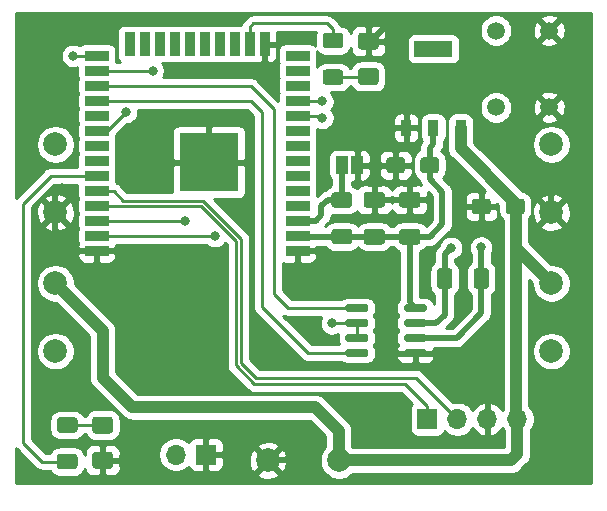
<source format=gbr>
%TF.GenerationSoftware,KiCad,Pcbnew,5.1.10-88a1d61d58~88~ubuntu20.04.1*%
%TF.CreationDate,2021-10-09T14:41:35+11:00*%
%TF.ProjectId,reva,72657661-2e6b-4696-9361-645f70636258,rev?*%
%TF.SameCoordinates,Original*%
%TF.FileFunction,Copper,L1,Top*%
%TF.FilePolarity,Positive*%
%FSLAX46Y46*%
G04 Gerber Fmt 4.6, Leading zero omitted, Abs format (unit mm)*
G04 Created by KiCad (PCBNEW 5.1.10-88a1d61d58~88~ubuntu20.04.1) date 2021-10-09 14:41:35*
%MOMM*%
%LPD*%
G01*
G04 APERTURE LIST*
%TA.AperFunction,ComponentPad*%
%ADD10C,1.500000*%
%TD*%
%TA.AperFunction,SMDPad,CuDef*%
%ADD11R,2.000000X0.900000*%
%TD*%
%TA.AperFunction,SMDPad,CuDef*%
%ADD12R,0.900000X2.000000*%
%TD*%
%TA.AperFunction,SMDPad,CuDef*%
%ADD13R,5.000000X5.000000*%
%TD*%
%TA.AperFunction,SMDPad,CuDef*%
%ADD14C,2.000000*%
%TD*%
%TA.AperFunction,SMDPad,CuDef*%
%ADD15R,1.000000X1.500000*%
%TD*%
%TA.AperFunction,SMDPad,CuDef*%
%ADD16R,3.250000X1.350000*%
%TD*%
%TA.AperFunction,SMDPad,CuDef*%
%ADD17R,0.950000X1.350000*%
%TD*%
%TA.AperFunction,ComponentPad*%
%ADD18O,1.700000X1.700000*%
%TD*%
%TA.AperFunction,ComponentPad*%
%ADD19R,1.700000X1.700000*%
%TD*%
%TA.AperFunction,ViaPad*%
%ADD20C,0.800000*%
%TD*%
%TA.AperFunction,Conductor*%
%ADD21C,0.250000*%
%TD*%
%TA.AperFunction,Conductor*%
%ADD22C,0.500000*%
%TD*%
%TA.AperFunction,Conductor*%
%ADD23C,1.000000*%
%TD*%
%TA.AperFunction,Conductor*%
%ADD24C,0.254000*%
%TD*%
%TA.AperFunction,Conductor*%
%ADD25C,0.100000*%
%TD*%
G04 APERTURE END LIST*
D10*
%TO.P,S1,2*%
%TO.N,IO04*%
X171300000Y-86600000D03*
%TO.P,S1,4*%
%TO.N,GND*%
X175800000Y-86600000D03*
%TO.P,S1,3*%
X175800000Y-93100000D03*
%TO.P,S1,1*%
%TO.N,IO04*%
X171300000Y-93100000D03*
%TD*%
%TO.P,C4,2*%
%TO.N,GND*%
%TA.AperFunction,SMDPad,CuDef*%
G36*
G01*
X170850000Y-101074999D02*
X170850000Y-101925001D01*
G75*
G02*
X170600001Y-102175000I-249999J0D01*
G01*
X169524999Y-102175000D01*
G75*
G02*
X169275000Y-101925001I0J249999D01*
G01*
X169275000Y-101074999D01*
G75*
G02*
X169524999Y-100825000I249999J0D01*
G01*
X170600001Y-100825000D01*
G75*
G02*
X170850000Y-101074999I0J-249999D01*
G01*
G37*
%TD.AperFunction*%
%TO.P,C4,1*%
%TO.N,VIN*%
%TA.AperFunction,SMDPad,CuDef*%
G36*
G01*
X173725000Y-101074999D02*
X173725000Y-101925001D01*
G75*
G02*
X173475001Y-102175000I-249999J0D01*
G01*
X172399999Y-102175000D01*
G75*
G02*
X172150000Y-101925001I0J249999D01*
G01*
X172150000Y-101074999D01*
G75*
G02*
X172399999Y-100825000I249999J0D01*
G01*
X173475001Y-100825000D01*
G75*
G02*
X173725000Y-101074999I0J-249999D01*
G01*
G37*
%TD.AperFunction*%
%TD*%
%TO.P,C3,2*%
%TO.N,GND*%
%TA.AperFunction,SMDPad,CuDef*%
G36*
G01*
X163600000Y-97574999D02*
X163600000Y-98425001D01*
G75*
G02*
X163350001Y-98675000I-249999J0D01*
G01*
X162274999Y-98675000D01*
G75*
G02*
X162025000Y-98425001I0J249999D01*
G01*
X162025000Y-97574999D01*
G75*
G02*
X162274999Y-97325000I249999J0D01*
G01*
X163350001Y-97325000D01*
G75*
G02*
X163600000Y-97574999I0J-249999D01*
G01*
G37*
%TD.AperFunction*%
%TO.P,C3,1*%
%TO.N,3.3V*%
%TA.AperFunction,SMDPad,CuDef*%
G36*
G01*
X166475000Y-97574999D02*
X166475000Y-98425001D01*
G75*
G02*
X166225001Y-98675000I-249999J0D01*
G01*
X165149999Y-98675000D01*
G75*
G02*
X164900000Y-98425001I0J249999D01*
G01*
X164900000Y-97574999D01*
G75*
G02*
X165149999Y-97325000I249999J0D01*
G01*
X166225001Y-97325000D01*
G75*
G02*
X166475000Y-97574999I0J-249999D01*
G01*
G37*
%TD.AperFunction*%
%TD*%
D11*
%TO.P,U1,38*%
%TO.N,GND*%
X137500000Y-105255000D03*
%TO.P,U1,37*%
%TO.N,IO4*%
X137500000Y-103985000D03*
%TO.P,U1,36*%
%TO.N,IO3*%
X137500000Y-102715000D03*
%TO.P,U1,35*%
%TO.N,TTLRX*%
X137500000Y-101445000D03*
%TO.P,U1,34*%
%TO.N,TTLTX*%
X137500000Y-100175000D03*
%TO.P,U1,33*%
%TO.N,IO21*%
X137500000Y-98905000D03*
%TO.P,U1,32*%
%TO.N,Net-(U1-Pad32)*%
X137500000Y-97635000D03*
%TO.P,U1,31*%
%TO.N,Net-(U1-Pad31)*%
X137500000Y-96365000D03*
%TO.P,U1,30*%
%TO.N,RS485CTRL*%
X137500000Y-95095000D03*
%TO.P,U1,29*%
%TO.N,Net-(U1-Pad29)*%
X137500000Y-93825000D03*
%TO.P,U1,28*%
%TO.N,RS485TX*%
X137500000Y-92555000D03*
%TO.P,U1,27*%
%TO.N,RS485RX*%
X137500000Y-91285000D03*
%TO.P,U1,26*%
%TO.N,IO04*%
X137500000Y-90015000D03*
%TO.P,U1,25*%
%TO.N,IO0*%
X137500000Y-88745000D03*
D12*
%TO.P,U1,24*%
%TO.N,Net-(U1-Pad24)*%
X140285000Y-87745000D03*
%TO.P,U1,23*%
%TO.N,Net-(U1-Pad23)*%
X141555000Y-87745000D03*
%TO.P,U1,22*%
%TO.N,Net-(U1-Pad22)*%
X142825000Y-87745000D03*
%TO.P,U1,21*%
%TO.N,Net-(U1-Pad21)*%
X144095000Y-87745000D03*
%TO.P,U1,20*%
%TO.N,Net-(U1-Pad20)*%
X145365000Y-87745000D03*
%TO.P,U1,19*%
%TO.N,Net-(U1-Pad19)*%
X146635000Y-87745000D03*
%TO.P,U1,18*%
%TO.N,Net-(U1-Pad18)*%
X147905000Y-87745000D03*
%TO.P,U1,17*%
%TO.N,Net-(U1-Pad17)*%
X149175000Y-87745000D03*
%TO.P,U1,16*%
%TO.N,IO13*%
X150445000Y-87745000D03*
%TO.P,U1,15*%
%TO.N,GND*%
X151715000Y-87745000D03*
D11*
%TO.P,U1,14*%
%TO.N,Net-(U1-Pad14)*%
X154500000Y-88745000D03*
%TO.P,U1,13*%
%TO.N,Net-(U1-Pad13)*%
X154500000Y-90015000D03*
%TO.P,U1,12*%
%TO.N,Net-(U1-Pad12)*%
X154500000Y-91285000D03*
%TO.P,U1,11*%
%TO.N,IO1*%
X154500000Y-92555000D03*
%TO.P,U1,10*%
%TO.N,IO2*%
X154500000Y-93825000D03*
%TO.P,U1,9*%
%TO.N,Net-(U1-Pad9)*%
X154500000Y-95095000D03*
%TO.P,U1,8*%
%TO.N,Net-(U1-Pad8)*%
X154500000Y-96365000D03*
%TO.P,U1,7*%
%TO.N,Net-(U1-Pad7)*%
X154500000Y-97635000D03*
%TO.P,U1,6*%
%TO.N,Net-(U1-Pad6)*%
X154500000Y-98905000D03*
%TO.P,U1,5*%
%TO.N,Net-(U1-Pad5)*%
X154500000Y-100175000D03*
%TO.P,U1,4*%
%TO.N,Net-(U1-Pad4)*%
X154500000Y-101445000D03*
%TO.P,U1,3*%
%TO.N,EN*%
X154500000Y-102715000D03*
%TO.P,U1,2*%
%TO.N,3.3V*%
X154500000Y-103985000D03*
%TO.P,U1,1*%
%TO.N,GND*%
X154500000Y-105255000D03*
D13*
%TO.P,U1,39*%
X147000000Y-97755000D03*
%TD*%
%TO.P,R4,2*%
%TO.N,IO21*%
%TA.AperFunction,SMDPad,CuDef*%
G36*
G01*
X134374999Y-122450000D02*
X135625001Y-122450000D01*
G75*
G02*
X135875000Y-122699999I0J-249999D01*
G01*
X135875000Y-123500001D01*
G75*
G02*
X135625001Y-123750000I-249999J0D01*
G01*
X134374999Y-123750000D01*
G75*
G02*
X134125000Y-123500001I0J249999D01*
G01*
X134125000Y-122699999D01*
G75*
G02*
X134374999Y-122450000I249999J0D01*
G01*
G37*
%TD.AperFunction*%
%TO.P,R4,1*%
%TO.N,Net-(D2-Pad2)*%
%TA.AperFunction,SMDPad,CuDef*%
G36*
G01*
X134374999Y-119350000D02*
X135625001Y-119350000D01*
G75*
G02*
X135875000Y-119599999I0J-249999D01*
G01*
X135875000Y-120400001D01*
G75*
G02*
X135625001Y-120650000I-249999J0D01*
G01*
X134374999Y-120650000D01*
G75*
G02*
X134125000Y-120400001I0J249999D01*
G01*
X134125000Y-119599999D01*
G75*
G02*
X134374999Y-119350000I249999J0D01*
G01*
G37*
%TD.AperFunction*%
%TD*%
%TO.P,D2,2*%
%TO.N,Net-(D2-Pad2)*%
%TA.AperFunction,SMDPad,CuDef*%
G36*
G01*
X138625000Y-120725000D02*
X137375000Y-120725000D01*
G75*
G02*
X137125000Y-120475000I0J250000D01*
G01*
X137125000Y-119550000D01*
G75*
G02*
X137375000Y-119300000I250000J0D01*
G01*
X138625000Y-119300000D01*
G75*
G02*
X138875000Y-119550000I0J-250000D01*
G01*
X138875000Y-120475000D01*
G75*
G02*
X138625000Y-120725000I-250000J0D01*
G01*
G37*
%TD.AperFunction*%
%TO.P,D2,1*%
%TO.N,GND*%
%TA.AperFunction,SMDPad,CuDef*%
G36*
G01*
X138625000Y-123700000D02*
X137375000Y-123700000D01*
G75*
G02*
X137125000Y-123450000I0J250000D01*
G01*
X137125000Y-122525000D01*
G75*
G02*
X137375000Y-122275000I250000J0D01*
G01*
X138625000Y-122275000D01*
G75*
G02*
X138875000Y-122525000I0J-250000D01*
G01*
X138875000Y-123450000D01*
G75*
G02*
X138625000Y-123700000I-250000J0D01*
G01*
G37*
%TD.AperFunction*%
%TD*%
D14*
%TO.P,TP10,1*%
%TO.N,RS485B*%
X134000000Y-96250000D03*
%TD*%
%TO.P,TP9,1*%
%TO.N,RS485A*%
X134000000Y-113750000D03*
%TD*%
%TO.P,TP8,1*%
%TO.N,RS485B*%
X176000000Y-96250000D03*
%TD*%
%TO.P,TP7,1*%
%TO.N,RS485A*%
X176000000Y-113750000D03*
%TD*%
%TO.P,R2,2*%
%TO.N,IO13*%
%TA.AperFunction,SMDPad,CuDef*%
G36*
G01*
X158125001Y-88100000D02*
X156874999Y-88100000D01*
G75*
G02*
X156625000Y-87850001I0J249999D01*
G01*
X156625000Y-87049999D01*
G75*
G02*
X156874999Y-86800000I249999J0D01*
G01*
X158125001Y-86800000D01*
G75*
G02*
X158375000Y-87049999I0J-249999D01*
G01*
X158375000Y-87850001D01*
G75*
G02*
X158125001Y-88100000I-249999J0D01*
G01*
G37*
%TD.AperFunction*%
%TO.P,R2,1*%
%TO.N,Net-(D1-Pad2)*%
%TA.AperFunction,SMDPad,CuDef*%
G36*
G01*
X158125001Y-91200000D02*
X156874999Y-91200000D01*
G75*
G02*
X156625000Y-90950001I0J249999D01*
G01*
X156625000Y-90149999D01*
G75*
G02*
X156874999Y-89900000I249999J0D01*
G01*
X158125001Y-89900000D01*
G75*
G02*
X158375000Y-90149999I0J-249999D01*
G01*
X158375000Y-90950001D01*
G75*
G02*
X158125001Y-91200000I-249999J0D01*
G01*
G37*
%TD.AperFunction*%
%TD*%
%TO.P,D1,2*%
%TO.N,Net-(D1-Pad2)*%
%TA.AperFunction,SMDPad,CuDef*%
G36*
G01*
X159875000Y-89775000D02*
X161125000Y-89775000D01*
G75*
G02*
X161375000Y-90025000I0J-250000D01*
G01*
X161375000Y-90950000D01*
G75*
G02*
X161125000Y-91200000I-250000J0D01*
G01*
X159875000Y-91200000D01*
G75*
G02*
X159625000Y-90950000I0J250000D01*
G01*
X159625000Y-90025000D01*
G75*
G02*
X159875000Y-89775000I250000J0D01*
G01*
G37*
%TD.AperFunction*%
%TO.P,D1,1*%
%TO.N,GND*%
%TA.AperFunction,SMDPad,CuDef*%
G36*
G01*
X159875000Y-86800000D02*
X161125000Y-86800000D01*
G75*
G02*
X161375000Y-87050000I0J-250000D01*
G01*
X161375000Y-87975000D01*
G75*
G02*
X161125000Y-88225000I-250000J0D01*
G01*
X159875000Y-88225000D01*
G75*
G02*
X159625000Y-87975000I0J250000D01*
G01*
X159625000Y-87050000D01*
G75*
G02*
X159875000Y-86800000I250000J0D01*
G01*
G37*
%TD.AperFunction*%
%TD*%
%TO.P,TP6,1*%
%TO.N,GND*%
X134000000Y-102000000D03*
%TD*%
%TO.P,TP5,1*%
%TO.N,VIN*%
X134000000Y-108000000D03*
%TD*%
%TO.P,TP4,1*%
%TO.N,GND*%
X152000000Y-123000000D03*
%TD*%
%TO.P,TP3,1*%
%TO.N,VIN*%
X158000000Y-123000000D03*
%TD*%
%TO.P,TP2,1*%
%TO.N,GND*%
X176000000Y-102000000D03*
%TD*%
%TO.P,TP1,1*%
%TO.N,VIN*%
X176000000Y-108000000D03*
%TD*%
D15*
%TO.P,JP1,1*%
%TO.N,EN*%
X158250000Y-98000000D03*
%TO.P,JP1,2*%
%TO.N,GND*%
X159550000Y-98000000D03*
%TD*%
D16*
%TO.P,IC1,4*%
%TO.N,Net-(IC1-Pad4)*%
X166000000Y-88150000D03*
D17*
%TO.P,IC1,3*%
%TO.N,VIN*%
X168300000Y-94850000D03*
%TO.P,IC1,2*%
%TO.N,3.3V*%
X166000000Y-94850000D03*
%TO.P,IC1,1*%
%TO.N,GND*%
X163700000Y-94850000D03*
%TD*%
%TO.P,R3,2*%
%TO.N,RS485A*%
%TA.AperFunction,SMDPad,CuDef*%
G36*
G01*
X169400000Y-108225001D02*
X169400000Y-106974999D01*
G75*
G02*
X169649999Y-106725000I249999J0D01*
G01*
X170450001Y-106725000D01*
G75*
G02*
X170700000Y-106974999I0J-249999D01*
G01*
X170700000Y-108225001D01*
G75*
G02*
X170450001Y-108475000I-249999J0D01*
G01*
X169649999Y-108475000D01*
G75*
G02*
X169400000Y-108225001I0J249999D01*
G01*
G37*
%TD.AperFunction*%
%TO.P,R3,1*%
%TO.N,RS485B*%
%TA.AperFunction,SMDPad,CuDef*%
G36*
G01*
X166300000Y-108225001D02*
X166300000Y-106974999D01*
G75*
G02*
X166549999Y-106725000I249999J0D01*
G01*
X167350001Y-106725000D01*
G75*
G02*
X167600000Y-106974999I0J-249999D01*
G01*
X167600000Y-108225001D01*
G75*
G02*
X167350001Y-108475000I-249999J0D01*
G01*
X166549999Y-108475000D01*
G75*
G02*
X166300000Y-108225001I0J249999D01*
G01*
G37*
%TD.AperFunction*%
%TD*%
%TO.P,U2,8*%
%TO.N,3.3V*%
%TA.AperFunction,SMDPad,CuDef*%
G36*
G01*
X163500000Y-110245000D02*
X163500000Y-109945000D01*
G75*
G02*
X163650000Y-109795000I150000J0D01*
G01*
X165300000Y-109795000D01*
G75*
G02*
X165450000Y-109945000I0J-150000D01*
G01*
X165450000Y-110245000D01*
G75*
G02*
X165300000Y-110395000I-150000J0D01*
G01*
X163650000Y-110395000D01*
G75*
G02*
X163500000Y-110245000I0J150000D01*
G01*
G37*
%TD.AperFunction*%
%TO.P,U2,7*%
%TO.N,RS485B*%
%TA.AperFunction,SMDPad,CuDef*%
G36*
G01*
X163500000Y-111515000D02*
X163500000Y-111215000D01*
G75*
G02*
X163650000Y-111065000I150000J0D01*
G01*
X165300000Y-111065000D01*
G75*
G02*
X165450000Y-111215000I0J-150000D01*
G01*
X165450000Y-111515000D01*
G75*
G02*
X165300000Y-111665000I-150000J0D01*
G01*
X163650000Y-111665000D01*
G75*
G02*
X163500000Y-111515000I0J150000D01*
G01*
G37*
%TD.AperFunction*%
%TO.P,U2,6*%
%TO.N,RS485A*%
%TA.AperFunction,SMDPad,CuDef*%
G36*
G01*
X163500000Y-112785000D02*
X163500000Y-112485000D01*
G75*
G02*
X163650000Y-112335000I150000J0D01*
G01*
X165300000Y-112335000D01*
G75*
G02*
X165450000Y-112485000I0J-150000D01*
G01*
X165450000Y-112785000D01*
G75*
G02*
X165300000Y-112935000I-150000J0D01*
G01*
X163650000Y-112935000D01*
G75*
G02*
X163500000Y-112785000I0J150000D01*
G01*
G37*
%TD.AperFunction*%
%TO.P,U2,5*%
%TO.N,GND*%
%TA.AperFunction,SMDPad,CuDef*%
G36*
G01*
X163500000Y-114055000D02*
X163500000Y-113755000D01*
G75*
G02*
X163650000Y-113605000I150000J0D01*
G01*
X165300000Y-113605000D01*
G75*
G02*
X165450000Y-113755000I0J-150000D01*
G01*
X165450000Y-114055000D01*
G75*
G02*
X165300000Y-114205000I-150000J0D01*
G01*
X163650000Y-114205000D01*
G75*
G02*
X163500000Y-114055000I0J150000D01*
G01*
G37*
%TD.AperFunction*%
%TO.P,U2,4*%
%TO.N,RS485TX*%
%TA.AperFunction,SMDPad,CuDef*%
G36*
G01*
X158550000Y-114055000D02*
X158550000Y-113755000D01*
G75*
G02*
X158700000Y-113605000I150000J0D01*
G01*
X160350000Y-113605000D01*
G75*
G02*
X160500000Y-113755000I0J-150000D01*
G01*
X160500000Y-114055000D01*
G75*
G02*
X160350000Y-114205000I-150000J0D01*
G01*
X158700000Y-114205000D01*
G75*
G02*
X158550000Y-114055000I0J150000D01*
G01*
G37*
%TD.AperFunction*%
%TO.P,U2,3*%
%TO.N,RS485CTRL*%
%TA.AperFunction,SMDPad,CuDef*%
G36*
G01*
X158550000Y-112785000D02*
X158550000Y-112485000D01*
G75*
G02*
X158700000Y-112335000I150000J0D01*
G01*
X160350000Y-112335000D01*
G75*
G02*
X160500000Y-112485000I0J-150000D01*
G01*
X160500000Y-112785000D01*
G75*
G02*
X160350000Y-112935000I-150000J0D01*
G01*
X158700000Y-112935000D01*
G75*
G02*
X158550000Y-112785000I0J150000D01*
G01*
G37*
%TD.AperFunction*%
%TO.P,U2,2*%
%TA.AperFunction,SMDPad,CuDef*%
G36*
G01*
X158550000Y-111515000D02*
X158550000Y-111215000D01*
G75*
G02*
X158700000Y-111065000I150000J0D01*
G01*
X160350000Y-111065000D01*
G75*
G02*
X160500000Y-111215000I0J-150000D01*
G01*
X160500000Y-111515000D01*
G75*
G02*
X160350000Y-111665000I-150000J0D01*
G01*
X158700000Y-111665000D01*
G75*
G02*
X158550000Y-111515000I0J150000D01*
G01*
G37*
%TD.AperFunction*%
%TO.P,U2,1*%
%TO.N,RS485RX*%
%TA.AperFunction,SMDPad,CuDef*%
G36*
G01*
X158550000Y-110245000D02*
X158550000Y-109945000D01*
G75*
G02*
X158700000Y-109795000I150000J0D01*
G01*
X160350000Y-109795000D01*
G75*
G02*
X160500000Y-109945000I0J-150000D01*
G01*
X160500000Y-110245000D01*
G75*
G02*
X160350000Y-110395000I-150000J0D01*
G01*
X158700000Y-110395000D01*
G75*
G02*
X158550000Y-110245000I0J150000D01*
G01*
G37*
%TD.AperFunction*%
%TD*%
%TO.P,R1,2*%
%TO.N,3.3V*%
%TA.AperFunction,SMDPad,CuDef*%
G36*
G01*
X157624999Y-103400000D02*
X158875001Y-103400000D01*
G75*
G02*
X159125000Y-103649999I0J-249999D01*
G01*
X159125000Y-104450001D01*
G75*
G02*
X158875001Y-104700000I-249999J0D01*
G01*
X157624999Y-104700000D01*
G75*
G02*
X157375000Y-104450001I0J249999D01*
G01*
X157375000Y-103649999D01*
G75*
G02*
X157624999Y-103400000I249999J0D01*
G01*
G37*
%TD.AperFunction*%
%TO.P,R1,1*%
%TO.N,EN*%
%TA.AperFunction,SMDPad,CuDef*%
G36*
G01*
X157624999Y-100300000D02*
X158875001Y-100300000D01*
G75*
G02*
X159125000Y-100549999I0J-249999D01*
G01*
X159125000Y-101350001D01*
G75*
G02*
X158875001Y-101600000I-249999J0D01*
G01*
X157624999Y-101600000D01*
G75*
G02*
X157375000Y-101350001I0J249999D01*
G01*
X157375000Y-100549999D01*
G75*
G02*
X157624999Y-100300000I249999J0D01*
G01*
G37*
%TD.AperFunction*%
%TD*%
D18*
%TO.P,J4,2*%
%TO.N,IO0*%
X144210000Y-122500000D03*
D19*
%TO.P,J4,1*%
%TO.N,GND*%
X146750000Y-122500000D03*
%TD*%
D18*
%TO.P,J3,4*%
%TO.N,VIN*%
X173120000Y-119500000D03*
%TO.P,J3,3*%
%TO.N,GND*%
X170580000Y-119500000D03*
%TO.P,J3,2*%
%TO.N,TTLTX*%
X168040000Y-119500000D03*
D19*
%TO.P,J3,1*%
%TO.N,TTLRX*%
X165500000Y-119500000D03*
%TD*%
%TO.P,C2,2*%
%TO.N,GND*%
%TA.AperFunction,SMDPad,CuDef*%
G36*
G01*
X161650003Y-101600000D02*
X160349997Y-101600000D01*
G75*
G02*
X160100000Y-101350003I0J249997D01*
G01*
X160100000Y-100524997D01*
G75*
G02*
X160349997Y-100275000I249997J0D01*
G01*
X161650003Y-100275000D01*
G75*
G02*
X161900000Y-100524997I0J-249997D01*
G01*
X161900000Y-101350003D01*
G75*
G02*
X161650003Y-101600000I-249997J0D01*
G01*
G37*
%TD.AperFunction*%
%TO.P,C2,1*%
%TO.N,3.3V*%
%TA.AperFunction,SMDPad,CuDef*%
G36*
G01*
X161650003Y-104725000D02*
X160349997Y-104725000D01*
G75*
G02*
X160100000Y-104475003I0J249997D01*
G01*
X160100000Y-103649997D01*
G75*
G02*
X160349997Y-103400000I249997J0D01*
G01*
X161650003Y-103400000D01*
G75*
G02*
X161900000Y-103649997I0J-249997D01*
G01*
X161900000Y-104475003D01*
G75*
G02*
X161650003Y-104725000I-249997J0D01*
G01*
G37*
%TD.AperFunction*%
%TD*%
%TO.P,C1,2*%
%TO.N,GND*%
%TA.AperFunction,SMDPad,CuDef*%
G36*
G01*
X164650003Y-101600000D02*
X163349997Y-101600000D01*
G75*
G02*
X163100000Y-101350003I0J249997D01*
G01*
X163100000Y-100524997D01*
G75*
G02*
X163349997Y-100275000I249997J0D01*
G01*
X164650003Y-100275000D01*
G75*
G02*
X164900000Y-100524997I0J-249997D01*
G01*
X164900000Y-101350003D01*
G75*
G02*
X164650003Y-101600000I-249997J0D01*
G01*
G37*
%TD.AperFunction*%
%TO.P,C1,1*%
%TO.N,3.3V*%
%TA.AperFunction,SMDPad,CuDef*%
G36*
G01*
X164650003Y-104725000D02*
X163349997Y-104725000D01*
G75*
G02*
X163100000Y-104475003I0J249997D01*
G01*
X163100000Y-103649997D01*
G75*
G02*
X163349997Y-103400000I249997J0D01*
G01*
X164650003Y-103400000D01*
G75*
G02*
X164900000Y-103649997I0J-249997D01*
G01*
X164900000Y-104475003D01*
G75*
G02*
X164650003Y-104725000I-249997J0D01*
G01*
G37*
%TD.AperFunction*%
%TD*%
D20*
%TO.N,IO2*%
X156600000Y-94000000D03*
%TO.N,IO1*%
X156600000Y-92600000D03*
%TO.N,GND*%
X148500000Y-96250000D03*
X147000000Y-96250000D03*
X145500000Y-96250000D03*
X145500000Y-97750000D03*
X147000000Y-97750000D03*
X148500000Y-97750000D03*
X148500000Y-99250000D03*
X145500000Y-99250000D03*
X147000000Y-99250000D03*
X156450000Y-107550000D03*
X156400000Y-112600000D03*
X160000000Y-107000000D03*
X135500000Y-105000000D03*
X154500000Y-122000000D03*
X176750000Y-99750000D03*
X162250000Y-86000000D03*
X151750000Y-90000000D03*
X158700000Y-92600000D03*
X160300000Y-94100000D03*
X139900000Y-113900000D03*
X141600000Y-116000000D03*
X147100000Y-111900000D03*
X151000000Y-111600000D03*
X134600000Y-99900000D03*
X168500000Y-116000000D03*
X159300000Y-118300000D03*
X162750000Y-121500000D03*
X172000000Y-97750000D03*
X174250000Y-98250000D03*
X142600000Y-95000000D03*
X150400000Y-101200000D03*
%TO.N,IO3*%
X145000000Y-102750000D03*
%TO.N,IO4*%
X147500000Y-104000000D03*
%TO.N,RS485A*%
X134000000Y-113750000D03*
X176000000Y-113750000D03*
X170040000Y-104960000D03*
%TO.N,RS485B*%
X167500000Y-105000000D03*
X176000000Y-96250000D03*
X134000000Y-96250000D03*
%TO.N,IO0*%
X135500000Y-88750000D03*
%TO.N,RS485CTRL*%
X140000000Y-93500000D03*
X157400000Y-111400000D03*
%TO.N,IO04*%
X142235000Y-90015000D03*
%TD*%
D21*
%TO.N,IO2*%
X156425000Y-93825000D02*
X156600000Y-94000000D01*
X154500000Y-93825000D02*
X156425000Y-93825000D01*
%TO.N,IO1*%
X156555000Y-92555000D02*
X156600000Y-92600000D01*
X154500000Y-92555000D02*
X156555000Y-92555000D01*
D22*
%TO.N,GND*%
X134000000Y-103500000D02*
X135500000Y-105000000D01*
X134000000Y-102000000D02*
X134000000Y-103500000D01*
X135755000Y-105255000D02*
X135500000Y-105000000D01*
X137500000Y-105255000D02*
X135755000Y-105255000D01*
X153500000Y-123000000D02*
X154500000Y-122000000D01*
X152000000Y-123000000D02*
X153500000Y-123000000D01*
X176000000Y-100500000D02*
X176750000Y-99750000D01*
X176000000Y-102000000D02*
X176000000Y-100500000D01*
X160737500Y-87512500D02*
X162250000Y-86000000D01*
X160500000Y-87512500D02*
X160737500Y-87512500D01*
X151750000Y-87780000D02*
X151715000Y-87745000D01*
X151750000Y-90000000D02*
X151750000Y-87780000D01*
X134000000Y-100500000D02*
X134600000Y-99900000D01*
X134000000Y-102000000D02*
X134000000Y-100500000D01*
D21*
%TO.N,IO3*%
X144965000Y-102715000D02*
X145000000Y-102750000D01*
X137500000Y-102715000D02*
X144965000Y-102715000D01*
%TO.N,IO4*%
X147485000Y-103985000D02*
X147500000Y-104000000D01*
X137500000Y-103985000D02*
X147485000Y-103985000D01*
D22*
%TO.N,3.3V*%
X164000000Y-104062500D02*
X164000000Y-107500000D01*
X164000000Y-107062500D02*
X164000000Y-107500000D01*
X154577500Y-104062500D02*
X154500000Y-103985000D01*
X164000000Y-104062500D02*
X154577500Y-104062500D01*
X165687500Y-98000000D02*
X165687500Y-96562500D01*
X166000000Y-96250000D02*
X166000000Y-94850000D01*
X165687500Y-96562500D02*
X166000000Y-96250000D01*
X165687500Y-98000000D02*
X165687500Y-99187500D01*
X165687500Y-99187500D02*
X166750000Y-100250000D01*
X166750000Y-100250000D02*
X166750000Y-103000000D01*
X165687500Y-104062500D02*
X164000000Y-104062500D01*
X166750000Y-103000000D02*
X165687500Y-104062500D01*
X164000000Y-109620000D02*
X164475000Y-110095000D01*
X164000000Y-107500000D02*
X164000000Y-109620000D01*
%TO.N,RS485A*%
X170040000Y-107590000D02*
X170050000Y-107600000D01*
X170040000Y-104960000D02*
X170040000Y-107590000D01*
X164475000Y-112635000D02*
X167965000Y-112635000D01*
X170050000Y-110550000D02*
X170050000Y-107600000D01*
X167965000Y-112635000D02*
X170050000Y-110550000D01*
%TO.N,RS485B*%
X167550000Y-105050000D02*
X167500000Y-105000000D01*
X166950000Y-105550000D02*
X167500000Y-105000000D01*
X166950000Y-107600000D02*
X166950000Y-105550000D01*
X164475000Y-111365000D02*
X166235000Y-111365000D01*
X166950000Y-110650000D02*
X166950000Y-107600000D01*
X166235000Y-111365000D02*
X166950000Y-110650000D01*
D21*
%TO.N,TTLTX*%
X137500000Y-100175000D02*
X138925000Y-100175000D01*
X138925000Y-100175000D02*
X139750000Y-101000000D01*
X139750000Y-101000000D02*
X146500000Y-101000000D01*
X146500000Y-101000000D02*
X149750000Y-104250000D01*
X149750000Y-114750000D02*
X151000000Y-116000000D01*
X149750000Y-104250000D02*
X149750000Y-114750000D01*
X167190001Y-118650001D02*
X168040000Y-119500000D01*
X164540000Y-116000000D02*
X167190001Y-118650001D01*
X151000000Y-116000000D02*
X164540000Y-116000000D01*
%TO.N,TTLRX*%
X137500000Y-101445000D02*
X137505011Y-101450011D01*
X137505011Y-101450011D02*
X146313601Y-101450011D01*
X146313601Y-101450011D02*
X149250000Y-104386410D01*
X149250000Y-104386410D02*
X149250000Y-114945000D01*
X149250000Y-114945000D02*
X150805000Y-116500000D01*
X165500000Y-118400000D02*
X165500000Y-119500000D01*
X150805000Y-116500000D02*
X163600000Y-116500000D01*
X163600000Y-116500000D02*
X165500000Y-118400000D01*
%TO.N,IO0*%
X135505000Y-88745000D02*
X135500000Y-88750000D01*
X137500000Y-88745000D02*
X135505000Y-88745000D01*
D22*
%TO.N,EN*%
X158250000Y-100950000D02*
X157050000Y-100950000D01*
X157050000Y-100950000D02*
X156500000Y-101500000D01*
X156500000Y-101500000D02*
X156500000Y-102250000D01*
X156035000Y-102715000D02*
X154500000Y-102715000D01*
X156500000Y-102250000D02*
X156035000Y-102715000D01*
X158250000Y-98000000D02*
X158250000Y-100950000D01*
D21*
%TO.N,RS485CTRL*%
X137595000Y-95000000D02*
X137500000Y-95095000D01*
X138405000Y-95095000D02*
X140000000Y-93500000D01*
X137500000Y-95095000D02*
X138405000Y-95095000D01*
X159525000Y-111400000D02*
X159525000Y-112670000D01*
X159490000Y-111400000D02*
X159525000Y-111365000D01*
X157400000Y-111400000D02*
X159490000Y-111400000D01*
%TO.N,RS485RX*%
X153695000Y-110095000D02*
X159525000Y-110095000D01*
X152500000Y-108900000D02*
X153695000Y-110095000D01*
X152500000Y-93250000D02*
X152500000Y-108900000D01*
X150535000Y-91285000D02*
X152500000Y-93250000D01*
X137500000Y-91285000D02*
X150535000Y-91285000D01*
%TO.N,RS485TX*%
X137500000Y-92555000D02*
X150555000Y-92555000D01*
X150555000Y-92555000D02*
X151500000Y-93500000D01*
X151500000Y-93500000D02*
X151500000Y-99000000D01*
X151500000Y-98500000D02*
X151500000Y-99000000D01*
X155378002Y-113905000D02*
X159525000Y-113905000D01*
X151500000Y-110026998D02*
X155378002Y-113905000D01*
X151500000Y-99000000D02*
X151500000Y-110026998D01*
%TO.N,Net-(D1-Pad2)*%
X157500000Y-90550000D02*
X160437500Y-90550000D01*
%TO.N,IO13*%
X150445000Y-87745000D02*
X150445000Y-86305000D01*
X150445000Y-86305000D02*
X150750000Y-86000000D01*
X150750000Y-86000000D02*
X157000000Y-86000000D01*
X157500000Y-86500000D02*
X157500000Y-87450000D01*
X157000000Y-86000000D02*
X157500000Y-86500000D01*
D23*
%TO.N,VIN*%
X140500000Y-118500000D02*
X138000000Y-116000000D01*
X138000000Y-116000000D02*
X138000000Y-112000000D01*
X138000000Y-112000000D02*
X134000000Y-108000000D01*
X140500000Y-118500000D02*
X156000000Y-118500000D01*
X158000000Y-120500000D02*
X158000000Y-123000000D01*
X156000000Y-118500000D02*
X158000000Y-120500000D01*
X173120000Y-122480000D02*
X173120000Y-119500000D01*
X172600000Y-123000000D02*
X173120000Y-122480000D01*
X158000000Y-123000000D02*
X172600000Y-123000000D01*
X176000000Y-108000000D02*
X173000000Y-105000000D01*
X168300000Y-96550000D02*
X168300000Y-94850000D01*
X173000000Y-101250000D02*
X168300000Y-96550000D01*
X173000000Y-119380000D02*
X173000000Y-101250000D01*
X173120000Y-119500000D02*
X173000000Y-119380000D01*
D21*
%TO.N,Net-(D2-Pad2)*%
X137987500Y-120000000D02*
X138000000Y-120012500D01*
X135000000Y-120000000D02*
X137987500Y-120000000D01*
%TO.N,IO21*%
X132850000Y-123100000D02*
X135000000Y-123100000D01*
X131250000Y-101250000D02*
X131250000Y-121500000D01*
X133595000Y-98905000D02*
X131250000Y-101250000D01*
X131250000Y-121500000D02*
X132850000Y-123100000D01*
X137500000Y-98905000D02*
X133595000Y-98905000D01*
%TO.N,IO04*%
X137500000Y-90015000D02*
X142235000Y-90015000D01*
%TD*%
D24*
%TO.N,GND*%
X179340001Y-124873000D02*
X130660000Y-124873000D01*
X130660000Y-121979076D01*
X130686201Y-122011002D01*
X130710000Y-122040001D01*
X130738998Y-122063799D01*
X132286201Y-123611003D01*
X132309999Y-123640001D01*
X132425724Y-123734974D01*
X132557753Y-123805546D01*
X132701014Y-123849003D01*
X132812667Y-123860000D01*
X132812675Y-123860000D01*
X132850000Y-123863676D01*
X132887325Y-123860000D01*
X133565298Y-123860000D01*
X133636595Y-123993387D01*
X133747038Y-124127962D01*
X133881613Y-124238405D01*
X134035149Y-124320472D01*
X134201745Y-124371008D01*
X134374999Y-124388072D01*
X135625001Y-124388072D01*
X135798255Y-124371008D01*
X135964851Y-124320472D01*
X136118387Y-124238405D01*
X136252962Y-124127962D01*
X136363405Y-123993387D01*
X136445472Y-123839851D01*
X136487165Y-123702407D01*
X136499188Y-123824482D01*
X136535498Y-123944180D01*
X136594463Y-124054494D01*
X136673815Y-124151185D01*
X136770506Y-124230537D01*
X136880820Y-124289502D01*
X137000518Y-124325812D01*
X137125000Y-124338072D01*
X137714250Y-124335000D01*
X137873000Y-124176250D01*
X137873000Y-123114500D01*
X138127000Y-123114500D01*
X138127000Y-124176250D01*
X138285750Y-124335000D01*
X138875000Y-124338072D01*
X138999482Y-124325812D01*
X139119180Y-124289502D01*
X139229494Y-124230537D01*
X139326185Y-124151185D01*
X139339128Y-124135413D01*
X151044192Y-124135413D01*
X151139956Y-124399814D01*
X151429571Y-124540704D01*
X151741108Y-124622384D01*
X152062595Y-124641718D01*
X152381675Y-124597961D01*
X152686088Y-124492795D01*
X152860044Y-124399814D01*
X152955808Y-124135413D01*
X152000000Y-123179605D01*
X151044192Y-124135413D01*
X139339128Y-124135413D01*
X139405537Y-124054494D01*
X139464502Y-123944180D01*
X139500812Y-123824482D01*
X139513072Y-123700000D01*
X139510000Y-123273250D01*
X139351250Y-123114500D01*
X138127000Y-123114500D01*
X137873000Y-123114500D01*
X137853000Y-123114500D01*
X137853000Y-122860500D01*
X137873000Y-122860500D01*
X137873000Y-121798750D01*
X138127000Y-121798750D01*
X138127000Y-122860500D01*
X139351250Y-122860500D01*
X139510000Y-122701750D01*
X139512505Y-122353740D01*
X142725000Y-122353740D01*
X142725000Y-122646260D01*
X142782068Y-122933158D01*
X142894010Y-123203411D01*
X143056525Y-123446632D01*
X143263368Y-123653475D01*
X143506589Y-123815990D01*
X143776842Y-123927932D01*
X144063740Y-123985000D01*
X144356260Y-123985000D01*
X144643158Y-123927932D01*
X144913411Y-123815990D01*
X145156632Y-123653475D01*
X145288487Y-123521620D01*
X145310498Y-123594180D01*
X145369463Y-123704494D01*
X145448815Y-123801185D01*
X145545506Y-123880537D01*
X145655820Y-123939502D01*
X145775518Y-123975812D01*
X145900000Y-123988072D01*
X146464250Y-123985000D01*
X146623000Y-123826250D01*
X146623000Y-122627000D01*
X146877000Y-122627000D01*
X146877000Y-123826250D01*
X147035750Y-123985000D01*
X147600000Y-123988072D01*
X147724482Y-123975812D01*
X147844180Y-123939502D01*
X147954494Y-123880537D01*
X148051185Y-123801185D01*
X148130537Y-123704494D01*
X148189502Y-123594180D01*
X148225812Y-123474482D01*
X148238072Y-123350000D01*
X148236508Y-123062595D01*
X150358282Y-123062595D01*
X150402039Y-123381675D01*
X150507205Y-123686088D01*
X150600186Y-123860044D01*
X150864587Y-123955808D01*
X151820395Y-123000000D01*
X152179605Y-123000000D01*
X153135413Y-123955808D01*
X153399814Y-123860044D01*
X153540704Y-123570429D01*
X153622384Y-123258892D01*
X153641718Y-122937405D01*
X153597961Y-122618325D01*
X153492795Y-122313912D01*
X153399814Y-122139956D01*
X153135413Y-122044192D01*
X152179605Y-123000000D01*
X151820395Y-123000000D01*
X150864587Y-122044192D01*
X150600186Y-122139956D01*
X150459296Y-122429571D01*
X150377616Y-122741108D01*
X150358282Y-123062595D01*
X148236508Y-123062595D01*
X148235000Y-122785750D01*
X148076250Y-122627000D01*
X146877000Y-122627000D01*
X146623000Y-122627000D01*
X146603000Y-122627000D01*
X146603000Y-122373000D01*
X146623000Y-122373000D01*
X146623000Y-121173750D01*
X146877000Y-121173750D01*
X146877000Y-122373000D01*
X148076250Y-122373000D01*
X148235000Y-122214250D01*
X148236903Y-121864587D01*
X151044192Y-121864587D01*
X152000000Y-122820395D01*
X152955808Y-121864587D01*
X152860044Y-121600186D01*
X152570429Y-121459296D01*
X152258892Y-121377616D01*
X151937405Y-121358282D01*
X151618325Y-121402039D01*
X151313912Y-121507205D01*
X151139956Y-121600186D01*
X151044192Y-121864587D01*
X148236903Y-121864587D01*
X148238072Y-121650000D01*
X148225812Y-121525518D01*
X148189502Y-121405820D01*
X148130537Y-121295506D01*
X148051185Y-121198815D01*
X147954494Y-121119463D01*
X147844180Y-121060498D01*
X147724482Y-121024188D01*
X147600000Y-121011928D01*
X147035750Y-121015000D01*
X146877000Y-121173750D01*
X146623000Y-121173750D01*
X146464250Y-121015000D01*
X145900000Y-121011928D01*
X145775518Y-121024188D01*
X145655820Y-121060498D01*
X145545506Y-121119463D01*
X145448815Y-121198815D01*
X145369463Y-121295506D01*
X145310498Y-121405820D01*
X145288487Y-121478380D01*
X145156632Y-121346525D01*
X144913411Y-121184010D01*
X144643158Y-121072068D01*
X144356260Y-121015000D01*
X144063740Y-121015000D01*
X143776842Y-121072068D01*
X143506589Y-121184010D01*
X143263368Y-121346525D01*
X143056525Y-121553368D01*
X142894010Y-121796589D01*
X142782068Y-122066842D01*
X142725000Y-122353740D01*
X139512505Y-122353740D01*
X139513072Y-122275000D01*
X139500812Y-122150518D01*
X139464502Y-122030820D01*
X139405537Y-121920506D01*
X139326185Y-121823815D01*
X139229494Y-121744463D01*
X139119180Y-121685498D01*
X138999482Y-121649188D01*
X138875000Y-121636928D01*
X138285750Y-121640000D01*
X138127000Y-121798750D01*
X137873000Y-121798750D01*
X137714250Y-121640000D01*
X137125000Y-121636928D01*
X137000518Y-121649188D01*
X136880820Y-121685498D01*
X136770506Y-121744463D01*
X136673815Y-121823815D01*
X136594463Y-121920506D01*
X136535498Y-122030820D01*
X136499188Y-122150518D01*
X136486928Y-122275000D01*
X136488564Y-122502204D01*
X136445472Y-122360149D01*
X136363405Y-122206613D01*
X136252962Y-122072038D01*
X136118387Y-121961595D01*
X135964851Y-121879528D01*
X135798255Y-121828992D01*
X135625001Y-121811928D01*
X134374999Y-121811928D01*
X134201745Y-121828992D01*
X134035149Y-121879528D01*
X133881613Y-121961595D01*
X133747038Y-122072038D01*
X133636595Y-122206613D01*
X133565298Y-122340000D01*
X133164802Y-122340000D01*
X132010000Y-121185199D01*
X132010000Y-119599999D01*
X133486928Y-119599999D01*
X133486928Y-120400001D01*
X133503992Y-120573255D01*
X133554528Y-120739851D01*
X133636595Y-120893387D01*
X133747038Y-121027962D01*
X133881613Y-121138405D01*
X134035149Y-121220472D01*
X134201745Y-121271008D01*
X134374999Y-121288072D01*
X135625001Y-121288072D01*
X135798255Y-121271008D01*
X135964851Y-121220472D01*
X136118387Y-121138405D01*
X136252962Y-121027962D01*
X136363405Y-120893387D01*
X136434702Y-120760000D01*
X136537890Y-120760000D01*
X136554528Y-120814850D01*
X136636595Y-120968386D01*
X136747038Y-121102962D01*
X136881614Y-121213405D01*
X137035150Y-121295472D01*
X137201746Y-121346008D01*
X137375000Y-121363072D01*
X138625000Y-121363072D01*
X138798254Y-121346008D01*
X138964850Y-121295472D01*
X139118386Y-121213405D01*
X139252962Y-121102962D01*
X139363405Y-120968386D01*
X139445472Y-120814850D01*
X139496008Y-120648254D01*
X139513072Y-120475000D01*
X139513072Y-119550000D01*
X139496008Y-119376746D01*
X139445472Y-119210150D01*
X139363405Y-119056614D01*
X139252962Y-118922038D01*
X139118386Y-118811595D01*
X138964850Y-118729528D01*
X138798254Y-118678992D01*
X138625000Y-118661928D01*
X137375000Y-118661928D01*
X137201746Y-118678992D01*
X137035150Y-118729528D01*
X136881614Y-118811595D01*
X136747038Y-118922038D01*
X136636595Y-119056614D01*
X136554528Y-119210150D01*
X136545473Y-119240000D01*
X136434702Y-119240000D01*
X136363405Y-119106613D01*
X136252962Y-118972038D01*
X136118387Y-118861595D01*
X135964851Y-118779528D01*
X135798255Y-118728992D01*
X135625001Y-118711928D01*
X134374999Y-118711928D01*
X134201745Y-118728992D01*
X134035149Y-118779528D01*
X133881613Y-118861595D01*
X133747038Y-118972038D01*
X133636595Y-119106613D01*
X133554528Y-119260149D01*
X133503992Y-119426745D01*
X133486928Y-119599999D01*
X132010000Y-119599999D01*
X132010000Y-113588967D01*
X132365000Y-113588967D01*
X132365000Y-113911033D01*
X132427832Y-114226912D01*
X132551082Y-114524463D01*
X132730013Y-114792252D01*
X132957748Y-115019987D01*
X133225537Y-115198918D01*
X133523088Y-115322168D01*
X133838967Y-115385000D01*
X134161033Y-115385000D01*
X134476912Y-115322168D01*
X134774463Y-115198918D01*
X135042252Y-115019987D01*
X135269987Y-114792252D01*
X135448918Y-114524463D01*
X135572168Y-114226912D01*
X135635000Y-113911033D01*
X135635000Y-113588967D01*
X135572168Y-113273088D01*
X135448918Y-112975537D01*
X135269987Y-112707748D01*
X135042252Y-112480013D01*
X134774463Y-112301082D01*
X134476912Y-112177832D01*
X134161033Y-112115000D01*
X133838967Y-112115000D01*
X133523088Y-112177832D01*
X133225537Y-112301082D01*
X132957748Y-112480013D01*
X132730013Y-112707748D01*
X132551082Y-112975537D01*
X132427832Y-113273088D01*
X132365000Y-113588967D01*
X132010000Y-113588967D01*
X132010000Y-107838967D01*
X132365000Y-107838967D01*
X132365000Y-108161033D01*
X132427832Y-108476912D01*
X132551082Y-108774463D01*
X132730013Y-109042252D01*
X132957748Y-109269987D01*
X133225537Y-109448918D01*
X133523088Y-109572168D01*
X133838967Y-109635000D01*
X134029869Y-109635000D01*
X136865001Y-112470133D01*
X136865000Y-115944248D01*
X136859509Y-116000000D01*
X136865000Y-116055751D01*
X136881423Y-116222498D01*
X136946324Y-116436446D01*
X137051716Y-116633623D01*
X137193551Y-116806449D01*
X137236865Y-116841996D01*
X139658009Y-119263141D01*
X139693551Y-119306449D01*
X139840132Y-119426745D01*
X139866377Y-119448284D01*
X140063553Y-119553676D01*
X140277501Y-119618577D01*
X140500000Y-119640491D01*
X140555751Y-119635000D01*
X155529869Y-119635000D01*
X156865000Y-120970132D01*
X156865001Y-121822760D01*
X156730013Y-121957748D01*
X156551082Y-122225537D01*
X156427832Y-122523088D01*
X156365000Y-122838967D01*
X156365000Y-123161033D01*
X156427832Y-123476912D01*
X156551082Y-123774463D01*
X156730013Y-124042252D01*
X156957748Y-124269987D01*
X157225537Y-124448918D01*
X157523088Y-124572168D01*
X157838967Y-124635000D01*
X158161033Y-124635000D01*
X158476912Y-124572168D01*
X158774463Y-124448918D01*
X159042252Y-124269987D01*
X159177239Y-124135000D01*
X172544249Y-124135000D01*
X172600000Y-124140491D01*
X172655751Y-124135000D01*
X172655752Y-124135000D01*
X172822499Y-124118577D01*
X173036447Y-124053676D01*
X173233623Y-123948284D01*
X173406449Y-123806449D01*
X173441996Y-123763135D01*
X173883135Y-123321996D01*
X173926449Y-123286449D01*
X174068284Y-123113623D01*
X174173676Y-122916447D01*
X174238577Y-122702499D01*
X174255000Y-122535752D01*
X174255000Y-122535751D01*
X174260491Y-122480001D01*
X174255000Y-122424249D01*
X174255000Y-120465107D01*
X174273475Y-120446632D01*
X174435990Y-120203411D01*
X174547932Y-119933158D01*
X174605000Y-119646260D01*
X174605000Y-119353740D01*
X174547932Y-119066842D01*
X174435990Y-118796589D01*
X174273475Y-118553368D01*
X174135000Y-118414893D01*
X174135000Y-113588967D01*
X174365000Y-113588967D01*
X174365000Y-113911033D01*
X174427832Y-114226912D01*
X174551082Y-114524463D01*
X174730013Y-114792252D01*
X174957748Y-115019987D01*
X175225537Y-115198918D01*
X175523088Y-115322168D01*
X175838967Y-115385000D01*
X176161033Y-115385000D01*
X176476912Y-115322168D01*
X176774463Y-115198918D01*
X177042252Y-115019987D01*
X177269987Y-114792252D01*
X177448918Y-114524463D01*
X177572168Y-114226912D01*
X177635000Y-113911033D01*
X177635000Y-113588967D01*
X177572168Y-113273088D01*
X177448918Y-112975537D01*
X177269987Y-112707748D01*
X177042252Y-112480013D01*
X176774463Y-112301082D01*
X176476912Y-112177832D01*
X176161033Y-112115000D01*
X175838967Y-112115000D01*
X175523088Y-112177832D01*
X175225537Y-112301082D01*
X174957748Y-112480013D01*
X174730013Y-112707748D01*
X174551082Y-112975537D01*
X174427832Y-113273088D01*
X174365000Y-113588967D01*
X174135000Y-113588967D01*
X174135000Y-107740132D01*
X174365000Y-107970132D01*
X174365000Y-108161033D01*
X174427832Y-108476912D01*
X174551082Y-108774463D01*
X174730013Y-109042252D01*
X174957748Y-109269987D01*
X175225537Y-109448918D01*
X175523088Y-109572168D01*
X175838967Y-109635000D01*
X176161033Y-109635000D01*
X176476912Y-109572168D01*
X176774463Y-109448918D01*
X177042252Y-109269987D01*
X177269987Y-109042252D01*
X177448918Y-108774463D01*
X177572168Y-108476912D01*
X177635000Y-108161033D01*
X177635000Y-107838967D01*
X177572168Y-107523088D01*
X177448918Y-107225537D01*
X177269987Y-106957748D01*
X177042252Y-106730013D01*
X176774463Y-106551082D01*
X176476912Y-106427832D01*
X176161033Y-106365000D01*
X175970132Y-106365000D01*
X174135000Y-104529869D01*
X174135000Y-103135413D01*
X175044192Y-103135413D01*
X175139956Y-103399814D01*
X175429571Y-103540704D01*
X175741108Y-103622384D01*
X176062595Y-103641718D01*
X176381675Y-103597961D01*
X176686088Y-103492795D01*
X176860044Y-103399814D01*
X176955808Y-103135413D01*
X176000000Y-102179605D01*
X175044192Y-103135413D01*
X174135000Y-103135413D01*
X174135000Y-102513924D01*
X174213405Y-102418387D01*
X174295472Y-102264851D01*
X174346008Y-102098255D01*
X174349520Y-102062595D01*
X174358282Y-102062595D01*
X174402039Y-102381675D01*
X174507205Y-102686088D01*
X174600186Y-102860044D01*
X174864587Y-102955808D01*
X175820395Y-102000000D01*
X176179605Y-102000000D01*
X177135413Y-102955808D01*
X177399814Y-102860044D01*
X177540704Y-102570429D01*
X177622384Y-102258892D01*
X177641718Y-101937405D01*
X177597961Y-101618325D01*
X177492795Y-101313912D01*
X177399814Y-101139956D01*
X177135413Y-101044192D01*
X176179605Y-102000000D01*
X175820395Y-102000000D01*
X174864587Y-101044192D01*
X174600186Y-101139956D01*
X174459296Y-101429571D01*
X174377616Y-101741108D01*
X174358282Y-102062595D01*
X174349520Y-102062595D01*
X174363072Y-101925001D01*
X174363072Y-101074999D01*
X174346008Y-100901745D01*
X174334737Y-100864587D01*
X175044192Y-100864587D01*
X176000000Y-101820395D01*
X176955808Y-100864587D01*
X176860044Y-100600186D01*
X176570429Y-100459296D01*
X176258892Y-100377616D01*
X175937405Y-100358282D01*
X175618325Y-100402039D01*
X175313912Y-100507205D01*
X175139956Y-100600186D01*
X175044192Y-100864587D01*
X174334737Y-100864587D01*
X174295472Y-100735149D01*
X174213405Y-100581613D01*
X174102962Y-100447038D01*
X173968387Y-100336595D01*
X173814851Y-100254528D01*
X173648255Y-100203992D01*
X173549386Y-100194254D01*
X169444099Y-96088967D01*
X174365000Y-96088967D01*
X174365000Y-96411033D01*
X174427832Y-96726912D01*
X174551082Y-97024463D01*
X174730013Y-97292252D01*
X174957748Y-97519987D01*
X175225537Y-97698918D01*
X175523088Y-97822168D01*
X175838967Y-97885000D01*
X176161033Y-97885000D01*
X176476912Y-97822168D01*
X176774463Y-97698918D01*
X177042252Y-97519987D01*
X177269987Y-97292252D01*
X177448918Y-97024463D01*
X177572168Y-96726912D01*
X177635000Y-96411033D01*
X177635000Y-96088967D01*
X177572168Y-95773088D01*
X177448918Y-95475537D01*
X177269987Y-95207748D01*
X177042252Y-94980013D01*
X176774463Y-94801082D01*
X176476912Y-94677832D01*
X176161033Y-94615000D01*
X175838967Y-94615000D01*
X175523088Y-94677832D01*
X175225537Y-94801082D01*
X174957748Y-94980013D01*
X174730013Y-95207748D01*
X174551082Y-95475537D01*
X174427832Y-95773088D01*
X174365000Y-96088967D01*
X169444099Y-96088967D01*
X169435000Y-96079869D01*
X169435000Y-94794248D01*
X169418577Y-94627501D01*
X169413072Y-94609354D01*
X169413072Y-94175000D01*
X169400812Y-94050518D01*
X169364502Y-93930820D01*
X169305537Y-93820506D01*
X169226185Y-93723815D01*
X169129494Y-93644463D01*
X169019180Y-93585498D01*
X168899482Y-93549188D01*
X168775000Y-93536928D01*
X167825000Y-93536928D01*
X167700518Y-93549188D01*
X167580820Y-93585498D01*
X167470506Y-93644463D01*
X167373815Y-93723815D01*
X167294463Y-93820506D01*
X167235498Y-93930820D01*
X167199188Y-94050518D01*
X167186928Y-94175000D01*
X167186928Y-94609357D01*
X167181424Y-94627501D01*
X167165000Y-94794248D01*
X167165000Y-96494249D01*
X167159509Y-96550000D01*
X167165000Y-96605751D01*
X167181423Y-96772498D01*
X167246324Y-96986446D01*
X167351716Y-97183623D01*
X167493551Y-97356449D01*
X167536865Y-97391996D01*
X170341559Y-100196691D01*
X170189500Y-100348750D01*
X170189500Y-101373000D01*
X171326250Y-101373000D01*
X171422059Y-101277191D01*
X171511928Y-101367060D01*
X171511928Y-101925001D01*
X171528992Y-102098255D01*
X171579528Y-102264851D01*
X171661595Y-102418387D01*
X171772038Y-102552962D01*
X171865001Y-102629255D01*
X171865001Y-104944241D01*
X171859509Y-105000000D01*
X171865001Y-105055759D01*
X171865000Y-118705311D01*
X171844805Y-118735534D01*
X171775178Y-118618645D01*
X171580269Y-118402412D01*
X171346920Y-118228359D01*
X171084099Y-118103175D01*
X170936890Y-118058524D01*
X170707000Y-118179845D01*
X170707000Y-119373000D01*
X170727000Y-119373000D01*
X170727000Y-119627000D01*
X170707000Y-119627000D01*
X170707000Y-120820155D01*
X170936890Y-120941476D01*
X171084099Y-120896825D01*
X171346920Y-120771641D01*
X171580269Y-120597588D01*
X171775178Y-120381355D01*
X171844805Y-120264466D01*
X171966525Y-120446632D01*
X171985001Y-120465108D01*
X171985000Y-121865000D01*
X159177239Y-121865000D01*
X159135000Y-121822761D01*
X159135000Y-120555751D01*
X159140491Y-120499999D01*
X159118577Y-120277500D01*
X159079592Y-120148986D01*
X159053676Y-120063553D01*
X158948284Y-119866377D01*
X158806449Y-119693551D01*
X158763141Y-119658009D01*
X156841996Y-117736865D01*
X156806449Y-117693551D01*
X156633623Y-117551716D01*
X156436447Y-117446324D01*
X156222499Y-117381423D01*
X156055752Y-117365000D01*
X156055751Y-117365000D01*
X156000000Y-117359509D01*
X155944249Y-117365000D01*
X140970132Y-117365000D01*
X139135000Y-115529869D01*
X139135000Y-112055741D01*
X139140490Y-111999999D01*
X139135000Y-111944257D01*
X139135000Y-111944248D01*
X139118577Y-111777501D01*
X139053676Y-111563553D01*
X138948284Y-111366377D01*
X138806449Y-111193551D01*
X138763141Y-111158009D01*
X135635000Y-108029869D01*
X135635000Y-107838967D01*
X135572168Y-107523088D01*
X135448918Y-107225537D01*
X135269987Y-106957748D01*
X135042252Y-106730013D01*
X134774463Y-106551082D01*
X134476912Y-106427832D01*
X134161033Y-106365000D01*
X133838967Y-106365000D01*
X133523088Y-106427832D01*
X133225537Y-106551082D01*
X132957748Y-106730013D01*
X132730013Y-106957748D01*
X132551082Y-107225537D01*
X132427832Y-107523088D01*
X132365000Y-107838967D01*
X132010000Y-107838967D01*
X132010000Y-105705000D01*
X135861928Y-105705000D01*
X135874188Y-105829482D01*
X135910498Y-105949180D01*
X135969463Y-106059494D01*
X136048815Y-106156185D01*
X136145506Y-106235537D01*
X136255820Y-106294502D01*
X136375518Y-106330812D01*
X136500000Y-106343072D01*
X137214250Y-106340000D01*
X137373000Y-106181250D01*
X137373000Y-105382000D01*
X137627000Y-105382000D01*
X137627000Y-106181250D01*
X137785750Y-106340000D01*
X138500000Y-106343072D01*
X138624482Y-106330812D01*
X138744180Y-106294502D01*
X138854494Y-106235537D01*
X138951185Y-106156185D01*
X139030537Y-106059494D01*
X139089502Y-105949180D01*
X139125812Y-105829482D01*
X139138072Y-105705000D01*
X139135000Y-105540750D01*
X138976250Y-105382000D01*
X137627000Y-105382000D01*
X137373000Y-105382000D01*
X136023750Y-105382000D01*
X135865000Y-105540750D01*
X135861928Y-105705000D01*
X132010000Y-105705000D01*
X132010000Y-103135413D01*
X133044192Y-103135413D01*
X133139956Y-103399814D01*
X133429571Y-103540704D01*
X133741108Y-103622384D01*
X134062595Y-103641718D01*
X134381675Y-103597961D01*
X134686088Y-103492795D01*
X134860044Y-103399814D01*
X134955808Y-103135413D01*
X134000000Y-102179605D01*
X133044192Y-103135413D01*
X132010000Y-103135413D01*
X132010000Y-102062595D01*
X132358282Y-102062595D01*
X132402039Y-102381675D01*
X132507205Y-102686088D01*
X132600186Y-102860044D01*
X132864587Y-102955808D01*
X133820395Y-102000000D01*
X134179605Y-102000000D01*
X135135413Y-102955808D01*
X135399814Y-102860044D01*
X135540704Y-102570429D01*
X135622384Y-102258892D01*
X135641718Y-101937405D01*
X135597961Y-101618325D01*
X135492795Y-101313912D01*
X135399814Y-101139956D01*
X135135413Y-101044192D01*
X134179605Y-102000000D01*
X133820395Y-102000000D01*
X132864587Y-101044192D01*
X132600186Y-101139956D01*
X132459296Y-101429571D01*
X132377616Y-101741108D01*
X132358282Y-102062595D01*
X132010000Y-102062595D01*
X132010000Y-101564801D01*
X132710214Y-100864587D01*
X133044192Y-100864587D01*
X134000000Y-101820395D01*
X134955808Y-100864587D01*
X134860044Y-100600186D01*
X134570429Y-100459296D01*
X134258892Y-100377616D01*
X133937405Y-100358282D01*
X133618325Y-100402039D01*
X133313912Y-100507205D01*
X133139956Y-100600186D01*
X133044192Y-100864587D01*
X132710214Y-100864587D01*
X133909802Y-99665000D01*
X135867837Y-99665000D01*
X135861928Y-99725000D01*
X135861928Y-100625000D01*
X135874188Y-100749482D01*
X135892546Y-100810000D01*
X135874188Y-100870518D01*
X135861928Y-100995000D01*
X135861928Y-101895000D01*
X135874188Y-102019482D01*
X135892546Y-102080000D01*
X135874188Y-102140518D01*
X135861928Y-102265000D01*
X135861928Y-103165000D01*
X135874188Y-103289482D01*
X135892546Y-103350000D01*
X135874188Y-103410518D01*
X135861928Y-103535000D01*
X135861928Y-104435000D01*
X135874188Y-104559482D01*
X135892546Y-104620000D01*
X135874188Y-104680518D01*
X135861928Y-104805000D01*
X135865000Y-104969250D01*
X136023750Y-105128000D01*
X137373000Y-105128000D01*
X137373000Y-105108000D01*
X137627000Y-105108000D01*
X137627000Y-105128000D01*
X138976250Y-105128000D01*
X139135000Y-104969250D01*
X139138072Y-104805000D01*
X139132163Y-104745000D01*
X146781289Y-104745000D01*
X146840226Y-104803937D01*
X147009744Y-104917205D01*
X147198102Y-104995226D01*
X147398061Y-105035000D01*
X147601939Y-105035000D01*
X147801898Y-104995226D01*
X147990256Y-104917205D01*
X148159774Y-104803937D01*
X148303937Y-104659774D01*
X148361866Y-104573077D01*
X148490000Y-104701212D01*
X148490001Y-114907668D01*
X148486324Y-114945000D01*
X148500998Y-115093985D01*
X148544454Y-115237246D01*
X148615026Y-115369276D01*
X148627931Y-115385000D01*
X148710000Y-115485001D01*
X148738998Y-115508799D01*
X150241200Y-117011002D01*
X150264999Y-117040001D01*
X150293997Y-117063799D01*
X150380723Y-117134974D01*
X150391045Y-117140491D01*
X150512753Y-117205546D01*
X150656014Y-117249003D01*
X150767667Y-117260000D01*
X150767676Y-117260000D01*
X150804999Y-117263676D01*
X150842322Y-117260000D01*
X163285199Y-117260000D01*
X164212655Y-118187457D01*
X164198815Y-118198815D01*
X164119463Y-118295506D01*
X164060498Y-118405820D01*
X164024188Y-118525518D01*
X164011928Y-118650000D01*
X164011928Y-120350000D01*
X164024188Y-120474482D01*
X164060498Y-120594180D01*
X164119463Y-120704494D01*
X164198815Y-120801185D01*
X164295506Y-120880537D01*
X164405820Y-120939502D01*
X164525518Y-120975812D01*
X164650000Y-120988072D01*
X166350000Y-120988072D01*
X166474482Y-120975812D01*
X166594180Y-120939502D01*
X166704494Y-120880537D01*
X166801185Y-120801185D01*
X166880537Y-120704494D01*
X166939502Y-120594180D01*
X166961513Y-120521620D01*
X167093368Y-120653475D01*
X167336589Y-120815990D01*
X167606842Y-120927932D01*
X167893740Y-120985000D01*
X168186260Y-120985000D01*
X168473158Y-120927932D01*
X168743411Y-120815990D01*
X168986632Y-120653475D01*
X169193475Y-120446632D01*
X169315195Y-120264466D01*
X169384822Y-120381355D01*
X169579731Y-120597588D01*
X169813080Y-120771641D01*
X170075901Y-120896825D01*
X170223110Y-120941476D01*
X170453000Y-120820155D01*
X170453000Y-119627000D01*
X170433000Y-119627000D01*
X170433000Y-119373000D01*
X170453000Y-119373000D01*
X170453000Y-118179845D01*
X170223110Y-118058524D01*
X170075901Y-118103175D01*
X169813080Y-118228359D01*
X169579731Y-118402412D01*
X169384822Y-118618645D01*
X169315195Y-118735534D01*
X169193475Y-118553368D01*
X168986632Y-118346525D01*
X168743411Y-118184010D01*
X168473158Y-118072068D01*
X168186260Y-118015000D01*
X167893740Y-118015000D01*
X167673592Y-118058790D01*
X165103804Y-115489003D01*
X165080001Y-115459999D01*
X164964276Y-115365026D01*
X164832247Y-115294454D01*
X164688986Y-115250997D01*
X164577333Y-115240000D01*
X164577322Y-115240000D01*
X164540000Y-115236324D01*
X164502678Y-115240000D01*
X151314802Y-115240000D01*
X150510000Y-114435199D01*
X150510000Y-104287322D01*
X150513676Y-104249999D01*
X150510000Y-104212676D01*
X150510000Y-104212667D01*
X150499003Y-104101014D01*
X150455546Y-103957753D01*
X150438039Y-103925000D01*
X150384974Y-103825723D01*
X150313799Y-103738997D01*
X150290001Y-103709999D01*
X150261004Y-103686202D01*
X147465050Y-100890249D01*
X149500000Y-100893072D01*
X149624482Y-100880812D01*
X149744180Y-100844502D01*
X149854494Y-100785537D01*
X149951185Y-100706185D01*
X150030537Y-100609494D01*
X150089502Y-100499180D01*
X150125812Y-100379482D01*
X150138072Y-100255000D01*
X150135000Y-98040750D01*
X149976250Y-97882000D01*
X147127000Y-97882000D01*
X147127000Y-97902000D01*
X146873000Y-97902000D01*
X146873000Y-97882000D01*
X144023750Y-97882000D01*
X143865000Y-98040750D01*
X143861949Y-100240000D01*
X140064802Y-100240000D01*
X139488803Y-99664002D01*
X139465001Y-99634999D01*
X139349276Y-99540026D01*
X139217247Y-99469454D01*
X139129423Y-99442813D01*
X139138072Y-99355000D01*
X139138072Y-98455000D01*
X139125812Y-98330518D01*
X139107454Y-98270000D01*
X139125812Y-98209482D01*
X139138072Y-98085000D01*
X139138072Y-97185000D01*
X139125812Y-97060518D01*
X139107454Y-97000000D01*
X139125812Y-96939482D01*
X139138072Y-96815000D01*
X139138072Y-95915000D01*
X139125812Y-95790518D01*
X139107454Y-95730000D01*
X139125812Y-95669482D01*
X139138072Y-95545000D01*
X139138072Y-95436729D01*
X139319801Y-95255000D01*
X143861928Y-95255000D01*
X143865000Y-97469250D01*
X144023750Y-97628000D01*
X146873000Y-97628000D01*
X146873000Y-94778750D01*
X147127000Y-94778750D01*
X147127000Y-97628000D01*
X149976250Y-97628000D01*
X150135000Y-97469250D01*
X150138072Y-95255000D01*
X150125812Y-95130518D01*
X150089502Y-95010820D01*
X150030537Y-94900506D01*
X149951185Y-94803815D01*
X149854494Y-94724463D01*
X149744180Y-94665498D01*
X149624482Y-94629188D01*
X149500000Y-94616928D01*
X147285750Y-94620000D01*
X147127000Y-94778750D01*
X146873000Y-94778750D01*
X146714250Y-94620000D01*
X144500000Y-94616928D01*
X144375518Y-94629188D01*
X144255820Y-94665498D01*
X144145506Y-94724463D01*
X144048815Y-94803815D01*
X143969463Y-94900506D01*
X143910498Y-95010820D01*
X143874188Y-95130518D01*
X143861928Y-95255000D01*
X139319801Y-95255000D01*
X140039802Y-94535000D01*
X140101939Y-94535000D01*
X140301898Y-94495226D01*
X140490256Y-94417205D01*
X140659774Y-94303937D01*
X140803937Y-94159774D01*
X140917205Y-93990256D01*
X140995226Y-93801898D01*
X141035000Y-93601939D01*
X141035000Y-93398061D01*
X141018478Y-93315000D01*
X150240199Y-93315000D01*
X150740000Y-93814802D01*
X150740001Y-98462659D01*
X150740000Y-98462668D01*
X150740000Y-98962668D01*
X150740001Y-109989666D01*
X150736324Y-110026998D01*
X150750998Y-110175983D01*
X150794454Y-110319244D01*
X150865026Y-110451274D01*
X150936201Y-110538000D01*
X150960000Y-110566999D01*
X150988998Y-110590797D01*
X154814203Y-114416003D01*
X154838001Y-114445001D01*
X154866999Y-114468799D01*
X154953725Y-114539974D01*
X155067924Y-114601015D01*
X155085755Y-114610546D01*
X155229016Y-114654003D01*
X155340669Y-114665000D01*
X155340678Y-114665000D01*
X155378001Y-114668676D01*
X155415324Y-114665000D01*
X158207024Y-114665000D01*
X158262171Y-114710258D01*
X158398418Y-114783084D01*
X158546255Y-114827929D01*
X158700000Y-114843072D01*
X160350000Y-114843072D01*
X160503745Y-114827929D01*
X160651582Y-114783084D01*
X160787829Y-114710258D01*
X160907251Y-114612251D01*
X161005258Y-114492829D01*
X161078084Y-114356582D01*
X161122929Y-114208745D01*
X161123297Y-114205000D01*
X162861928Y-114205000D01*
X162874188Y-114329482D01*
X162910498Y-114449180D01*
X162969463Y-114559494D01*
X163048815Y-114656185D01*
X163145506Y-114735537D01*
X163255820Y-114794502D01*
X163375518Y-114830812D01*
X163500000Y-114843072D01*
X164189250Y-114840000D01*
X164348000Y-114681250D01*
X164348000Y-114032000D01*
X164602000Y-114032000D01*
X164602000Y-114681250D01*
X164760750Y-114840000D01*
X165450000Y-114843072D01*
X165574482Y-114830812D01*
X165694180Y-114794502D01*
X165804494Y-114735537D01*
X165901185Y-114656185D01*
X165980537Y-114559494D01*
X166039502Y-114449180D01*
X166075812Y-114329482D01*
X166088072Y-114205000D01*
X166085000Y-114190750D01*
X165926250Y-114032000D01*
X164602000Y-114032000D01*
X164348000Y-114032000D01*
X163023750Y-114032000D01*
X162865000Y-114190750D01*
X162861928Y-114205000D01*
X161123297Y-114205000D01*
X161138072Y-114055000D01*
X161138072Y-113755000D01*
X161122929Y-113601255D01*
X161078084Y-113453418D01*
X161005258Y-113317171D01*
X160966546Y-113270000D01*
X161005258Y-113222829D01*
X161078084Y-113086582D01*
X161122929Y-112938745D01*
X161138072Y-112785000D01*
X161138072Y-112485000D01*
X161122929Y-112331255D01*
X161078084Y-112183418D01*
X161005258Y-112047171D01*
X160966546Y-112000000D01*
X161005258Y-111952829D01*
X161078084Y-111816582D01*
X161122929Y-111668745D01*
X161138072Y-111515000D01*
X161138072Y-111215000D01*
X161122929Y-111061255D01*
X161078084Y-110913418D01*
X161005258Y-110777171D01*
X160966546Y-110730000D01*
X161005258Y-110682829D01*
X161078084Y-110546582D01*
X161122929Y-110398745D01*
X161138072Y-110245000D01*
X161138072Y-109945000D01*
X161122929Y-109791255D01*
X161078084Y-109643418D01*
X161005258Y-109507171D01*
X160907251Y-109387749D01*
X160787829Y-109289742D01*
X160651582Y-109216916D01*
X160503745Y-109172071D01*
X160350000Y-109156928D01*
X158700000Y-109156928D01*
X158546255Y-109172071D01*
X158398418Y-109216916D01*
X158262171Y-109289742D01*
X158207024Y-109335000D01*
X154009802Y-109335000D01*
X153260000Y-108585199D01*
X153260000Y-106295770D01*
X153375518Y-106330812D01*
X153500000Y-106343072D01*
X154214250Y-106340000D01*
X154373000Y-106181250D01*
X154373000Y-105382000D01*
X154627000Y-105382000D01*
X154627000Y-106181250D01*
X154785750Y-106340000D01*
X155500000Y-106343072D01*
X155624482Y-106330812D01*
X155744180Y-106294502D01*
X155854494Y-106235537D01*
X155951185Y-106156185D01*
X156030537Y-106059494D01*
X156089502Y-105949180D01*
X156125812Y-105829482D01*
X156138072Y-105705000D01*
X156135000Y-105540750D01*
X155976250Y-105382000D01*
X154627000Y-105382000D01*
X154373000Y-105382000D01*
X154353000Y-105382000D01*
X154353000Y-105128000D01*
X154373000Y-105128000D01*
X154373000Y-105108000D01*
X154627000Y-105108000D01*
X154627000Y-105128000D01*
X155976250Y-105128000D01*
X156135000Y-104969250D01*
X156135407Y-104947500D01*
X156889970Y-104947500D01*
X156997038Y-105077962D01*
X157131613Y-105188405D01*
X157285149Y-105270472D01*
X157451745Y-105321008D01*
X157624999Y-105338072D01*
X158875001Y-105338072D01*
X159048255Y-105321008D01*
X159214851Y-105270472D01*
X159368387Y-105188405D01*
X159502962Y-105077962D01*
X159604216Y-104954583D01*
X159611595Y-104968388D01*
X159722037Y-105102963D01*
X159856612Y-105213405D01*
X160010148Y-105295472D01*
X160176743Y-105346008D01*
X160349997Y-105363072D01*
X161650003Y-105363072D01*
X161823257Y-105346008D01*
X161989852Y-105295472D01*
X162143388Y-105213405D01*
X162277963Y-105102963D01*
X162388405Y-104968388D01*
X162399570Y-104947500D01*
X162600430Y-104947500D01*
X162611595Y-104968388D01*
X162722037Y-105102963D01*
X162856612Y-105213405D01*
X163010148Y-105295472D01*
X163115000Y-105327279D01*
X163115001Y-107019015D01*
X163115000Y-107019024D01*
X163115000Y-107456524D01*
X163115001Y-109369487D01*
X163092749Y-109387749D01*
X162994742Y-109507171D01*
X162921916Y-109643418D01*
X162877071Y-109791255D01*
X162861928Y-109945000D01*
X162861928Y-110245000D01*
X162877071Y-110398745D01*
X162921916Y-110546582D01*
X162994742Y-110682829D01*
X163033454Y-110730000D01*
X162994742Y-110777171D01*
X162921916Y-110913418D01*
X162877071Y-111061255D01*
X162861928Y-111215000D01*
X162861928Y-111515000D01*
X162877071Y-111668745D01*
X162921916Y-111816582D01*
X162994742Y-111952829D01*
X163033454Y-112000000D01*
X162994742Y-112047171D01*
X162921916Y-112183418D01*
X162877071Y-112331255D01*
X162861928Y-112485000D01*
X162861928Y-112785000D01*
X162877071Y-112938745D01*
X162921916Y-113086582D01*
X162993730Y-113220936D01*
X162969463Y-113250506D01*
X162910498Y-113360820D01*
X162874188Y-113480518D01*
X162861928Y-113605000D01*
X162865000Y-113619250D01*
X163023750Y-113778000D01*
X164348000Y-113778000D01*
X164348000Y-113758000D01*
X164602000Y-113758000D01*
X164602000Y-113778000D01*
X165926250Y-113778000D01*
X166085000Y-113619250D01*
X166088072Y-113605000D01*
X166079701Y-113520000D01*
X167921531Y-113520000D01*
X167965000Y-113524281D01*
X168008469Y-113520000D01*
X168008477Y-113520000D01*
X168138490Y-113507195D01*
X168305313Y-113456589D01*
X168459059Y-113374411D01*
X168593817Y-113263817D01*
X168621534Y-113230044D01*
X170645050Y-111206529D01*
X170678817Y-111178817D01*
X170707343Y-111144059D01*
X170789410Y-111044060D01*
X170789411Y-111044059D01*
X170871589Y-110890313D01*
X170922195Y-110723490D01*
X170935000Y-110593477D01*
X170935000Y-110593467D01*
X170939281Y-110550001D01*
X170935000Y-110506535D01*
X170935000Y-108967888D01*
X170943387Y-108963405D01*
X171077962Y-108852962D01*
X171188405Y-108718387D01*
X171270472Y-108564851D01*
X171321008Y-108398255D01*
X171338072Y-108225001D01*
X171338072Y-106974999D01*
X171321008Y-106801745D01*
X171270472Y-106635149D01*
X171188405Y-106481613D01*
X171077962Y-106347038D01*
X170943387Y-106236595D01*
X170925000Y-106226767D01*
X170925000Y-105498454D01*
X170957205Y-105450256D01*
X171035226Y-105261898D01*
X171075000Y-105061939D01*
X171075000Y-104858061D01*
X171035226Y-104658102D01*
X170957205Y-104469744D01*
X170843937Y-104300226D01*
X170699774Y-104156063D01*
X170530256Y-104042795D01*
X170341898Y-103964774D01*
X170141939Y-103925000D01*
X169938061Y-103925000D01*
X169738102Y-103964774D01*
X169549744Y-104042795D01*
X169380226Y-104156063D01*
X169236063Y-104300226D01*
X169122795Y-104469744D01*
X169044774Y-104658102D01*
X169005000Y-104858061D01*
X169005000Y-105061939D01*
X169044774Y-105261898D01*
X169122795Y-105450256D01*
X169155000Y-105498455D01*
X169155000Y-106237918D01*
X169022038Y-106347038D01*
X168911595Y-106481613D01*
X168829528Y-106635149D01*
X168778992Y-106801745D01*
X168761928Y-106974999D01*
X168761928Y-108225001D01*
X168778992Y-108398255D01*
X168829528Y-108564851D01*
X168911595Y-108718387D01*
X169022038Y-108852962D01*
X169156613Y-108963405D01*
X169165001Y-108967888D01*
X169165000Y-110183421D01*
X167598422Y-111750000D01*
X167101578Y-111750000D01*
X167545050Y-111306529D01*
X167578817Y-111278817D01*
X167689411Y-111144059D01*
X167771589Y-110990313D01*
X167822195Y-110823490D01*
X167835000Y-110693477D01*
X167835000Y-110693469D01*
X167839281Y-110650000D01*
X167835000Y-110606531D01*
X167835000Y-108967888D01*
X167843387Y-108963405D01*
X167977962Y-108852962D01*
X168088405Y-108718387D01*
X168170472Y-108564851D01*
X168221008Y-108398255D01*
X168238072Y-108225001D01*
X168238072Y-106974999D01*
X168221008Y-106801745D01*
X168170472Y-106635149D01*
X168088405Y-106481613D01*
X167977962Y-106347038D01*
X167843387Y-106236595D01*
X167835000Y-106232112D01*
X167835000Y-105981515D01*
X167990256Y-105917205D01*
X168159774Y-105803937D01*
X168303937Y-105659774D01*
X168417205Y-105490256D01*
X168495226Y-105301898D01*
X168535000Y-105101939D01*
X168535000Y-104898061D01*
X168495226Y-104698102D01*
X168417205Y-104509744D01*
X168303937Y-104340226D01*
X168159774Y-104196063D01*
X167990256Y-104082795D01*
X167801898Y-104004774D01*
X167601939Y-103965000D01*
X167398061Y-103965000D01*
X167198102Y-104004774D01*
X167009744Y-104082795D01*
X166840226Y-104196063D01*
X166696063Y-104340226D01*
X166582795Y-104509744D01*
X166504774Y-104698102D01*
X166493465Y-104754957D01*
X166354952Y-104893470D01*
X166321184Y-104921183D01*
X166293471Y-104954951D01*
X166293468Y-104954954D01*
X166210590Y-105055941D01*
X166128412Y-105209687D01*
X166077805Y-105376510D01*
X166060719Y-105550000D01*
X166065001Y-105593479D01*
X166065001Y-106232112D01*
X166056613Y-106236595D01*
X165922038Y-106347038D01*
X165811595Y-106481613D01*
X165729528Y-106635149D01*
X165678992Y-106801745D01*
X165661928Y-106974999D01*
X165661928Y-108225001D01*
X165678992Y-108398255D01*
X165729528Y-108564851D01*
X165811595Y-108718387D01*
X165922038Y-108852962D01*
X166056613Y-108963405D01*
X166065001Y-108967888D01*
X166065000Y-109765117D01*
X166028084Y-109643418D01*
X165955258Y-109507171D01*
X165857251Y-109387749D01*
X165737829Y-109289742D01*
X165601582Y-109216916D01*
X165453745Y-109172071D01*
X165300000Y-109156928D01*
X164885000Y-109156928D01*
X164885000Y-105327278D01*
X164989852Y-105295472D01*
X165143388Y-105213405D01*
X165277963Y-105102963D01*
X165388405Y-104968388D01*
X165399570Y-104947500D01*
X165644031Y-104947500D01*
X165687500Y-104951781D01*
X165730969Y-104947500D01*
X165730977Y-104947500D01*
X165860990Y-104934695D01*
X166027813Y-104884089D01*
X166181559Y-104801911D01*
X166316317Y-104691317D01*
X166344034Y-104657544D01*
X167345049Y-103656530D01*
X167378817Y-103628817D01*
X167489411Y-103494059D01*
X167571589Y-103340313D01*
X167622195Y-103173490D01*
X167635000Y-103043477D01*
X167635000Y-103043469D01*
X167639281Y-103000000D01*
X167635000Y-102956531D01*
X167635000Y-102175000D01*
X168636928Y-102175000D01*
X168649188Y-102299482D01*
X168685498Y-102419180D01*
X168744463Y-102529494D01*
X168823815Y-102626185D01*
X168920506Y-102705537D01*
X169030820Y-102764502D01*
X169150518Y-102800812D01*
X169275000Y-102813072D01*
X169776750Y-102810000D01*
X169935500Y-102651250D01*
X169935500Y-101627000D01*
X170189500Y-101627000D01*
X170189500Y-102651250D01*
X170348250Y-102810000D01*
X170850000Y-102813072D01*
X170974482Y-102800812D01*
X171094180Y-102764502D01*
X171204494Y-102705537D01*
X171301185Y-102626185D01*
X171380537Y-102529494D01*
X171439502Y-102419180D01*
X171475812Y-102299482D01*
X171488072Y-102175000D01*
X171485000Y-101785750D01*
X171326250Y-101627000D01*
X170189500Y-101627000D01*
X169935500Y-101627000D01*
X168798750Y-101627000D01*
X168640000Y-101785750D01*
X168636928Y-102175000D01*
X167635000Y-102175000D01*
X167635000Y-100825000D01*
X168636928Y-100825000D01*
X168640000Y-101214250D01*
X168798750Y-101373000D01*
X169935500Y-101373000D01*
X169935500Y-100348750D01*
X169776750Y-100190000D01*
X169275000Y-100186928D01*
X169150518Y-100199188D01*
X169030820Y-100235498D01*
X168920506Y-100294463D01*
X168823815Y-100373815D01*
X168744463Y-100470506D01*
X168685498Y-100580820D01*
X168649188Y-100700518D01*
X168636928Y-100825000D01*
X167635000Y-100825000D01*
X167635000Y-100293468D01*
X167639281Y-100250000D01*
X167635000Y-100206531D01*
X167635000Y-100206523D01*
X167622195Y-100076510D01*
X167571589Y-99909687D01*
X167489411Y-99755941D01*
X167406532Y-99654953D01*
X167406530Y-99654951D01*
X167378817Y-99621183D01*
X167345050Y-99593471D01*
X166826367Y-99074788D01*
X166852962Y-99052962D01*
X166963405Y-98918387D01*
X167045472Y-98764851D01*
X167096008Y-98598255D01*
X167113072Y-98425001D01*
X167113072Y-97574999D01*
X167096008Y-97401745D01*
X167045472Y-97235149D01*
X166963405Y-97081613D01*
X166852962Y-96947038D01*
X166718387Y-96836595D01*
X166680213Y-96816191D01*
X166739411Y-96744059D01*
X166821589Y-96590313D01*
X166872195Y-96423490D01*
X166885000Y-96293477D01*
X166885000Y-96293469D01*
X166889281Y-96250000D01*
X166885000Y-96206531D01*
X166885000Y-96009985D01*
X166926185Y-95976185D01*
X167005537Y-95879494D01*
X167064502Y-95769180D01*
X167100812Y-95649482D01*
X167113072Y-95525000D01*
X167113072Y-94175000D01*
X167100812Y-94050518D01*
X167064502Y-93930820D01*
X167005537Y-93820506D01*
X166926185Y-93723815D01*
X166829494Y-93644463D01*
X166719180Y-93585498D01*
X166599482Y-93549188D01*
X166475000Y-93536928D01*
X165525000Y-93536928D01*
X165400518Y-93549188D01*
X165280820Y-93585498D01*
X165170506Y-93644463D01*
X165073815Y-93723815D01*
X164994463Y-93820506D01*
X164935498Y-93930820D01*
X164899188Y-94050518D01*
X164886928Y-94175000D01*
X164886928Y-95525000D01*
X164899188Y-95649482D01*
X164935498Y-95769180D01*
X164994463Y-95879494D01*
X165048809Y-95945715D01*
X165030971Y-95967451D01*
X165030968Y-95967454D01*
X164948090Y-96068441D01*
X164865912Y-96222187D01*
X164815305Y-96389010D01*
X164798219Y-96562500D01*
X164802501Y-96605979D01*
X164802501Y-96758616D01*
X164656613Y-96836595D01*
X164522038Y-96947038D01*
X164411595Y-97081613D01*
X164329528Y-97235149D01*
X164278992Y-97401745D01*
X164261928Y-97574999D01*
X164261928Y-98425001D01*
X164278992Y-98598255D01*
X164329528Y-98764851D01*
X164411595Y-98918387D01*
X164522038Y-99052962D01*
X164656613Y-99163405D01*
X164803583Y-99241962D01*
X164815305Y-99360990D01*
X164865912Y-99527813D01*
X164925581Y-99639447D01*
X164900000Y-99636928D01*
X164285750Y-99640000D01*
X164127000Y-99798750D01*
X164127000Y-100810500D01*
X165376250Y-100810500D01*
X165535000Y-100651750D01*
X165537954Y-100289532D01*
X165865000Y-100616579D01*
X165865001Y-102633420D01*
X165367402Y-103131020D01*
X165277963Y-103022037D01*
X165143388Y-102911595D01*
X164989852Y-102829528D01*
X164823257Y-102778992D01*
X164650003Y-102761928D01*
X163349997Y-102761928D01*
X163176743Y-102778992D01*
X163010148Y-102829528D01*
X162856612Y-102911595D01*
X162722037Y-103022037D01*
X162611595Y-103156612D01*
X162600430Y-103177500D01*
X162399570Y-103177500D01*
X162388405Y-103156612D01*
X162277963Y-103022037D01*
X162143388Y-102911595D01*
X161989852Y-102829528D01*
X161823257Y-102778992D01*
X161650003Y-102761928D01*
X160349997Y-102761928D01*
X160176743Y-102778992D01*
X160010148Y-102829528D01*
X159856612Y-102911595D01*
X159722037Y-103022037D01*
X159612500Y-103155510D01*
X159502962Y-103022038D01*
X159368387Y-102911595D01*
X159214851Y-102829528D01*
X159048255Y-102778992D01*
X158875001Y-102761928D01*
X157624999Y-102761928D01*
X157451745Y-102778992D01*
X157285149Y-102829528D01*
X157131613Y-102911595D01*
X156997038Y-103022038D01*
X156886595Y-103156613D01*
X156875431Y-103177500D01*
X156824078Y-103177500D01*
X157095044Y-102906534D01*
X157128817Y-102878817D01*
X157239411Y-102744059D01*
X157321589Y-102590313D01*
X157372195Y-102423490D01*
X157385000Y-102293477D01*
X157385000Y-102293467D01*
X157389281Y-102250001D01*
X157385000Y-102206535D01*
X157385000Y-102200761D01*
X157451745Y-102221008D01*
X157624999Y-102238072D01*
X158875001Y-102238072D01*
X159048255Y-102221008D01*
X159214851Y-102170472D01*
X159368387Y-102088405D01*
X159502962Y-101977962D01*
X159550830Y-101919635D01*
X159569463Y-101954494D01*
X159648815Y-102051185D01*
X159745506Y-102130537D01*
X159855820Y-102189502D01*
X159975518Y-102225812D01*
X160100000Y-102238072D01*
X160714250Y-102235000D01*
X160873000Y-102076250D01*
X160873000Y-101064500D01*
X161127000Y-101064500D01*
X161127000Y-102076250D01*
X161285750Y-102235000D01*
X161900000Y-102238072D01*
X162024482Y-102225812D01*
X162144180Y-102189502D01*
X162254494Y-102130537D01*
X162351185Y-102051185D01*
X162430537Y-101954494D01*
X162489502Y-101844180D01*
X162500000Y-101809573D01*
X162510498Y-101844180D01*
X162569463Y-101954494D01*
X162648815Y-102051185D01*
X162745506Y-102130537D01*
X162855820Y-102189502D01*
X162975518Y-102225812D01*
X163100000Y-102238072D01*
X163714250Y-102235000D01*
X163873000Y-102076250D01*
X163873000Y-101064500D01*
X164127000Y-101064500D01*
X164127000Y-102076250D01*
X164285750Y-102235000D01*
X164900000Y-102238072D01*
X165024482Y-102225812D01*
X165144180Y-102189502D01*
X165254494Y-102130537D01*
X165351185Y-102051185D01*
X165430537Y-101954494D01*
X165489502Y-101844180D01*
X165525812Y-101724482D01*
X165538072Y-101600000D01*
X165535000Y-101223250D01*
X165376250Y-101064500D01*
X164127000Y-101064500D01*
X163873000Y-101064500D01*
X162623750Y-101064500D01*
X162500000Y-101188250D01*
X162376250Y-101064500D01*
X161127000Y-101064500D01*
X160873000Y-101064500D01*
X160853000Y-101064500D01*
X160853000Y-100810500D01*
X160873000Y-100810500D01*
X160873000Y-99798750D01*
X161127000Y-99798750D01*
X161127000Y-100810500D01*
X162376250Y-100810500D01*
X162500000Y-100686750D01*
X162623750Y-100810500D01*
X163873000Y-100810500D01*
X163873000Y-99798750D01*
X163714250Y-99640000D01*
X163100000Y-99636928D01*
X162975518Y-99649188D01*
X162855820Y-99685498D01*
X162745506Y-99744463D01*
X162648815Y-99823815D01*
X162569463Y-99920506D01*
X162510498Y-100030820D01*
X162500000Y-100065427D01*
X162489502Y-100030820D01*
X162430537Y-99920506D01*
X162351185Y-99823815D01*
X162254494Y-99744463D01*
X162144180Y-99685498D01*
X162024482Y-99649188D01*
X161900000Y-99636928D01*
X161285750Y-99640000D01*
X161127000Y-99798750D01*
X160873000Y-99798750D01*
X160714250Y-99640000D01*
X160100000Y-99636928D01*
X159975518Y-99649188D01*
X159855820Y-99685498D01*
X159745506Y-99744463D01*
X159648815Y-99823815D01*
X159569463Y-99920506D01*
X159542738Y-99970505D01*
X159502962Y-99922038D01*
X159368387Y-99811595D01*
X159214851Y-99729528D01*
X159135000Y-99705306D01*
X159135000Y-99386853D01*
X159264250Y-99385000D01*
X159423000Y-99226250D01*
X159423000Y-98127000D01*
X159677000Y-98127000D01*
X159677000Y-99226250D01*
X159835750Y-99385000D01*
X160050000Y-99388072D01*
X160174482Y-99375812D01*
X160294180Y-99339502D01*
X160404494Y-99280537D01*
X160501185Y-99201185D01*
X160580537Y-99104494D01*
X160639502Y-98994180D01*
X160675812Y-98874482D01*
X160688072Y-98750000D01*
X160687576Y-98675000D01*
X161386928Y-98675000D01*
X161399188Y-98799482D01*
X161435498Y-98919180D01*
X161494463Y-99029494D01*
X161573815Y-99126185D01*
X161670506Y-99205537D01*
X161780820Y-99264502D01*
X161900518Y-99300812D01*
X162025000Y-99313072D01*
X162526750Y-99310000D01*
X162685500Y-99151250D01*
X162685500Y-98127000D01*
X162939500Y-98127000D01*
X162939500Y-99151250D01*
X163098250Y-99310000D01*
X163600000Y-99313072D01*
X163724482Y-99300812D01*
X163844180Y-99264502D01*
X163954494Y-99205537D01*
X164051185Y-99126185D01*
X164130537Y-99029494D01*
X164189502Y-98919180D01*
X164225812Y-98799482D01*
X164238072Y-98675000D01*
X164235000Y-98285750D01*
X164076250Y-98127000D01*
X162939500Y-98127000D01*
X162685500Y-98127000D01*
X161548750Y-98127000D01*
X161390000Y-98285750D01*
X161386928Y-98675000D01*
X160687576Y-98675000D01*
X160685000Y-98285750D01*
X160526250Y-98127000D01*
X159677000Y-98127000D01*
X159423000Y-98127000D01*
X159403000Y-98127000D01*
X159403000Y-97873000D01*
X159423000Y-97873000D01*
X159423000Y-96773750D01*
X159677000Y-96773750D01*
X159677000Y-97873000D01*
X160526250Y-97873000D01*
X160685000Y-97714250D01*
X160687575Y-97325000D01*
X161386928Y-97325000D01*
X161390000Y-97714250D01*
X161548750Y-97873000D01*
X162685500Y-97873000D01*
X162685500Y-96848750D01*
X162939500Y-96848750D01*
X162939500Y-97873000D01*
X164076250Y-97873000D01*
X164235000Y-97714250D01*
X164238072Y-97325000D01*
X164225812Y-97200518D01*
X164189502Y-97080820D01*
X164130537Y-96970506D01*
X164051185Y-96873815D01*
X163954494Y-96794463D01*
X163844180Y-96735498D01*
X163724482Y-96699188D01*
X163600000Y-96686928D01*
X163098250Y-96690000D01*
X162939500Y-96848750D01*
X162685500Y-96848750D01*
X162526750Y-96690000D01*
X162025000Y-96686928D01*
X161900518Y-96699188D01*
X161780820Y-96735498D01*
X161670506Y-96794463D01*
X161573815Y-96873815D01*
X161494463Y-96970506D01*
X161435498Y-97080820D01*
X161399188Y-97200518D01*
X161386928Y-97325000D01*
X160687575Y-97325000D01*
X160688072Y-97250000D01*
X160675812Y-97125518D01*
X160639502Y-97005820D01*
X160580537Y-96895506D01*
X160501185Y-96798815D01*
X160404494Y-96719463D01*
X160294180Y-96660498D01*
X160174482Y-96624188D01*
X160050000Y-96611928D01*
X159835750Y-96615000D01*
X159677000Y-96773750D01*
X159423000Y-96773750D01*
X159264250Y-96615000D01*
X159050000Y-96611928D01*
X158925518Y-96624188D01*
X158900000Y-96631929D01*
X158874482Y-96624188D01*
X158750000Y-96611928D01*
X157750000Y-96611928D01*
X157625518Y-96624188D01*
X157505820Y-96660498D01*
X157395506Y-96719463D01*
X157298815Y-96798815D01*
X157219463Y-96895506D01*
X157160498Y-97005820D01*
X157124188Y-97125518D01*
X157111928Y-97250000D01*
X157111928Y-98750000D01*
X157124188Y-98874482D01*
X157160498Y-98994180D01*
X157219463Y-99104494D01*
X157298815Y-99201185D01*
X157365000Y-99255502D01*
X157365001Y-99705305D01*
X157285149Y-99729528D01*
X157131613Y-99811595D01*
X156997038Y-99922038D01*
X156886595Y-100056613D01*
X156875027Y-100078255D01*
X156709687Y-100128411D01*
X156555941Y-100210589D01*
X156421183Y-100321183D01*
X156393466Y-100354956D01*
X156138072Y-100610350D01*
X156138072Y-99725000D01*
X156125812Y-99600518D01*
X156107454Y-99540000D01*
X156125812Y-99479482D01*
X156138072Y-99355000D01*
X156138072Y-98455000D01*
X156125812Y-98330518D01*
X156107454Y-98270000D01*
X156125812Y-98209482D01*
X156138072Y-98085000D01*
X156138072Y-97185000D01*
X156125812Y-97060518D01*
X156107454Y-97000000D01*
X156125812Y-96939482D01*
X156138072Y-96815000D01*
X156138072Y-95915000D01*
X156125812Y-95790518D01*
X156107454Y-95730000D01*
X156125812Y-95669482D01*
X156138072Y-95545000D01*
X156138072Y-95525000D01*
X162586928Y-95525000D01*
X162599188Y-95649482D01*
X162635498Y-95769180D01*
X162694463Y-95879494D01*
X162773815Y-95976185D01*
X162870506Y-96055537D01*
X162980820Y-96114502D01*
X163100518Y-96150812D01*
X163225000Y-96163072D01*
X163414250Y-96160000D01*
X163573000Y-96001250D01*
X163573000Y-94977000D01*
X163827000Y-94977000D01*
X163827000Y-96001250D01*
X163985750Y-96160000D01*
X164175000Y-96163072D01*
X164299482Y-96150812D01*
X164419180Y-96114502D01*
X164529494Y-96055537D01*
X164626185Y-95976185D01*
X164705537Y-95879494D01*
X164764502Y-95769180D01*
X164800812Y-95649482D01*
X164813072Y-95525000D01*
X164810000Y-95135750D01*
X164651250Y-94977000D01*
X163827000Y-94977000D01*
X163573000Y-94977000D01*
X162748750Y-94977000D01*
X162590000Y-95135750D01*
X162586928Y-95525000D01*
X156138072Y-95525000D01*
X156138072Y-94928939D01*
X156298102Y-94995226D01*
X156498061Y-95035000D01*
X156701939Y-95035000D01*
X156901898Y-94995226D01*
X157090256Y-94917205D01*
X157259774Y-94803937D01*
X157403937Y-94659774D01*
X157517205Y-94490256D01*
X157595226Y-94301898D01*
X157620467Y-94175000D01*
X162586928Y-94175000D01*
X162590000Y-94564250D01*
X162748750Y-94723000D01*
X163573000Y-94723000D01*
X163573000Y-93698750D01*
X163827000Y-93698750D01*
X163827000Y-94723000D01*
X164651250Y-94723000D01*
X164810000Y-94564250D01*
X164813072Y-94175000D01*
X164800812Y-94050518D01*
X164764502Y-93930820D01*
X164705537Y-93820506D01*
X164626185Y-93723815D01*
X164529494Y-93644463D01*
X164419180Y-93585498D01*
X164299482Y-93549188D01*
X164175000Y-93536928D01*
X163985750Y-93540000D01*
X163827000Y-93698750D01*
X163573000Y-93698750D01*
X163414250Y-93540000D01*
X163225000Y-93536928D01*
X163100518Y-93549188D01*
X162980820Y-93585498D01*
X162870506Y-93644463D01*
X162773815Y-93723815D01*
X162694463Y-93820506D01*
X162635498Y-93930820D01*
X162599188Y-94050518D01*
X162586928Y-94175000D01*
X157620467Y-94175000D01*
X157635000Y-94101939D01*
X157635000Y-93898061D01*
X157595226Y-93698102D01*
X157517205Y-93509744D01*
X157403937Y-93340226D01*
X157363711Y-93300000D01*
X157403937Y-93259774D01*
X157517205Y-93090256D01*
X157569672Y-92963589D01*
X169915000Y-92963589D01*
X169915000Y-93236411D01*
X169968225Y-93503989D01*
X170072629Y-93756043D01*
X170224201Y-93982886D01*
X170417114Y-94175799D01*
X170643957Y-94327371D01*
X170896011Y-94431775D01*
X171163589Y-94485000D01*
X171436411Y-94485000D01*
X171703989Y-94431775D01*
X171956043Y-94327371D01*
X172182886Y-94175799D01*
X172301692Y-94056993D01*
X175022612Y-94056993D01*
X175088137Y-94295860D01*
X175335116Y-94411760D01*
X175599960Y-94477250D01*
X175872492Y-94489812D01*
X176142238Y-94448965D01*
X176398832Y-94356277D01*
X176511863Y-94295860D01*
X176577388Y-94056993D01*
X175800000Y-93279605D01*
X175022612Y-94056993D01*
X172301692Y-94056993D01*
X172375799Y-93982886D01*
X172527371Y-93756043D01*
X172631775Y-93503989D01*
X172685000Y-93236411D01*
X172685000Y-93172492D01*
X174410188Y-93172492D01*
X174451035Y-93442238D01*
X174543723Y-93698832D01*
X174604140Y-93811863D01*
X174843007Y-93877388D01*
X175620395Y-93100000D01*
X175979605Y-93100000D01*
X176756993Y-93877388D01*
X176995860Y-93811863D01*
X177111760Y-93564884D01*
X177177250Y-93300040D01*
X177189812Y-93027508D01*
X177148965Y-92757762D01*
X177056277Y-92501168D01*
X176995860Y-92388137D01*
X176756993Y-92322612D01*
X175979605Y-93100000D01*
X175620395Y-93100000D01*
X174843007Y-92322612D01*
X174604140Y-92388137D01*
X174488240Y-92635116D01*
X174422750Y-92899960D01*
X174410188Y-93172492D01*
X172685000Y-93172492D01*
X172685000Y-92963589D01*
X172631775Y-92696011D01*
X172527371Y-92443957D01*
X172375799Y-92217114D01*
X172301692Y-92143007D01*
X175022612Y-92143007D01*
X175800000Y-92920395D01*
X176577388Y-92143007D01*
X176511863Y-91904140D01*
X176264884Y-91788240D01*
X176000040Y-91722750D01*
X175727508Y-91710188D01*
X175457762Y-91751035D01*
X175201168Y-91843723D01*
X175088137Y-91904140D01*
X175022612Y-92143007D01*
X172301692Y-92143007D01*
X172182886Y-92024201D01*
X171956043Y-91872629D01*
X171703989Y-91768225D01*
X171436411Y-91715000D01*
X171163589Y-91715000D01*
X170896011Y-91768225D01*
X170643957Y-91872629D01*
X170417114Y-92024201D01*
X170224201Y-92217114D01*
X170072629Y-92443957D01*
X169968225Y-92696011D01*
X169915000Y-92963589D01*
X157569672Y-92963589D01*
X157595226Y-92901898D01*
X157635000Y-92701939D01*
X157635000Y-92498061D01*
X157595226Y-92298102D01*
X157517205Y-92109744D01*
X157403937Y-91940226D01*
X157301783Y-91838072D01*
X158125001Y-91838072D01*
X158298255Y-91821008D01*
X158464851Y-91770472D01*
X158618387Y-91688405D01*
X158752962Y-91577962D01*
X158863405Y-91443387D01*
X158934702Y-91310000D01*
X159065298Y-91310000D01*
X159136595Y-91443386D01*
X159247038Y-91577962D01*
X159381614Y-91688405D01*
X159535150Y-91770472D01*
X159701746Y-91821008D01*
X159875000Y-91838072D01*
X161125000Y-91838072D01*
X161298254Y-91821008D01*
X161464850Y-91770472D01*
X161618386Y-91688405D01*
X161752962Y-91577962D01*
X161863405Y-91443386D01*
X161945472Y-91289850D01*
X161996008Y-91123254D01*
X162013072Y-90950000D01*
X162013072Y-90025000D01*
X161996008Y-89851746D01*
X161945472Y-89685150D01*
X161863405Y-89531614D01*
X161752962Y-89397038D01*
X161618386Y-89286595D01*
X161464850Y-89204528D01*
X161298254Y-89153992D01*
X161125000Y-89136928D01*
X159875000Y-89136928D01*
X159701746Y-89153992D01*
X159535150Y-89204528D01*
X159381614Y-89286595D01*
X159247038Y-89397038D01*
X159136595Y-89531614D01*
X159054528Y-89685150D01*
X159022722Y-89790000D01*
X158934702Y-89790000D01*
X158863405Y-89656613D01*
X158752962Y-89522038D01*
X158618387Y-89411595D01*
X158464851Y-89329528D01*
X158298255Y-89278992D01*
X158125001Y-89261928D01*
X156874999Y-89261928D01*
X156701745Y-89278992D01*
X156535149Y-89329528D01*
X156381613Y-89411595D01*
X156247038Y-89522038D01*
X156138072Y-89654813D01*
X156138072Y-89565000D01*
X156125812Y-89440518D01*
X156107454Y-89380000D01*
X156125812Y-89319482D01*
X156138072Y-89195000D01*
X156138072Y-88345187D01*
X156247038Y-88477962D01*
X156381613Y-88588405D01*
X156535149Y-88670472D01*
X156701745Y-88721008D01*
X156874999Y-88738072D01*
X158125001Y-88738072D01*
X158298255Y-88721008D01*
X158464851Y-88670472D01*
X158618387Y-88588405D01*
X158752962Y-88477962D01*
X158863405Y-88343387D01*
X158945472Y-88189851D01*
X158988195Y-88049012D01*
X158986928Y-88225000D01*
X158999188Y-88349482D01*
X159035498Y-88469180D01*
X159094463Y-88579494D01*
X159173815Y-88676185D01*
X159270506Y-88755537D01*
X159380820Y-88814502D01*
X159500518Y-88850812D01*
X159625000Y-88863072D01*
X160214250Y-88860000D01*
X160373000Y-88701250D01*
X160373000Y-87639500D01*
X160627000Y-87639500D01*
X160627000Y-88701250D01*
X160785750Y-88860000D01*
X161375000Y-88863072D01*
X161499482Y-88850812D01*
X161619180Y-88814502D01*
X161729494Y-88755537D01*
X161826185Y-88676185D01*
X161905537Y-88579494D01*
X161964502Y-88469180D01*
X162000812Y-88349482D01*
X162013072Y-88225000D01*
X162010000Y-87798250D01*
X161851250Y-87639500D01*
X160627000Y-87639500D01*
X160373000Y-87639500D01*
X160353000Y-87639500D01*
X160353000Y-87475000D01*
X163736928Y-87475000D01*
X163736928Y-88825000D01*
X163749188Y-88949482D01*
X163785498Y-89069180D01*
X163844463Y-89179494D01*
X163923815Y-89276185D01*
X164020506Y-89355537D01*
X164130820Y-89414502D01*
X164250518Y-89450812D01*
X164375000Y-89463072D01*
X167625000Y-89463072D01*
X167749482Y-89450812D01*
X167869180Y-89414502D01*
X167979494Y-89355537D01*
X168076185Y-89276185D01*
X168155537Y-89179494D01*
X168214502Y-89069180D01*
X168250812Y-88949482D01*
X168263072Y-88825000D01*
X168263072Y-87475000D01*
X168250812Y-87350518D01*
X168214502Y-87230820D01*
X168155537Y-87120506D01*
X168076185Y-87023815D01*
X167979494Y-86944463D01*
X167869180Y-86885498D01*
X167749482Y-86849188D01*
X167625000Y-86836928D01*
X164375000Y-86836928D01*
X164250518Y-86849188D01*
X164130820Y-86885498D01*
X164020506Y-86944463D01*
X163923815Y-87023815D01*
X163844463Y-87120506D01*
X163785498Y-87230820D01*
X163749188Y-87350518D01*
X163736928Y-87475000D01*
X160353000Y-87475000D01*
X160353000Y-87385500D01*
X160373000Y-87385500D01*
X160373000Y-86323750D01*
X160627000Y-86323750D01*
X160627000Y-87385500D01*
X161851250Y-87385500D01*
X162010000Y-87226750D01*
X162013072Y-86800000D01*
X162000812Y-86675518D01*
X161964502Y-86555820D01*
X161915203Y-86463589D01*
X169915000Y-86463589D01*
X169915000Y-86736411D01*
X169968225Y-87003989D01*
X170072629Y-87256043D01*
X170224201Y-87482886D01*
X170417114Y-87675799D01*
X170643957Y-87827371D01*
X170896011Y-87931775D01*
X171163589Y-87985000D01*
X171436411Y-87985000D01*
X171703989Y-87931775D01*
X171956043Y-87827371D01*
X172182886Y-87675799D01*
X172301692Y-87556993D01*
X175022612Y-87556993D01*
X175088137Y-87795860D01*
X175335116Y-87911760D01*
X175599960Y-87977250D01*
X175872492Y-87989812D01*
X176142238Y-87948965D01*
X176398832Y-87856277D01*
X176511863Y-87795860D01*
X176577388Y-87556993D01*
X175800000Y-86779605D01*
X175022612Y-87556993D01*
X172301692Y-87556993D01*
X172375799Y-87482886D01*
X172527371Y-87256043D01*
X172631775Y-87003989D01*
X172685000Y-86736411D01*
X172685000Y-86672492D01*
X174410188Y-86672492D01*
X174451035Y-86942238D01*
X174543723Y-87198832D01*
X174604140Y-87311863D01*
X174843007Y-87377388D01*
X175620395Y-86600000D01*
X175979605Y-86600000D01*
X176756993Y-87377388D01*
X176995860Y-87311863D01*
X177111760Y-87064884D01*
X177177250Y-86800040D01*
X177189812Y-86527508D01*
X177148965Y-86257762D01*
X177056277Y-86001168D01*
X176995860Y-85888137D01*
X176756993Y-85822612D01*
X175979605Y-86600000D01*
X175620395Y-86600000D01*
X174843007Y-85822612D01*
X174604140Y-85888137D01*
X174488240Y-86135116D01*
X174422750Y-86399960D01*
X174410188Y-86672492D01*
X172685000Y-86672492D01*
X172685000Y-86463589D01*
X172631775Y-86196011D01*
X172527371Y-85943957D01*
X172375799Y-85717114D01*
X172301692Y-85643007D01*
X175022612Y-85643007D01*
X175800000Y-86420395D01*
X176577388Y-85643007D01*
X176511863Y-85404140D01*
X176264884Y-85288240D01*
X176000040Y-85222750D01*
X175727508Y-85210188D01*
X175457762Y-85251035D01*
X175201168Y-85343723D01*
X175088137Y-85404140D01*
X175022612Y-85643007D01*
X172301692Y-85643007D01*
X172182886Y-85524201D01*
X171956043Y-85372629D01*
X171703989Y-85268225D01*
X171436411Y-85215000D01*
X171163589Y-85215000D01*
X170896011Y-85268225D01*
X170643957Y-85372629D01*
X170417114Y-85524201D01*
X170224201Y-85717114D01*
X170072629Y-85943957D01*
X169968225Y-86196011D01*
X169915000Y-86463589D01*
X161915203Y-86463589D01*
X161905537Y-86445506D01*
X161826185Y-86348815D01*
X161729494Y-86269463D01*
X161619180Y-86210498D01*
X161499482Y-86174188D01*
X161375000Y-86161928D01*
X160785750Y-86165000D01*
X160627000Y-86323750D01*
X160373000Y-86323750D01*
X160214250Y-86165000D01*
X159625000Y-86161928D01*
X159500518Y-86174188D01*
X159380820Y-86210498D01*
X159270506Y-86269463D01*
X159173815Y-86348815D01*
X159094463Y-86445506D01*
X159035498Y-86555820D01*
X158999188Y-86675518D01*
X158986928Y-86800000D01*
X158987273Y-86847950D01*
X158945472Y-86710149D01*
X158863405Y-86556613D01*
X158752962Y-86422038D01*
X158618387Y-86311595D01*
X158464851Y-86229528D01*
X158298255Y-86178992D01*
X158184166Y-86167755D01*
X158134974Y-86075724D01*
X158040001Y-85959999D01*
X158010998Y-85936197D01*
X157563804Y-85489003D01*
X157540001Y-85459999D01*
X157424276Y-85365026D01*
X157292247Y-85294454D01*
X157148986Y-85250997D01*
X157037333Y-85240000D01*
X157037322Y-85240000D01*
X157000000Y-85236324D01*
X156962678Y-85240000D01*
X150787322Y-85240000D01*
X150749999Y-85236324D01*
X150712676Y-85240000D01*
X150712667Y-85240000D01*
X150601014Y-85250997D01*
X150457753Y-85294454D01*
X150325724Y-85365026D01*
X150209999Y-85459999D01*
X150186196Y-85489003D01*
X149933998Y-85741201D01*
X149905000Y-85764999D01*
X149881202Y-85793997D01*
X149881201Y-85793998D01*
X149810026Y-85880724D01*
X149739454Y-86012754D01*
X149708396Y-86115142D01*
X149625000Y-86106928D01*
X148725000Y-86106928D01*
X148600518Y-86119188D01*
X148540000Y-86137546D01*
X148479482Y-86119188D01*
X148355000Y-86106928D01*
X147455000Y-86106928D01*
X147330518Y-86119188D01*
X147270000Y-86137546D01*
X147209482Y-86119188D01*
X147085000Y-86106928D01*
X146185000Y-86106928D01*
X146060518Y-86119188D01*
X146000000Y-86137546D01*
X145939482Y-86119188D01*
X145815000Y-86106928D01*
X144915000Y-86106928D01*
X144790518Y-86119188D01*
X144730000Y-86137546D01*
X144669482Y-86119188D01*
X144545000Y-86106928D01*
X143645000Y-86106928D01*
X143520518Y-86119188D01*
X143460000Y-86137546D01*
X143399482Y-86119188D01*
X143275000Y-86106928D01*
X142375000Y-86106928D01*
X142250518Y-86119188D01*
X142190000Y-86137546D01*
X142129482Y-86119188D01*
X142005000Y-86106928D01*
X141105000Y-86106928D01*
X140980518Y-86119188D01*
X140920000Y-86137546D01*
X140859482Y-86119188D01*
X140735000Y-86106928D01*
X139835000Y-86106928D01*
X139710518Y-86119188D01*
X139590820Y-86155498D01*
X139480506Y-86214463D01*
X139383815Y-86293815D01*
X139304463Y-86390506D01*
X139245498Y-86500820D01*
X139209188Y-86620518D01*
X139196928Y-86745000D01*
X139196928Y-88745000D01*
X139209188Y-88869482D01*
X139245498Y-88989180D01*
X139304463Y-89099494D01*
X139383815Y-89196185D01*
X139455482Y-89255000D01*
X139132163Y-89255000D01*
X139138072Y-89195000D01*
X139138072Y-88295000D01*
X139125812Y-88170518D01*
X139089502Y-88050820D01*
X139030537Y-87940506D01*
X138951185Y-87843815D01*
X138854494Y-87764463D01*
X138744180Y-87705498D01*
X138624482Y-87669188D01*
X138500000Y-87656928D01*
X136500000Y-87656928D01*
X136375518Y-87669188D01*
X136255820Y-87705498D01*
X136145506Y-87764463D01*
X136048815Y-87843815D01*
X136033917Y-87861968D01*
X135990256Y-87832795D01*
X135801898Y-87754774D01*
X135601939Y-87715000D01*
X135398061Y-87715000D01*
X135198102Y-87754774D01*
X135009744Y-87832795D01*
X134840226Y-87946063D01*
X134696063Y-88090226D01*
X134582795Y-88259744D01*
X134504774Y-88448102D01*
X134465000Y-88648061D01*
X134465000Y-88851939D01*
X134504774Y-89051898D01*
X134582795Y-89240256D01*
X134696063Y-89409774D01*
X134840226Y-89553937D01*
X135009744Y-89667205D01*
X135198102Y-89745226D01*
X135398061Y-89785000D01*
X135601939Y-89785000D01*
X135801898Y-89745226D01*
X135861928Y-89720361D01*
X135861928Y-90465000D01*
X135874188Y-90589482D01*
X135892546Y-90650000D01*
X135874188Y-90710518D01*
X135861928Y-90835000D01*
X135861928Y-91735000D01*
X135874188Y-91859482D01*
X135892546Y-91920000D01*
X135874188Y-91980518D01*
X135861928Y-92105000D01*
X135861928Y-93005000D01*
X135874188Y-93129482D01*
X135892546Y-93190000D01*
X135874188Y-93250518D01*
X135861928Y-93375000D01*
X135861928Y-94275000D01*
X135874188Y-94399482D01*
X135892546Y-94460000D01*
X135874188Y-94520518D01*
X135861928Y-94645000D01*
X135861928Y-95545000D01*
X135874188Y-95669482D01*
X135892546Y-95730000D01*
X135874188Y-95790518D01*
X135861928Y-95915000D01*
X135861928Y-96815000D01*
X135874188Y-96939482D01*
X135892546Y-97000000D01*
X135874188Y-97060518D01*
X135861928Y-97185000D01*
X135861928Y-98085000D01*
X135867837Y-98145000D01*
X133632323Y-98145000D01*
X133595000Y-98141324D01*
X133557677Y-98145000D01*
X133557667Y-98145000D01*
X133446014Y-98155997D01*
X133302753Y-98199454D01*
X133170724Y-98270026D01*
X133054999Y-98364999D01*
X133031201Y-98393997D01*
X130739003Y-100686196D01*
X130709999Y-100709999D01*
X130660000Y-100770924D01*
X130660000Y-96088967D01*
X132365000Y-96088967D01*
X132365000Y-96411033D01*
X132427832Y-96726912D01*
X132551082Y-97024463D01*
X132730013Y-97292252D01*
X132957748Y-97519987D01*
X133225537Y-97698918D01*
X133523088Y-97822168D01*
X133838967Y-97885000D01*
X134161033Y-97885000D01*
X134476912Y-97822168D01*
X134774463Y-97698918D01*
X135042252Y-97519987D01*
X135269987Y-97292252D01*
X135448918Y-97024463D01*
X135572168Y-96726912D01*
X135635000Y-96411033D01*
X135635000Y-96088967D01*
X135572168Y-95773088D01*
X135448918Y-95475537D01*
X135269987Y-95207748D01*
X135042252Y-94980013D01*
X134774463Y-94801082D01*
X134476912Y-94677832D01*
X134161033Y-94615000D01*
X133838967Y-94615000D01*
X133523088Y-94677832D01*
X133225537Y-94801082D01*
X132957748Y-94980013D01*
X132730013Y-95207748D01*
X132551082Y-95475537D01*
X132427832Y-95773088D01*
X132365000Y-96088967D01*
X130660000Y-96088967D01*
X130660000Y-85127000D01*
X179340000Y-85127000D01*
X179340001Y-124873000D01*
%TA.AperFunction,Conductor*%
D25*
G36*
X179340001Y-124873000D02*
G01*
X130660000Y-124873000D01*
X130660000Y-121979076D01*
X130686201Y-122011002D01*
X130710000Y-122040001D01*
X130738998Y-122063799D01*
X132286201Y-123611003D01*
X132309999Y-123640001D01*
X132425724Y-123734974D01*
X132557753Y-123805546D01*
X132701014Y-123849003D01*
X132812667Y-123860000D01*
X132812675Y-123860000D01*
X132850000Y-123863676D01*
X132887325Y-123860000D01*
X133565298Y-123860000D01*
X133636595Y-123993387D01*
X133747038Y-124127962D01*
X133881613Y-124238405D01*
X134035149Y-124320472D01*
X134201745Y-124371008D01*
X134374999Y-124388072D01*
X135625001Y-124388072D01*
X135798255Y-124371008D01*
X135964851Y-124320472D01*
X136118387Y-124238405D01*
X136252962Y-124127962D01*
X136363405Y-123993387D01*
X136445472Y-123839851D01*
X136487165Y-123702407D01*
X136499188Y-123824482D01*
X136535498Y-123944180D01*
X136594463Y-124054494D01*
X136673815Y-124151185D01*
X136770506Y-124230537D01*
X136880820Y-124289502D01*
X137000518Y-124325812D01*
X137125000Y-124338072D01*
X137714250Y-124335000D01*
X137873000Y-124176250D01*
X137873000Y-123114500D01*
X138127000Y-123114500D01*
X138127000Y-124176250D01*
X138285750Y-124335000D01*
X138875000Y-124338072D01*
X138999482Y-124325812D01*
X139119180Y-124289502D01*
X139229494Y-124230537D01*
X139326185Y-124151185D01*
X139339128Y-124135413D01*
X151044192Y-124135413D01*
X151139956Y-124399814D01*
X151429571Y-124540704D01*
X151741108Y-124622384D01*
X152062595Y-124641718D01*
X152381675Y-124597961D01*
X152686088Y-124492795D01*
X152860044Y-124399814D01*
X152955808Y-124135413D01*
X152000000Y-123179605D01*
X151044192Y-124135413D01*
X139339128Y-124135413D01*
X139405537Y-124054494D01*
X139464502Y-123944180D01*
X139500812Y-123824482D01*
X139513072Y-123700000D01*
X139510000Y-123273250D01*
X139351250Y-123114500D01*
X138127000Y-123114500D01*
X137873000Y-123114500D01*
X137853000Y-123114500D01*
X137853000Y-122860500D01*
X137873000Y-122860500D01*
X137873000Y-121798750D01*
X138127000Y-121798750D01*
X138127000Y-122860500D01*
X139351250Y-122860500D01*
X139510000Y-122701750D01*
X139512505Y-122353740D01*
X142725000Y-122353740D01*
X142725000Y-122646260D01*
X142782068Y-122933158D01*
X142894010Y-123203411D01*
X143056525Y-123446632D01*
X143263368Y-123653475D01*
X143506589Y-123815990D01*
X143776842Y-123927932D01*
X144063740Y-123985000D01*
X144356260Y-123985000D01*
X144643158Y-123927932D01*
X144913411Y-123815990D01*
X145156632Y-123653475D01*
X145288487Y-123521620D01*
X145310498Y-123594180D01*
X145369463Y-123704494D01*
X145448815Y-123801185D01*
X145545506Y-123880537D01*
X145655820Y-123939502D01*
X145775518Y-123975812D01*
X145900000Y-123988072D01*
X146464250Y-123985000D01*
X146623000Y-123826250D01*
X146623000Y-122627000D01*
X146877000Y-122627000D01*
X146877000Y-123826250D01*
X147035750Y-123985000D01*
X147600000Y-123988072D01*
X147724482Y-123975812D01*
X147844180Y-123939502D01*
X147954494Y-123880537D01*
X148051185Y-123801185D01*
X148130537Y-123704494D01*
X148189502Y-123594180D01*
X148225812Y-123474482D01*
X148238072Y-123350000D01*
X148236508Y-123062595D01*
X150358282Y-123062595D01*
X150402039Y-123381675D01*
X150507205Y-123686088D01*
X150600186Y-123860044D01*
X150864587Y-123955808D01*
X151820395Y-123000000D01*
X152179605Y-123000000D01*
X153135413Y-123955808D01*
X153399814Y-123860044D01*
X153540704Y-123570429D01*
X153622384Y-123258892D01*
X153641718Y-122937405D01*
X153597961Y-122618325D01*
X153492795Y-122313912D01*
X153399814Y-122139956D01*
X153135413Y-122044192D01*
X152179605Y-123000000D01*
X151820395Y-123000000D01*
X150864587Y-122044192D01*
X150600186Y-122139956D01*
X150459296Y-122429571D01*
X150377616Y-122741108D01*
X150358282Y-123062595D01*
X148236508Y-123062595D01*
X148235000Y-122785750D01*
X148076250Y-122627000D01*
X146877000Y-122627000D01*
X146623000Y-122627000D01*
X146603000Y-122627000D01*
X146603000Y-122373000D01*
X146623000Y-122373000D01*
X146623000Y-121173750D01*
X146877000Y-121173750D01*
X146877000Y-122373000D01*
X148076250Y-122373000D01*
X148235000Y-122214250D01*
X148236903Y-121864587D01*
X151044192Y-121864587D01*
X152000000Y-122820395D01*
X152955808Y-121864587D01*
X152860044Y-121600186D01*
X152570429Y-121459296D01*
X152258892Y-121377616D01*
X151937405Y-121358282D01*
X151618325Y-121402039D01*
X151313912Y-121507205D01*
X151139956Y-121600186D01*
X151044192Y-121864587D01*
X148236903Y-121864587D01*
X148238072Y-121650000D01*
X148225812Y-121525518D01*
X148189502Y-121405820D01*
X148130537Y-121295506D01*
X148051185Y-121198815D01*
X147954494Y-121119463D01*
X147844180Y-121060498D01*
X147724482Y-121024188D01*
X147600000Y-121011928D01*
X147035750Y-121015000D01*
X146877000Y-121173750D01*
X146623000Y-121173750D01*
X146464250Y-121015000D01*
X145900000Y-121011928D01*
X145775518Y-121024188D01*
X145655820Y-121060498D01*
X145545506Y-121119463D01*
X145448815Y-121198815D01*
X145369463Y-121295506D01*
X145310498Y-121405820D01*
X145288487Y-121478380D01*
X145156632Y-121346525D01*
X144913411Y-121184010D01*
X144643158Y-121072068D01*
X144356260Y-121015000D01*
X144063740Y-121015000D01*
X143776842Y-121072068D01*
X143506589Y-121184010D01*
X143263368Y-121346525D01*
X143056525Y-121553368D01*
X142894010Y-121796589D01*
X142782068Y-122066842D01*
X142725000Y-122353740D01*
X139512505Y-122353740D01*
X139513072Y-122275000D01*
X139500812Y-122150518D01*
X139464502Y-122030820D01*
X139405537Y-121920506D01*
X139326185Y-121823815D01*
X139229494Y-121744463D01*
X139119180Y-121685498D01*
X138999482Y-121649188D01*
X138875000Y-121636928D01*
X138285750Y-121640000D01*
X138127000Y-121798750D01*
X137873000Y-121798750D01*
X137714250Y-121640000D01*
X137125000Y-121636928D01*
X137000518Y-121649188D01*
X136880820Y-121685498D01*
X136770506Y-121744463D01*
X136673815Y-121823815D01*
X136594463Y-121920506D01*
X136535498Y-122030820D01*
X136499188Y-122150518D01*
X136486928Y-122275000D01*
X136488564Y-122502204D01*
X136445472Y-122360149D01*
X136363405Y-122206613D01*
X136252962Y-122072038D01*
X136118387Y-121961595D01*
X135964851Y-121879528D01*
X135798255Y-121828992D01*
X135625001Y-121811928D01*
X134374999Y-121811928D01*
X134201745Y-121828992D01*
X134035149Y-121879528D01*
X133881613Y-121961595D01*
X133747038Y-122072038D01*
X133636595Y-122206613D01*
X133565298Y-122340000D01*
X133164802Y-122340000D01*
X132010000Y-121185199D01*
X132010000Y-119599999D01*
X133486928Y-119599999D01*
X133486928Y-120400001D01*
X133503992Y-120573255D01*
X133554528Y-120739851D01*
X133636595Y-120893387D01*
X133747038Y-121027962D01*
X133881613Y-121138405D01*
X134035149Y-121220472D01*
X134201745Y-121271008D01*
X134374999Y-121288072D01*
X135625001Y-121288072D01*
X135798255Y-121271008D01*
X135964851Y-121220472D01*
X136118387Y-121138405D01*
X136252962Y-121027962D01*
X136363405Y-120893387D01*
X136434702Y-120760000D01*
X136537890Y-120760000D01*
X136554528Y-120814850D01*
X136636595Y-120968386D01*
X136747038Y-121102962D01*
X136881614Y-121213405D01*
X137035150Y-121295472D01*
X137201746Y-121346008D01*
X137375000Y-121363072D01*
X138625000Y-121363072D01*
X138798254Y-121346008D01*
X138964850Y-121295472D01*
X139118386Y-121213405D01*
X139252962Y-121102962D01*
X139363405Y-120968386D01*
X139445472Y-120814850D01*
X139496008Y-120648254D01*
X139513072Y-120475000D01*
X139513072Y-119550000D01*
X139496008Y-119376746D01*
X139445472Y-119210150D01*
X139363405Y-119056614D01*
X139252962Y-118922038D01*
X139118386Y-118811595D01*
X138964850Y-118729528D01*
X138798254Y-118678992D01*
X138625000Y-118661928D01*
X137375000Y-118661928D01*
X137201746Y-118678992D01*
X137035150Y-118729528D01*
X136881614Y-118811595D01*
X136747038Y-118922038D01*
X136636595Y-119056614D01*
X136554528Y-119210150D01*
X136545473Y-119240000D01*
X136434702Y-119240000D01*
X136363405Y-119106613D01*
X136252962Y-118972038D01*
X136118387Y-118861595D01*
X135964851Y-118779528D01*
X135798255Y-118728992D01*
X135625001Y-118711928D01*
X134374999Y-118711928D01*
X134201745Y-118728992D01*
X134035149Y-118779528D01*
X133881613Y-118861595D01*
X133747038Y-118972038D01*
X133636595Y-119106613D01*
X133554528Y-119260149D01*
X133503992Y-119426745D01*
X133486928Y-119599999D01*
X132010000Y-119599999D01*
X132010000Y-113588967D01*
X132365000Y-113588967D01*
X132365000Y-113911033D01*
X132427832Y-114226912D01*
X132551082Y-114524463D01*
X132730013Y-114792252D01*
X132957748Y-115019987D01*
X133225537Y-115198918D01*
X133523088Y-115322168D01*
X133838967Y-115385000D01*
X134161033Y-115385000D01*
X134476912Y-115322168D01*
X134774463Y-115198918D01*
X135042252Y-115019987D01*
X135269987Y-114792252D01*
X135448918Y-114524463D01*
X135572168Y-114226912D01*
X135635000Y-113911033D01*
X135635000Y-113588967D01*
X135572168Y-113273088D01*
X135448918Y-112975537D01*
X135269987Y-112707748D01*
X135042252Y-112480013D01*
X134774463Y-112301082D01*
X134476912Y-112177832D01*
X134161033Y-112115000D01*
X133838967Y-112115000D01*
X133523088Y-112177832D01*
X133225537Y-112301082D01*
X132957748Y-112480013D01*
X132730013Y-112707748D01*
X132551082Y-112975537D01*
X132427832Y-113273088D01*
X132365000Y-113588967D01*
X132010000Y-113588967D01*
X132010000Y-107838967D01*
X132365000Y-107838967D01*
X132365000Y-108161033D01*
X132427832Y-108476912D01*
X132551082Y-108774463D01*
X132730013Y-109042252D01*
X132957748Y-109269987D01*
X133225537Y-109448918D01*
X133523088Y-109572168D01*
X133838967Y-109635000D01*
X134029869Y-109635000D01*
X136865001Y-112470133D01*
X136865000Y-115944248D01*
X136859509Y-116000000D01*
X136865000Y-116055751D01*
X136881423Y-116222498D01*
X136946324Y-116436446D01*
X137051716Y-116633623D01*
X137193551Y-116806449D01*
X137236865Y-116841996D01*
X139658009Y-119263141D01*
X139693551Y-119306449D01*
X139840132Y-119426745D01*
X139866377Y-119448284D01*
X140063553Y-119553676D01*
X140277501Y-119618577D01*
X140500000Y-119640491D01*
X140555751Y-119635000D01*
X155529869Y-119635000D01*
X156865000Y-120970132D01*
X156865001Y-121822760D01*
X156730013Y-121957748D01*
X156551082Y-122225537D01*
X156427832Y-122523088D01*
X156365000Y-122838967D01*
X156365000Y-123161033D01*
X156427832Y-123476912D01*
X156551082Y-123774463D01*
X156730013Y-124042252D01*
X156957748Y-124269987D01*
X157225537Y-124448918D01*
X157523088Y-124572168D01*
X157838967Y-124635000D01*
X158161033Y-124635000D01*
X158476912Y-124572168D01*
X158774463Y-124448918D01*
X159042252Y-124269987D01*
X159177239Y-124135000D01*
X172544249Y-124135000D01*
X172600000Y-124140491D01*
X172655751Y-124135000D01*
X172655752Y-124135000D01*
X172822499Y-124118577D01*
X173036447Y-124053676D01*
X173233623Y-123948284D01*
X173406449Y-123806449D01*
X173441996Y-123763135D01*
X173883135Y-123321996D01*
X173926449Y-123286449D01*
X174068284Y-123113623D01*
X174173676Y-122916447D01*
X174238577Y-122702499D01*
X174255000Y-122535752D01*
X174255000Y-122535751D01*
X174260491Y-122480001D01*
X174255000Y-122424249D01*
X174255000Y-120465107D01*
X174273475Y-120446632D01*
X174435990Y-120203411D01*
X174547932Y-119933158D01*
X174605000Y-119646260D01*
X174605000Y-119353740D01*
X174547932Y-119066842D01*
X174435990Y-118796589D01*
X174273475Y-118553368D01*
X174135000Y-118414893D01*
X174135000Y-113588967D01*
X174365000Y-113588967D01*
X174365000Y-113911033D01*
X174427832Y-114226912D01*
X174551082Y-114524463D01*
X174730013Y-114792252D01*
X174957748Y-115019987D01*
X175225537Y-115198918D01*
X175523088Y-115322168D01*
X175838967Y-115385000D01*
X176161033Y-115385000D01*
X176476912Y-115322168D01*
X176774463Y-115198918D01*
X177042252Y-115019987D01*
X177269987Y-114792252D01*
X177448918Y-114524463D01*
X177572168Y-114226912D01*
X177635000Y-113911033D01*
X177635000Y-113588967D01*
X177572168Y-113273088D01*
X177448918Y-112975537D01*
X177269987Y-112707748D01*
X177042252Y-112480013D01*
X176774463Y-112301082D01*
X176476912Y-112177832D01*
X176161033Y-112115000D01*
X175838967Y-112115000D01*
X175523088Y-112177832D01*
X175225537Y-112301082D01*
X174957748Y-112480013D01*
X174730013Y-112707748D01*
X174551082Y-112975537D01*
X174427832Y-113273088D01*
X174365000Y-113588967D01*
X174135000Y-113588967D01*
X174135000Y-107740132D01*
X174365000Y-107970132D01*
X174365000Y-108161033D01*
X174427832Y-108476912D01*
X174551082Y-108774463D01*
X174730013Y-109042252D01*
X174957748Y-109269987D01*
X175225537Y-109448918D01*
X175523088Y-109572168D01*
X175838967Y-109635000D01*
X176161033Y-109635000D01*
X176476912Y-109572168D01*
X176774463Y-109448918D01*
X177042252Y-109269987D01*
X177269987Y-109042252D01*
X177448918Y-108774463D01*
X177572168Y-108476912D01*
X177635000Y-108161033D01*
X177635000Y-107838967D01*
X177572168Y-107523088D01*
X177448918Y-107225537D01*
X177269987Y-106957748D01*
X177042252Y-106730013D01*
X176774463Y-106551082D01*
X176476912Y-106427832D01*
X176161033Y-106365000D01*
X175970132Y-106365000D01*
X174135000Y-104529869D01*
X174135000Y-103135413D01*
X175044192Y-103135413D01*
X175139956Y-103399814D01*
X175429571Y-103540704D01*
X175741108Y-103622384D01*
X176062595Y-103641718D01*
X176381675Y-103597961D01*
X176686088Y-103492795D01*
X176860044Y-103399814D01*
X176955808Y-103135413D01*
X176000000Y-102179605D01*
X175044192Y-103135413D01*
X174135000Y-103135413D01*
X174135000Y-102513924D01*
X174213405Y-102418387D01*
X174295472Y-102264851D01*
X174346008Y-102098255D01*
X174349520Y-102062595D01*
X174358282Y-102062595D01*
X174402039Y-102381675D01*
X174507205Y-102686088D01*
X174600186Y-102860044D01*
X174864587Y-102955808D01*
X175820395Y-102000000D01*
X176179605Y-102000000D01*
X177135413Y-102955808D01*
X177399814Y-102860044D01*
X177540704Y-102570429D01*
X177622384Y-102258892D01*
X177641718Y-101937405D01*
X177597961Y-101618325D01*
X177492795Y-101313912D01*
X177399814Y-101139956D01*
X177135413Y-101044192D01*
X176179605Y-102000000D01*
X175820395Y-102000000D01*
X174864587Y-101044192D01*
X174600186Y-101139956D01*
X174459296Y-101429571D01*
X174377616Y-101741108D01*
X174358282Y-102062595D01*
X174349520Y-102062595D01*
X174363072Y-101925001D01*
X174363072Y-101074999D01*
X174346008Y-100901745D01*
X174334737Y-100864587D01*
X175044192Y-100864587D01*
X176000000Y-101820395D01*
X176955808Y-100864587D01*
X176860044Y-100600186D01*
X176570429Y-100459296D01*
X176258892Y-100377616D01*
X175937405Y-100358282D01*
X175618325Y-100402039D01*
X175313912Y-100507205D01*
X175139956Y-100600186D01*
X175044192Y-100864587D01*
X174334737Y-100864587D01*
X174295472Y-100735149D01*
X174213405Y-100581613D01*
X174102962Y-100447038D01*
X173968387Y-100336595D01*
X173814851Y-100254528D01*
X173648255Y-100203992D01*
X173549386Y-100194254D01*
X169444099Y-96088967D01*
X174365000Y-96088967D01*
X174365000Y-96411033D01*
X174427832Y-96726912D01*
X174551082Y-97024463D01*
X174730013Y-97292252D01*
X174957748Y-97519987D01*
X175225537Y-97698918D01*
X175523088Y-97822168D01*
X175838967Y-97885000D01*
X176161033Y-97885000D01*
X176476912Y-97822168D01*
X176774463Y-97698918D01*
X177042252Y-97519987D01*
X177269987Y-97292252D01*
X177448918Y-97024463D01*
X177572168Y-96726912D01*
X177635000Y-96411033D01*
X177635000Y-96088967D01*
X177572168Y-95773088D01*
X177448918Y-95475537D01*
X177269987Y-95207748D01*
X177042252Y-94980013D01*
X176774463Y-94801082D01*
X176476912Y-94677832D01*
X176161033Y-94615000D01*
X175838967Y-94615000D01*
X175523088Y-94677832D01*
X175225537Y-94801082D01*
X174957748Y-94980013D01*
X174730013Y-95207748D01*
X174551082Y-95475537D01*
X174427832Y-95773088D01*
X174365000Y-96088967D01*
X169444099Y-96088967D01*
X169435000Y-96079869D01*
X169435000Y-94794248D01*
X169418577Y-94627501D01*
X169413072Y-94609354D01*
X169413072Y-94175000D01*
X169400812Y-94050518D01*
X169364502Y-93930820D01*
X169305537Y-93820506D01*
X169226185Y-93723815D01*
X169129494Y-93644463D01*
X169019180Y-93585498D01*
X168899482Y-93549188D01*
X168775000Y-93536928D01*
X167825000Y-93536928D01*
X167700518Y-93549188D01*
X167580820Y-93585498D01*
X167470506Y-93644463D01*
X167373815Y-93723815D01*
X167294463Y-93820506D01*
X167235498Y-93930820D01*
X167199188Y-94050518D01*
X167186928Y-94175000D01*
X167186928Y-94609357D01*
X167181424Y-94627501D01*
X167165000Y-94794248D01*
X167165000Y-96494249D01*
X167159509Y-96550000D01*
X167165000Y-96605751D01*
X167181423Y-96772498D01*
X167246324Y-96986446D01*
X167351716Y-97183623D01*
X167493551Y-97356449D01*
X167536865Y-97391996D01*
X170341559Y-100196691D01*
X170189500Y-100348750D01*
X170189500Y-101373000D01*
X171326250Y-101373000D01*
X171422059Y-101277191D01*
X171511928Y-101367060D01*
X171511928Y-101925001D01*
X171528992Y-102098255D01*
X171579528Y-102264851D01*
X171661595Y-102418387D01*
X171772038Y-102552962D01*
X171865001Y-102629255D01*
X171865001Y-104944241D01*
X171859509Y-105000000D01*
X171865001Y-105055759D01*
X171865000Y-118705311D01*
X171844805Y-118735534D01*
X171775178Y-118618645D01*
X171580269Y-118402412D01*
X171346920Y-118228359D01*
X171084099Y-118103175D01*
X170936890Y-118058524D01*
X170707000Y-118179845D01*
X170707000Y-119373000D01*
X170727000Y-119373000D01*
X170727000Y-119627000D01*
X170707000Y-119627000D01*
X170707000Y-120820155D01*
X170936890Y-120941476D01*
X171084099Y-120896825D01*
X171346920Y-120771641D01*
X171580269Y-120597588D01*
X171775178Y-120381355D01*
X171844805Y-120264466D01*
X171966525Y-120446632D01*
X171985001Y-120465108D01*
X171985000Y-121865000D01*
X159177239Y-121865000D01*
X159135000Y-121822761D01*
X159135000Y-120555751D01*
X159140491Y-120499999D01*
X159118577Y-120277500D01*
X159079592Y-120148986D01*
X159053676Y-120063553D01*
X158948284Y-119866377D01*
X158806449Y-119693551D01*
X158763141Y-119658009D01*
X156841996Y-117736865D01*
X156806449Y-117693551D01*
X156633623Y-117551716D01*
X156436447Y-117446324D01*
X156222499Y-117381423D01*
X156055752Y-117365000D01*
X156055751Y-117365000D01*
X156000000Y-117359509D01*
X155944249Y-117365000D01*
X140970132Y-117365000D01*
X139135000Y-115529869D01*
X139135000Y-112055741D01*
X139140490Y-111999999D01*
X139135000Y-111944257D01*
X139135000Y-111944248D01*
X139118577Y-111777501D01*
X139053676Y-111563553D01*
X138948284Y-111366377D01*
X138806449Y-111193551D01*
X138763141Y-111158009D01*
X135635000Y-108029869D01*
X135635000Y-107838967D01*
X135572168Y-107523088D01*
X135448918Y-107225537D01*
X135269987Y-106957748D01*
X135042252Y-106730013D01*
X134774463Y-106551082D01*
X134476912Y-106427832D01*
X134161033Y-106365000D01*
X133838967Y-106365000D01*
X133523088Y-106427832D01*
X133225537Y-106551082D01*
X132957748Y-106730013D01*
X132730013Y-106957748D01*
X132551082Y-107225537D01*
X132427832Y-107523088D01*
X132365000Y-107838967D01*
X132010000Y-107838967D01*
X132010000Y-105705000D01*
X135861928Y-105705000D01*
X135874188Y-105829482D01*
X135910498Y-105949180D01*
X135969463Y-106059494D01*
X136048815Y-106156185D01*
X136145506Y-106235537D01*
X136255820Y-106294502D01*
X136375518Y-106330812D01*
X136500000Y-106343072D01*
X137214250Y-106340000D01*
X137373000Y-106181250D01*
X137373000Y-105382000D01*
X137627000Y-105382000D01*
X137627000Y-106181250D01*
X137785750Y-106340000D01*
X138500000Y-106343072D01*
X138624482Y-106330812D01*
X138744180Y-106294502D01*
X138854494Y-106235537D01*
X138951185Y-106156185D01*
X139030537Y-106059494D01*
X139089502Y-105949180D01*
X139125812Y-105829482D01*
X139138072Y-105705000D01*
X139135000Y-105540750D01*
X138976250Y-105382000D01*
X137627000Y-105382000D01*
X137373000Y-105382000D01*
X136023750Y-105382000D01*
X135865000Y-105540750D01*
X135861928Y-105705000D01*
X132010000Y-105705000D01*
X132010000Y-103135413D01*
X133044192Y-103135413D01*
X133139956Y-103399814D01*
X133429571Y-103540704D01*
X133741108Y-103622384D01*
X134062595Y-103641718D01*
X134381675Y-103597961D01*
X134686088Y-103492795D01*
X134860044Y-103399814D01*
X134955808Y-103135413D01*
X134000000Y-102179605D01*
X133044192Y-103135413D01*
X132010000Y-103135413D01*
X132010000Y-102062595D01*
X132358282Y-102062595D01*
X132402039Y-102381675D01*
X132507205Y-102686088D01*
X132600186Y-102860044D01*
X132864587Y-102955808D01*
X133820395Y-102000000D01*
X134179605Y-102000000D01*
X135135413Y-102955808D01*
X135399814Y-102860044D01*
X135540704Y-102570429D01*
X135622384Y-102258892D01*
X135641718Y-101937405D01*
X135597961Y-101618325D01*
X135492795Y-101313912D01*
X135399814Y-101139956D01*
X135135413Y-101044192D01*
X134179605Y-102000000D01*
X133820395Y-102000000D01*
X132864587Y-101044192D01*
X132600186Y-101139956D01*
X132459296Y-101429571D01*
X132377616Y-101741108D01*
X132358282Y-102062595D01*
X132010000Y-102062595D01*
X132010000Y-101564801D01*
X132710214Y-100864587D01*
X133044192Y-100864587D01*
X134000000Y-101820395D01*
X134955808Y-100864587D01*
X134860044Y-100600186D01*
X134570429Y-100459296D01*
X134258892Y-100377616D01*
X133937405Y-100358282D01*
X133618325Y-100402039D01*
X133313912Y-100507205D01*
X133139956Y-100600186D01*
X133044192Y-100864587D01*
X132710214Y-100864587D01*
X133909802Y-99665000D01*
X135867837Y-99665000D01*
X135861928Y-99725000D01*
X135861928Y-100625000D01*
X135874188Y-100749482D01*
X135892546Y-100810000D01*
X135874188Y-100870518D01*
X135861928Y-100995000D01*
X135861928Y-101895000D01*
X135874188Y-102019482D01*
X135892546Y-102080000D01*
X135874188Y-102140518D01*
X135861928Y-102265000D01*
X135861928Y-103165000D01*
X135874188Y-103289482D01*
X135892546Y-103350000D01*
X135874188Y-103410518D01*
X135861928Y-103535000D01*
X135861928Y-104435000D01*
X135874188Y-104559482D01*
X135892546Y-104620000D01*
X135874188Y-104680518D01*
X135861928Y-104805000D01*
X135865000Y-104969250D01*
X136023750Y-105128000D01*
X137373000Y-105128000D01*
X137373000Y-105108000D01*
X137627000Y-105108000D01*
X137627000Y-105128000D01*
X138976250Y-105128000D01*
X139135000Y-104969250D01*
X139138072Y-104805000D01*
X139132163Y-104745000D01*
X146781289Y-104745000D01*
X146840226Y-104803937D01*
X147009744Y-104917205D01*
X147198102Y-104995226D01*
X147398061Y-105035000D01*
X147601939Y-105035000D01*
X147801898Y-104995226D01*
X147990256Y-104917205D01*
X148159774Y-104803937D01*
X148303937Y-104659774D01*
X148361866Y-104573077D01*
X148490000Y-104701212D01*
X148490001Y-114907668D01*
X148486324Y-114945000D01*
X148500998Y-115093985D01*
X148544454Y-115237246D01*
X148615026Y-115369276D01*
X148627931Y-115385000D01*
X148710000Y-115485001D01*
X148738998Y-115508799D01*
X150241200Y-117011002D01*
X150264999Y-117040001D01*
X150293997Y-117063799D01*
X150380723Y-117134974D01*
X150391045Y-117140491D01*
X150512753Y-117205546D01*
X150656014Y-117249003D01*
X150767667Y-117260000D01*
X150767676Y-117260000D01*
X150804999Y-117263676D01*
X150842322Y-117260000D01*
X163285199Y-117260000D01*
X164212655Y-118187457D01*
X164198815Y-118198815D01*
X164119463Y-118295506D01*
X164060498Y-118405820D01*
X164024188Y-118525518D01*
X164011928Y-118650000D01*
X164011928Y-120350000D01*
X164024188Y-120474482D01*
X164060498Y-120594180D01*
X164119463Y-120704494D01*
X164198815Y-120801185D01*
X164295506Y-120880537D01*
X164405820Y-120939502D01*
X164525518Y-120975812D01*
X164650000Y-120988072D01*
X166350000Y-120988072D01*
X166474482Y-120975812D01*
X166594180Y-120939502D01*
X166704494Y-120880537D01*
X166801185Y-120801185D01*
X166880537Y-120704494D01*
X166939502Y-120594180D01*
X166961513Y-120521620D01*
X167093368Y-120653475D01*
X167336589Y-120815990D01*
X167606842Y-120927932D01*
X167893740Y-120985000D01*
X168186260Y-120985000D01*
X168473158Y-120927932D01*
X168743411Y-120815990D01*
X168986632Y-120653475D01*
X169193475Y-120446632D01*
X169315195Y-120264466D01*
X169384822Y-120381355D01*
X169579731Y-120597588D01*
X169813080Y-120771641D01*
X170075901Y-120896825D01*
X170223110Y-120941476D01*
X170453000Y-120820155D01*
X170453000Y-119627000D01*
X170433000Y-119627000D01*
X170433000Y-119373000D01*
X170453000Y-119373000D01*
X170453000Y-118179845D01*
X170223110Y-118058524D01*
X170075901Y-118103175D01*
X169813080Y-118228359D01*
X169579731Y-118402412D01*
X169384822Y-118618645D01*
X169315195Y-118735534D01*
X169193475Y-118553368D01*
X168986632Y-118346525D01*
X168743411Y-118184010D01*
X168473158Y-118072068D01*
X168186260Y-118015000D01*
X167893740Y-118015000D01*
X167673592Y-118058790D01*
X165103804Y-115489003D01*
X165080001Y-115459999D01*
X164964276Y-115365026D01*
X164832247Y-115294454D01*
X164688986Y-115250997D01*
X164577333Y-115240000D01*
X164577322Y-115240000D01*
X164540000Y-115236324D01*
X164502678Y-115240000D01*
X151314802Y-115240000D01*
X150510000Y-114435199D01*
X150510000Y-104287322D01*
X150513676Y-104249999D01*
X150510000Y-104212676D01*
X150510000Y-104212667D01*
X150499003Y-104101014D01*
X150455546Y-103957753D01*
X150438039Y-103925000D01*
X150384974Y-103825723D01*
X150313799Y-103738997D01*
X150290001Y-103709999D01*
X150261004Y-103686202D01*
X147465050Y-100890249D01*
X149500000Y-100893072D01*
X149624482Y-100880812D01*
X149744180Y-100844502D01*
X149854494Y-100785537D01*
X149951185Y-100706185D01*
X150030537Y-100609494D01*
X150089502Y-100499180D01*
X150125812Y-100379482D01*
X150138072Y-100255000D01*
X150135000Y-98040750D01*
X149976250Y-97882000D01*
X147127000Y-97882000D01*
X147127000Y-97902000D01*
X146873000Y-97902000D01*
X146873000Y-97882000D01*
X144023750Y-97882000D01*
X143865000Y-98040750D01*
X143861949Y-100240000D01*
X140064802Y-100240000D01*
X139488803Y-99664002D01*
X139465001Y-99634999D01*
X139349276Y-99540026D01*
X139217247Y-99469454D01*
X139129423Y-99442813D01*
X139138072Y-99355000D01*
X139138072Y-98455000D01*
X139125812Y-98330518D01*
X139107454Y-98270000D01*
X139125812Y-98209482D01*
X139138072Y-98085000D01*
X139138072Y-97185000D01*
X139125812Y-97060518D01*
X139107454Y-97000000D01*
X139125812Y-96939482D01*
X139138072Y-96815000D01*
X139138072Y-95915000D01*
X139125812Y-95790518D01*
X139107454Y-95730000D01*
X139125812Y-95669482D01*
X139138072Y-95545000D01*
X139138072Y-95436729D01*
X139319801Y-95255000D01*
X143861928Y-95255000D01*
X143865000Y-97469250D01*
X144023750Y-97628000D01*
X146873000Y-97628000D01*
X146873000Y-94778750D01*
X147127000Y-94778750D01*
X147127000Y-97628000D01*
X149976250Y-97628000D01*
X150135000Y-97469250D01*
X150138072Y-95255000D01*
X150125812Y-95130518D01*
X150089502Y-95010820D01*
X150030537Y-94900506D01*
X149951185Y-94803815D01*
X149854494Y-94724463D01*
X149744180Y-94665498D01*
X149624482Y-94629188D01*
X149500000Y-94616928D01*
X147285750Y-94620000D01*
X147127000Y-94778750D01*
X146873000Y-94778750D01*
X146714250Y-94620000D01*
X144500000Y-94616928D01*
X144375518Y-94629188D01*
X144255820Y-94665498D01*
X144145506Y-94724463D01*
X144048815Y-94803815D01*
X143969463Y-94900506D01*
X143910498Y-95010820D01*
X143874188Y-95130518D01*
X143861928Y-95255000D01*
X139319801Y-95255000D01*
X140039802Y-94535000D01*
X140101939Y-94535000D01*
X140301898Y-94495226D01*
X140490256Y-94417205D01*
X140659774Y-94303937D01*
X140803937Y-94159774D01*
X140917205Y-93990256D01*
X140995226Y-93801898D01*
X141035000Y-93601939D01*
X141035000Y-93398061D01*
X141018478Y-93315000D01*
X150240199Y-93315000D01*
X150740000Y-93814802D01*
X150740001Y-98462659D01*
X150740000Y-98462668D01*
X150740000Y-98962668D01*
X150740001Y-109989666D01*
X150736324Y-110026998D01*
X150750998Y-110175983D01*
X150794454Y-110319244D01*
X150865026Y-110451274D01*
X150936201Y-110538000D01*
X150960000Y-110566999D01*
X150988998Y-110590797D01*
X154814203Y-114416003D01*
X154838001Y-114445001D01*
X154866999Y-114468799D01*
X154953725Y-114539974D01*
X155067924Y-114601015D01*
X155085755Y-114610546D01*
X155229016Y-114654003D01*
X155340669Y-114665000D01*
X155340678Y-114665000D01*
X155378001Y-114668676D01*
X155415324Y-114665000D01*
X158207024Y-114665000D01*
X158262171Y-114710258D01*
X158398418Y-114783084D01*
X158546255Y-114827929D01*
X158700000Y-114843072D01*
X160350000Y-114843072D01*
X160503745Y-114827929D01*
X160651582Y-114783084D01*
X160787829Y-114710258D01*
X160907251Y-114612251D01*
X161005258Y-114492829D01*
X161078084Y-114356582D01*
X161122929Y-114208745D01*
X161123297Y-114205000D01*
X162861928Y-114205000D01*
X162874188Y-114329482D01*
X162910498Y-114449180D01*
X162969463Y-114559494D01*
X163048815Y-114656185D01*
X163145506Y-114735537D01*
X163255820Y-114794502D01*
X163375518Y-114830812D01*
X163500000Y-114843072D01*
X164189250Y-114840000D01*
X164348000Y-114681250D01*
X164348000Y-114032000D01*
X164602000Y-114032000D01*
X164602000Y-114681250D01*
X164760750Y-114840000D01*
X165450000Y-114843072D01*
X165574482Y-114830812D01*
X165694180Y-114794502D01*
X165804494Y-114735537D01*
X165901185Y-114656185D01*
X165980537Y-114559494D01*
X166039502Y-114449180D01*
X166075812Y-114329482D01*
X166088072Y-114205000D01*
X166085000Y-114190750D01*
X165926250Y-114032000D01*
X164602000Y-114032000D01*
X164348000Y-114032000D01*
X163023750Y-114032000D01*
X162865000Y-114190750D01*
X162861928Y-114205000D01*
X161123297Y-114205000D01*
X161138072Y-114055000D01*
X161138072Y-113755000D01*
X161122929Y-113601255D01*
X161078084Y-113453418D01*
X161005258Y-113317171D01*
X160966546Y-113270000D01*
X161005258Y-113222829D01*
X161078084Y-113086582D01*
X161122929Y-112938745D01*
X161138072Y-112785000D01*
X161138072Y-112485000D01*
X161122929Y-112331255D01*
X161078084Y-112183418D01*
X161005258Y-112047171D01*
X160966546Y-112000000D01*
X161005258Y-111952829D01*
X161078084Y-111816582D01*
X161122929Y-111668745D01*
X161138072Y-111515000D01*
X161138072Y-111215000D01*
X161122929Y-111061255D01*
X161078084Y-110913418D01*
X161005258Y-110777171D01*
X160966546Y-110730000D01*
X161005258Y-110682829D01*
X161078084Y-110546582D01*
X161122929Y-110398745D01*
X161138072Y-110245000D01*
X161138072Y-109945000D01*
X161122929Y-109791255D01*
X161078084Y-109643418D01*
X161005258Y-109507171D01*
X160907251Y-109387749D01*
X160787829Y-109289742D01*
X160651582Y-109216916D01*
X160503745Y-109172071D01*
X160350000Y-109156928D01*
X158700000Y-109156928D01*
X158546255Y-109172071D01*
X158398418Y-109216916D01*
X158262171Y-109289742D01*
X158207024Y-109335000D01*
X154009802Y-109335000D01*
X153260000Y-108585199D01*
X153260000Y-106295770D01*
X153375518Y-106330812D01*
X153500000Y-106343072D01*
X154214250Y-106340000D01*
X154373000Y-106181250D01*
X154373000Y-105382000D01*
X154627000Y-105382000D01*
X154627000Y-106181250D01*
X154785750Y-106340000D01*
X155500000Y-106343072D01*
X155624482Y-106330812D01*
X155744180Y-106294502D01*
X155854494Y-106235537D01*
X155951185Y-106156185D01*
X156030537Y-106059494D01*
X156089502Y-105949180D01*
X156125812Y-105829482D01*
X156138072Y-105705000D01*
X156135000Y-105540750D01*
X155976250Y-105382000D01*
X154627000Y-105382000D01*
X154373000Y-105382000D01*
X154353000Y-105382000D01*
X154353000Y-105128000D01*
X154373000Y-105128000D01*
X154373000Y-105108000D01*
X154627000Y-105108000D01*
X154627000Y-105128000D01*
X155976250Y-105128000D01*
X156135000Y-104969250D01*
X156135407Y-104947500D01*
X156889970Y-104947500D01*
X156997038Y-105077962D01*
X157131613Y-105188405D01*
X157285149Y-105270472D01*
X157451745Y-105321008D01*
X157624999Y-105338072D01*
X158875001Y-105338072D01*
X159048255Y-105321008D01*
X159214851Y-105270472D01*
X159368387Y-105188405D01*
X159502962Y-105077962D01*
X159604216Y-104954583D01*
X159611595Y-104968388D01*
X159722037Y-105102963D01*
X159856612Y-105213405D01*
X160010148Y-105295472D01*
X160176743Y-105346008D01*
X160349997Y-105363072D01*
X161650003Y-105363072D01*
X161823257Y-105346008D01*
X161989852Y-105295472D01*
X162143388Y-105213405D01*
X162277963Y-105102963D01*
X162388405Y-104968388D01*
X162399570Y-104947500D01*
X162600430Y-104947500D01*
X162611595Y-104968388D01*
X162722037Y-105102963D01*
X162856612Y-105213405D01*
X163010148Y-105295472D01*
X163115000Y-105327279D01*
X163115001Y-107019015D01*
X163115000Y-107019024D01*
X163115000Y-107456524D01*
X163115001Y-109369487D01*
X163092749Y-109387749D01*
X162994742Y-109507171D01*
X162921916Y-109643418D01*
X162877071Y-109791255D01*
X162861928Y-109945000D01*
X162861928Y-110245000D01*
X162877071Y-110398745D01*
X162921916Y-110546582D01*
X162994742Y-110682829D01*
X163033454Y-110730000D01*
X162994742Y-110777171D01*
X162921916Y-110913418D01*
X162877071Y-111061255D01*
X162861928Y-111215000D01*
X162861928Y-111515000D01*
X162877071Y-111668745D01*
X162921916Y-111816582D01*
X162994742Y-111952829D01*
X163033454Y-112000000D01*
X162994742Y-112047171D01*
X162921916Y-112183418D01*
X162877071Y-112331255D01*
X162861928Y-112485000D01*
X162861928Y-112785000D01*
X162877071Y-112938745D01*
X162921916Y-113086582D01*
X162993730Y-113220936D01*
X162969463Y-113250506D01*
X162910498Y-113360820D01*
X162874188Y-113480518D01*
X162861928Y-113605000D01*
X162865000Y-113619250D01*
X163023750Y-113778000D01*
X164348000Y-113778000D01*
X164348000Y-113758000D01*
X164602000Y-113758000D01*
X164602000Y-113778000D01*
X165926250Y-113778000D01*
X166085000Y-113619250D01*
X166088072Y-113605000D01*
X166079701Y-113520000D01*
X167921531Y-113520000D01*
X167965000Y-113524281D01*
X168008469Y-113520000D01*
X168008477Y-113520000D01*
X168138490Y-113507195D01*
X168305313Y-113456589D01*
X168459059Y-113374411D01*
X168593817Y-113263817D01*
X168621534Y-113230044D01*
X170645050Y-111206529D01*
X170678817Y-111178817D01*
X170707343Y-111144059D01*
X170789410Y-111044060D01*
X170789411Y-111044059D01*
X170871589Y-110890313D01*
X170922195Y-110723490D01*
X170935000Y-110593477D01*
X170935000Y-110593467D01*
X170939281Y-110550001D01*
X170935000Y-110506535D01*
X170935000Y-108967888D01*
X170943387Y-108963405D01*
X171077962Y-108852962D01*
X171188405Y-108718387D01*
X171270472Y-108564851D01*
X171321008Y-108398255D01*
X171338072Y-108225001D01*
X171338072Y-106974999D01*
X171321008Y-106801745D01*
X171270472Y-106635149D01*
X171188405Y-106481613D01*
X171077962Y-106347038D01*
X170943387Y-106236595D01*
X170925000Y-106226767D01*
X170925000Y-105498454D01*
X170957205Y-105450256D01*
X171035226Y-105261898D01*
X171075000Y-105061939D01*
X171075000Y-104858061D01*
X171035226Y-104658102D01*
X170957205Y-104469744D01*
X170843937Y-104300226D01*
X170699774Y-104156063D01*
X170530256Y-104042795D01*
X170341898Y-103964774D01*
X170141939Y-103925000D01*
X169938061Y-103925000D01*
X169738102Y-103964774D01*
X169549744Y-104042795D01*
X169380226Y-104156063D01*
X169236063Y-104300226D01*
X169122795Y-104469744D01*
X169044774Y-104658102D01*
X169005000Y-104858061D01*
X169005000Y-105061939D01*
X169044774Y-105261898D01*
X169122795Y-105450256D01*
X169155000Y-105498455D01*
X169155000Y-106237918D01*
X169022038Y-106347038D01*
X168911595Y-106481613D01*
X168829528Y-106635149D01*
X168778992Y-106801745D01*
X168761928Y-106974999D01*
X168761928Y-108225001D01*
X168778992Y-108398255D01*
X168829528Y-108564851D01*
X168911595Y-108718387D01*
X169022038Y-108852962D01*
X169156613Y-108963405D01*
X169165001Y-108967888D01*
X169165000Y-110183421D01*
X167598422Y-111750000D01*
X167101578Y-111750000D01*
X167545050Y-111306529D01*
X167578817Y-111278817D01*
X167689411Y-111144059D01*
X167771589Y-110990313D01*
X167822195Y-110823490D01*
X167835000Y-110693477D01*
X167835000Y-110693469D01*
X167839281Y-110650000D01*
X167835000Y-110606531D01*
X167835000Y-108967888D01*
X167843387Y-108963405D01*
X167977962Y-108852962D01*
X168088405Y-108718387D01*
X168170472Y-108564851D01*
X168221008Y-108398255D01*
X168238072Y-108225001D01*
X168238072Y-106974999D01*
X168221008Y-106801745D01*
X168170472Y-106635149D01*
X168088405Y-106481613D01*
X167977962Y-106347038D01*
X167843387Y-106236595D01*
X167835000Y-106232112D01*
X167835000Y-105981515D01*
X167990256Y-105917205D01*
X168159774Y-105803937D01*
X168303937Y-105659774D01*
X168417205Y-105490256D01*
X168495226Y-105301898D01*
X168535000Y-105101939D01*
X168535000Y-104898061D01*
X168495226Y-104698102D01*
X168417205Y-104509744D01*
X168303937Y-104340226D01*
X168159774Y-104196063D01*
X167990256Y-104082795D01*
X167801898Y-104004774D01*
X167601939Y-103965000D01*
X167398061Y-103965000D01*
X167198102Y-104004774D01*
X167009744Y-104082795D01*
X166840226Y-104196063D01*
X166696063Y-104340226D01*
X166582795Y-104509744D01*
X166504774Y-104698102D01*
X166493465Y-104754957D01*
X166354952Y-104893470D01*
X166321184Y-104921183D01*
X166293471Y-104954951D01*
X166293468Y-104954954D01*
X166210590Y-105055941D01*
X166128412Y-105209687D01*
X166077805Y-105376510D01*
X166060719Y-105550000D01*
X166065001Y-105593479D01*
X166065001Y-106232112D01*
X166056613Y-106236595D01*
X165922038Y-106347038D01*
X165811595Y-106481613D01*
X165729528Y-106635149D01*
X165678992Y-106801745D01*
X165661928Y-106974999D01*
X165661928Y-108225001D01*
X165678992Y-108398255D01*
X165729528Y-108564851D01*
X165811595Y-108718387D01*
X165922038Y-108852962D01*
X166056613Y-108963405D01*
X166065001Y-108967888D01*
X166065000Y-109765117D01*
X166028084Y-109643418D01*
X165955258Y-109507171D01*
X165857251Y-109387749D01*
X165737829Y-109289742D01*
X165601582Y-109216916D01*
X165453745Y-109172071D01*
X165300000Y-109156928D01*
X164885000Y-109156928D01*
X164885000Y-105327278D01*
X164989852Y-105295472D01*
X165143388Y-105213405D01*
X165277963Y-105102963D01*
X165388405Y-104968388D01*
X165399570Y-104947500D01*
X165644031Y-104947500D01*
X165687500Y-104951781D01*
X165730969Y-104947500D01*
X165730977Y-104947500D01*
X165860990Y-104934695D01*
X166027813Y-104884089D01*
X166181559Y-104801911D01*
X166316317Y-104691317D01*
X166344034Y-104657544D01*
X167345049Y-103656530D01*
X167378817Y-103628817D01*
X167489411Y-103494059D01*
X167571589Y-103340313D01*
X167622195Y-103173490D01*
X167635000Y-103043477D01*
X167635000Y-103043469D01*
X167639281Y-103000000D01*
X167635000Y-102956531D01*
X167635000Y-102175000D01*
X168636928Y-102175000D01*
X168649188Y-102299482D01*
X168685498Y-102419180D01*
X168744463Y-102529494D01*
X168823815Y-102626185D01*
X168920506Y-102705537D01*
X169030820Y-102764502D01*
X169150518Y-102800812D01*
X169275000Y-102813072D01*
X169776750Y-102810000D01*
X169935500Y-102651250D01*
X169935500Y-101627000D01*
X170189500Y-101627000D01*
X170189500Y-102651250D01*
X170348250Y-102810000D01*
X170850000Y-102813072D01*
X170974482Y-102800812D01*
X171094180Y-102764502D01*
X171204494Y-102705537D01*
X171301185Y-102626185D01*
X171380537Y-102529494D01*
X171439502Y-102419180D01*
X171475812Y-102299482D01*
X171488072Y-102175000D01*
X171485000Y-101785750D01*
X171326250Y-101627000D01*
X170189500Y-101627000D01*
X169935500Y-101627000D01*
X168798750Y-101627000D01*
X168640000Y-101785750D01*
X168636928Y-102175000D01*
X167635000Y-102175000D01*
X167635000Y-100825000D01*
X168636928Y-100825000D01*
X168640000Y-101214250D01*
X168798750Y-101373000D01*
X169935500Y-101373000D01*
X169935500Y-100348750D01*
X169776750Y-100190000D01*
X169275000Y-100186928D01*
X169150518Y-100199188D01*
X169030820Y-100235498D01*
X168920506Y-100294463D01*
X168823815Y-100373815D01*
X168744463Y-100470506D01*
X168685498Y-100580820D01*
X168649188Y-100700518D01*
X168636928Y-100825000D01*
X167635000Y-100825000D01*
X167635000Y-100293468D01*
X167639281Y-100250000D01*
X167635000Y-100206531D01*
X167635000Y-100206523D01*
X167622195Y-100076510D01*
X167571589Y-99909687D01*
X167489411Y-99755941D01*
X167406532Y-99654953D01*
X167406530Y-99654951D01*
X167378817Y-99621183D01*
X167345050Y-99593471D01*
X166826367Y-99074788D01*
X166852962Y-99052962D01*
X166963405Y-98918387D01*
X167045472Y-98764851D01*
X167096008Y-98598255D01*
X167113072Y-98425001D01*
X167113072Y-97574999D01*
X167096008Y-97401745D01*
X167045472Y-97235149D01*
X166963405Y-97081613D01*
X166852962Y-96947038D01*
X166718387Y-96836595D01*
X166680213Y-96816191D01*
X166739411Y-96744059D01*
X166821589Y-96590313D01*
X166872195Y-96423490D01*
X166885000Y-96293477D01*
X166885000Y-96293469D01*
X166889281Y-96250000D01*
X166885000Y-96206531D01*
X166885000Y-96009985D01*
X166926185Y-95976185D01*
X167005537Y-95879494D01*
X167064502Y-95769180D01*
X167100812Y-95649482D01*
X167113072Y-95525000D01*
X167113072Y-94175000D01*
X167100812Y-94050518D01*
X167064502Y-93930820D01*
X167005537Y-93820506D01*
X166926185Y-93723815D01*
X166829494Y-93644463D01*
X166719180Y-93585498D01*
X166599482Y-93549188D01*
X166475000Y-93536928D01*
X165525000Y-93536928D01*
X165400518Y-93549188D01*
X165280820Y-93585498D01*
X165170506Y-93644463D01*
X165073815Y-93723815D01*
X164994463Y-93820506D01*
X164935498Y-93930820D01*
X164899188Y-94050518D01*
X164886928Y-94175000D01*
X164886928Y-95525000D01*
X164899188Y-95649482D01*
X164935498Y-95769180D01*
X164994463Y-95879494D01*
X165048809Y-95945715D01*
X165030971Y-95967451D01*
X165030968Y-95967454D01*
X164948090Y-96068441D01*
X164865912Y-96222187D01*
X164815305Y-96389010D01*
X164798219Y-96562500D01*
X164802501Y-96605979D01*
X164802501Y-96758616D01*
X164656613Y-96836595D01*
X164522038Y-96947038D01*
X164411595Y-97081613D01*
X164329528Y-97235149D01*
X164278992Y-97401745D01*
X164261928Y-97574999D01*
X164261928Y-98425001D01*
X164278992Y-98598255D01*
X164329528Y-98764851D01*
X164411595Y-98918387D01*
X164522038Y-99052962D01*
X164656613Y-99163405D01*
X164803583Y-99241962D01*
X164815305Y-99360990D01*
X164865912Y-99527813D01*
X164925581Y-99639447D01*
X164900000Y-99636928D01*
X164285750Y-99640000D01*
X164127000Y-99798750D01*
X164127000Y-100810500D01*
X165376250Y-100810500D01*
X165535000Y-100651750D01*
X165537954Y-100289532D01*
X165865000Y-100616579D01*
X165865001Y-102633420D01*
X165367402Y-103131020D01*
X165277963Y-103022037D01*
X165143388Y-102911595D01*
X164989852Y-102829528D01*
X164823257Y-102778992D01*
X164650003Y-102761928D01*
X163349997Y-102761928D01*
X163176743Y-102778992D01*
X163010148Y-102829528D01*
X162856612Y-102911595D01*
X162722037Y-103022037D01*
X162611595Y-103156612D01*
X162600430Y-103177500D01*
X162399570Y-103177500D01*
X162388405Y-103156612D01*
X162277963Y-103022037D01*
X162143388Y-102911595D01*
X161989852Y-102829528D01*
X161823257Y-102778992D01*
X161650003Y-102761928D01*
X160349997Y-102761928D01*
X160176743Y-102778992D01*
X160010148Y-102829528D01*
X159856612Y-102911595D01*
X159722037Y-103022037D01*
X159612500Y-103155510D01*
X159502962Y-103022038D01*
X159368387Y-102911595D01*
X159214851Y-102829528D01*
X159048255Y-102778992D01*
X158875001Y-102761928D01*
X157624999Y-102761928D01*
X157451745Y-102778992D01*
X157285149Y-102829528D01*
X157131613Y-102911595D01*
X156997038Y-103022038D01*
X156886595Y-103156613D01*
X156875431Y-103177500D01*
X156824078Y-103177500D01*
X157095044Y-102906534D01*
X157128817Y-102878817D01*
X157239411Y-102744059D01*
X157321589Y-102590313D01*
X157372195Y-102423490D01*
X157385000Y-102293477D01*
X157385000Y-102293467D01*
X157389281Y-102250001D01*
X157385000Y-102206535D01*
X157385000Y-102200761D01*
X157451745Y-102221008D01*
X157624999Y-102238072D01*
X158875001Y-102238072D01*
X159048255Y-102221008D01*
X159214851Y-102170472D01*
X159368387Y-102088405D01*
X159502962Y-101977962D01*
X159550830Y-101919635D01*
X159569463Y-101954494D01*
X159648815Y-102051185D01*
X159745506Y-102130537D01*
X159855820Y-102189502D01*
X159975518Y-102225812D01*
X160100000Y-102238072D01*
X160714250Y-102235000D01*
X160873000Y-102076250D01*
X160873000Y-101064500D01*
X161127000Y-101064500D01*
X161127000Y-102076250D01*
X161285750Y-102235000D01*
X161900000Y-102238072D01*
X162024482Y-102225812D01*
X162144180Y-102189502D01*
X162254494Y-102130537D01*
X162351185Y-102051185D01*
X162430537Y-101954494D01*
X162489502Y-101844180D01*
X162500000Y-101809573D01*
X162510498Y-101844180D01*
X162569463Y-101954494D01*
X162648815Y-102051185D01*
X162745506Y-102130537D01*
X162855820Y-102189502D01*
X162975518Y-102225812D01*
X163100000Y-102238072D01*
X163714250Y-102235000D01*
X163873000Y-102076250D01*
X163873000Y-101064500D01*
X164127000Y-101064500D01*
X164127000Y-102076250D01*
X164285750Y-102235000D01*
X164900000Y-102238072D01*
X165024482Y-102225812D01*
X165144180Y-102189502D01*
X165254494Y-102130537D01*
X165351185Y-102051185D01*
X165430537Y-101954494D01*
X165489502Y-101844180D01*
X165525812Y-101724482D01*
X165538072Y-101600000D01*
X165535000Y-101223250D01*
X165376250Y-101064500D01*
X164127000Y-101064500D01*
X163873000Y-101064500D01*
X162623750Y-101064500D01*
X162500000Y-101188250D01*
X162376250Y-101064500D01*
X161127000Y-101064500D01*
X160873000Y-101064500D01*
X160853000Y-101064500D01*
X160853000Y-100810500D01*
X160873000Y-100810500D01*
X160873000Y-99798750D01*
X161127000Y-99798750D01*
X161127000Y-100810500D01*
X162376250Y-100810500D01*
X162500000Y-100686750D01*
X162623750Y-100810500D01*
X163873000Y-100810500D01*
X163873000Y-99798750D01*
X163714250Y-99640000D01*
X163100000Y-99636928D01*
X162975518Y-99649188D01*
X162855820Y-99685498D01*
X162745506Y-99744463D01*
X162648815Y-99823815D01*
X162569463Y-99920506D01*
X162510498Y-100030820D01*
X162500000Y-100065427D01*
X162489502Y-100030820D01*
X162430537Y-99920506D01*
X162351185Y-99823815D01*
X162254494Y-99744463D01*
X162144180Y-99685498D01*
X162024482Y-99649188D01*
X161900000Y-99636928D01*
X161285750Y-99640000D01*
X161127000Y-99798750D01*
X160873000Y-99798750D01*
X160714250Y-99640000D01*
X160100000Y-99636928D01*
X159975518Y-99649188D01*
X159855820Y-99685498D01*
X159745506Y-99744463D01*
X159648815Y-99823815D01*
X159569463Y-99920506D01*
X159542738Y-99970505D01*
X159502962Y-99922038D01*
X159368387Y-99811595D01*
X159214851Y-99729528D01*
X159135000Y-99705306D01*
X159135000Y-99386853D01*
X159264250Y-99385000D01*
X159423000Y-99226250D01*
X159423000Y-98127000D01*
X159677000Y-98127000D01*
X159677000Y-99226250D01*
X159835750Y-99385000D01*
X160050000Y-99388072D01*
X160174482Y-99375812D01*
X160294180Y-99339502D01*
X160404494Y-99280537D01*
X160501185Y-99201185D01*
X160580537Y-99104494D01*
X160639502Y-98994180D01*
X160675812Y-98874482D01*
X160688072Y-98750000D01*
X160687576Y-98675000D01*
X161386928Y-98675000D01*
X161399188Y-98799482D01*
X161435498Y-98919180D01*
X161494463Y-99029494D01*
X161573815Y-99126185D01*
X161670506Y-99205537D01*
X161780820Y-99264502D01*
X161900518Y-99300812D01*
X162025000Y-99313072D01*
X162526750Y-99310000D01*
X162685500Y-99151250D01*
X162685500Y-98127000D01*
X162939500Y-98127000D01*
X162939500Y-99151250D01*
X163098250Y-99310000D01*
X163600000Y-99313072D01*
X163724482Y-99300812D01*
X163844180Y-99264502D01*
X163954494Y-99205537D01*
X164051185Y-99126185D01*
X164130537Y-99029494D01*
X164189502Y-98919180D01*
X164225812Y-98799482D01*
X164238072Y-98675000D01*
X164235000Y-98285750D01*
X164076250Y-98127000D01*
X162939500Y-98127000D01*
X162685500Y-98127000D01*
X161548750Y-98127000D01*
X161390000Y-98285750D01*
X161386928Y-98675000D01*
X160687576Y-98675000D01*
X160685000Y-98285750D01*
X160526250Y-98127000D01*
X159677000Y-98127000D01*
X159423000Y-98127000D01*
X159403000Y-98127000D01*
X159403000Y-97873000D01*
X159423000Y-97873000D01*
X159423000Y-96773750D01*
X159677000Y-96773750D01*
X159677000Y-97873000D01*
X160526250Y-97873000D01*
X160685000Y-97714250D01*
X160687575Y-97325000D01*
X161386928Y-97325000D01*
X161390000Y-97714250D01*
X161548750Y-97873000D01*
X162685500Y-97873000D01*
X162685500Y-96848750D01*
X162939500Y-96848750D01*
X162939500Y-97873000D01*
X164076250Y-97873000D01*
X164235000Y-97714250D01*
X164238072Y-97325000D01*
X164225812Y-97200518D01*
X164189502Y-97080820D01*
X164130537Y-96970506D01*
X164051185Y-96873815D01*
X163954494Y-96794463D01*
X163844180Y-96735498D01*
X163724482Y-96699188D01*
X163600000Y-96686928D01*
X163098250Y-96690000D01*
X162939500Y-96848750D01*
X162685500Y-96848750D01*
X162526750Y-96690000D01*
X162025000Y-96686928D01*
X161900518Y-96699188D01*
X161780820Y-96735498D01*
X161670506Y-96794463D01*
X161573815Y-96873815D01*
X161494463Y-96970506D01*
X161435498Y-97080820D01*
X161399188Y-97200518D01*
X161386928Y-97325000D01*
X160687575Y-97325000D01*
X160688072Y-97250000D01*
X160675812Y-97125518D01*
X160639502Y-97005820D01*
X160580537Y-96895506D01*
X160501185Y-96798815D01*
X160404494Y-96719463D01*
X160294180Y-96660498D01*
X160174482Y-96624188D01*
X160050000Y-96611928D01*
X159835750Y-96615000D01*
X159677000Y-96773750D01*
X159423000Y-96773750D01*
X159264250Y-96615000D01*
X159050000Y-96611928D01*
X158925518Y-96624188D01*
X158900000Y-96631929D01*
X158874482Y-96624188D01*
X158750000Y-96611928D01*
X157750000Y-96611928D01*
X157625518Y-96624188D01*
X157505820Y-96660498D01*
X157395506Y-96719463D01*
X157298815Y-96798815D01*
X157219463Y-96895506D01*
X157160498Y-97005820D01*
X157124188Y-97125518D01*
X157111928Y-97250000D01*
X157111928Y-98750000D01*
X157124188Y-98874482D01*
X157160498Y-98994180D01*
X157219463Y-99104494D01*
X157298815Y-99201185D01*
X157365000Y-99255502D01*
X157365001Y-99705305D01*
X157285149Y-99729528D01*
X157131613Y-99811595D01*
X156997038Y-99922038D01*
X156886595Y-100056613D01*
X156875027Y-100078255D01*
X156709687Y-100128411D01*
X156555941Y-100210589D01*
X156421183Y-100321183D01*
X156393466Y-100354956D01*
X156138072Y-100610350D01*
X156138072Y-99725000D01*
X156125812Y-99600518D01*
X156107454Y-99540000D01*
X156125812Y-99479482D01*
X156138072Y-99355000D01*
X156138072Y-98455000D01*
X156125812Y-98330518D01*
X156107454Y-98270000D01*
X156125812Y-98209482D01*
X156138072Y-98085000D01*
X156138072Y-97185000D01*
X156125812Y-97060518D01*
X156107454Y-97000000D01*
X156125812Y-96939482D01*
X156138072Y-96815000D01*
X156138072Y-95915000D01*
X156125812Y-95790518D01*
X156107454Y-95730000D01*
X156125812Y-95669482D01*
X156138072Y-95545000D01*
X156138072Y-95525000D01*
X162586928Y-95525000D01*
X162599188Y-95649482D01*
X162635498Y-95769180D01*
X162694463Y-95879494D01*
X162773815Y-95976185D01*
X162870506Y-96055537D01*
X162980820Y-96114502D01*
X163100518Y-96150812D01*
X163225000Y-96163072D01*
X163414250Y-96160000D01*
X163573000Y-96001250D01*
X163573000Y-94977000D01*
X163827000Y-94977000D01*
X163827000Y-96001250D01*
X163985750Y-96160000D01*
X164175000Y-96163072D01*
X164299482Y-96150812D01*
X164419180Y-96114502D01*
X164529494Y-96055537D01*
X164626185Y-95976185D01*
X164705537Y-95879494D01*
X164764502Y-95769180D01*
X164800812Y-95649482D01*
X164813072Y-95525000D01*
X164810000Y-95135750D01*
X164651250Y-94977000D01*
X163827000Y-94977000D01*
X163573000Y-94977000D01*
X162748750Y-94977000D01*
X162590000Y-95135750D01*
X162586928Y-95525000D01*
X156138072Y-95525000D01*
X156138072Y-94928939D01*
X156298102Y-94995226D01*
X156498061Y-95035000D01*
X156701939Y-95035000D01*
X156901898Y-94995226D01*
X157090256Y-94917205D01*
X157259774Y-94803937D01*
X157403937Y-94659774D01*
X157517205Y-94490256D01*
X157595226Y-94301898D01*
X157620467Y-94175000D01*
X162586928Y-94175000D01*
X162590000Y-94564250D01*
X162748750Y-94723000D01*
X163573000Y-94723000D01*
X163573000Y-93698750D01*
X163827000Y-93698750D01*
X163827000Y-94723000D01*
X164651250Y-94723000D01*
X164810000Y-94564250D01*
X164813072Y-94175000D01*
X164800812Y-94050518D01*
X164764502Y-93930820D01*
X164705537Y-93820506D01*
X164626185Y-93723815D01*
X164529494Y-93644463D01*
X164419180Y-93585498D01*
X164299482Y-93549188D01*
X164175000Y-93536928D01*
X163985750Y-93540000D01*
X163827000Y-93698750D01*
X163573000Y-93698750D01*
X163414250Y-93540000D01*
X163225000Y-93536928D01*
X163100518Y-93549188D01*
X162980820Y-93585498D01*
X162870506Y-93644463D01*
X162773815Y-93723815D01*
X162694463Y-93820506D01*
X162635498Y-93930820D01*
X162599188Y-94050518D01*
X162586928Y-94175000D01*
X157620467Y-94175000D01*
X157635000Y-94101939D01*
X157635000Y-93898061D01*
X157595226Y-93698102D01*
X157517205Y-93509744D01*
X157403937Y-93340226D01*
X157363711Y-93300000D01*
X157403937Y-93259774D01*
X157517205Y-93090256D01*
X157569672Y-92963589D01*
X169915000Y-92963589D01*
X169915000Y-93236411D01*
X169968225Y-93503989D01*
X170072629Y-93756043D01*
X170224201Y-93982886D01*
X170417114Y-94175799D01*
X170643957Y-94327371D01*
X170896011Y-94431775D01*
X171163589Y-94485000D01*
X171436411Y-94485000D01*
X171703989Y-94431775D01*
X171956043Y-94327371D01*
X172182886Y-94175799D01*
X172301692Y-94056993D01*
X175022612Y-94056993D01*
X175088137Y-94295860D01*
X175335116Y-94411760D01*
X175599960Y-94477250D01*
X175872492Y-94489812D01*
X176142238Y-94448965D01*
X176398832Y-94356277D01*
X176511863Y-94295860D01*
X176577388Y-94056993D01*
X175800000Y-93279605D01*
X175022612Y-94056993D01*
X172301692Y-94056993D01*
X172375799Y-93982886D01*
X172527371Y-93756043D01*
X172631775Y-93503989D01*
X172685000Y-93236411D01*
X172685000Y-93172492D01*
X174410188Y-93172492D01*
X174451035Y-93442238D01*
X174543723Y-93698832D01*
X174604140Y-93811863D01*
X174843007Y-93877388D01*
X175620395Y-93100000D01*
X175979605Y-93100000D01*
X176756993Y-93877388D01*
X176995860Y-93811863D01*
X177111760Y-93564884D01*
X177177250Y-93300040D01*
X177189812Y-93027508D01*
X177148965Y-92757762D01*
X177056277Y-92501168D01*
X176995860Y-92388137D01*
X176756993Y-92322612D01*
X175979605Y-93100000D01*
X175620395Y-93100000D01*
X174843007Y-92322612D01*
X174604140Y-92388137D01*
X174488240Y-92635116D01*
X174422750Y-92899960D01*
X174410188Y-93172492D01*
X172685000Y-93172492D01*
X172685000Y-92963589D01*
X172631775Y-92696011D01*
X172527371Y-92443957D01*
X172375799Y-92217114D01*
X172301692Y-92143007D01*
X175022612Y-92143007D01*
X175800000Y-92920395D01*
X176577388Y-92143007D01*
X176511863Y-91904140D01*
X176264884Y-91788240D01*
X176000040Y-91722750D01*
X175727508Y-91710188D01*
X175457762Y-91751035D01*
X175201168Y-91843723D01*
X175088137Y-91904140D01*
X175022612Y-92143007D01*
X172301692Y-92143007D01*
X172182886Y-92024201D01*
X171956043Y-91872629D01*
X171703989Y-91768225D01*
X171436411Y-91715000D01*
X171163589Y-91715000D01*
X170896011Y-91768225D01*
X170643957Y-91872629D01*
X170417114Y-92024201D01*
X170224201Y-92217114D01*
X170072629Y-92443957D01*
X169968225Y-92696011D01*
X169915000Y-92963589D01*
X157569672Y-92963589D01*
X157595226Y-92901898D01*
X157635000Y-92701939D01*
X157635000Y-92498061D01*
X157595226Y-92298102D01*
X157517205Y-92109744D01*
X157403937Y-91940226D01*
X157301783Y-91838072D01*
X158125001Y-91838072D01*
X158298255Y-91821008D01*
X158464851Y-91770472D01*
X158618387Y-91688405D01*
X158752962Y-91577962D01*
X158863405Y-91443387D01*
X158934702Y-91310000D01*
X159065298Y-91310000D01*
X159136595Y-91443386D01*
X159247038Y-91577962D01*
X159381614Y-91688405D01*
X159535150Y-91770472D01*
X159701746Y-91821008D01*
X159875000Y-91838072D01*
X161125000Y-91838072D01*
X161298254Y-91821008D01*
X161464850Y-91770472D01*
X161618386Y-91688405D01*
X161752962Y-91577962D01*
X161863405Y-91443386D01*
X161945472Y-91289850D01*
X161996008Y-91123254D01*
X162013072Y-90950000D01*
X162013072Y-90025000D01*
X161996008Y-89851746D01*
X161945472Y-89685150D01*
X161863405Y-89531614D01*
X161752962Y-89397038D01*
X161618386Y-89286595D01*
X161464850Y-89204528D01*
X161298254Y-89153992D01*
X161125000Y-89136928D01*
X159875000Y-89136928D01*
X159701746Y-89153992D01*
X159535150Y-89204528D01*
X159381614Y-89286595D01*
X159247038Y-89397038D01*
X159136595Y-89531614D01*
X159054528Y-89685150D01*
X159022722Y-89790000D01*
X158934702Y-89790000D01*
X158863405Y-89656613D01*
X158752962Y-89522038D01*
X158618387Y-89411595D01*
X158464851Y-89329528D01*
X158298255Y-89278992D01*
X158125001Y-89261928D01*
X156874999Y-89261928D01*
X156701745Y-89278992D01*
X156535149Y-89329528D01*
X156381613Y-89411595D01*
X156247038Y-89522038D01*
X156138072Y-89654813D01*
X156138072Y-89565000D01*
X156125812Y-89440518D01*
X156107454Y-89380000D01*
X156125812Y-89319482D01*
X156138072Y-89195000D01*
X156138072Y-88345187D01*
X156247038Y-88477962D01*
X156381613Y-88588405D01*
X156535149Y-88670472D01*
X156701745Y-88721008D01*
X156874999Y-88738072D01*
X158125001Y-88738072D01*
X158298255Y-88721008D01*
X158464851Y-88670472D01*
X158618387Y-88588405D01*
X158752962Y-88477962D01*
X158863405Y-88343387D01*
X158945472Y-88189851D01*
X158988195Y-88049012D01*
X158986928Y-88225000D01*
X158999188Y-88349482D01*
X159035498Y-88469180D01*
X159094463Y-88579494D01*
X159173815Y-88676185D01*
X159270506Y-88755537D01*
X159380820Y-88814502D01*
X159500518Y-88850812D01*
X159625000Y-88863072D01*
X160214250Y-88860000D01*
X160373000Y-88701250D01*
X160373000Y-87639500D01*
X160627000Y-87639500D01*
X160627000Y-88701250D01*
X160785750Y-88860000D01*
X161375000Y-88863072D01*
X161499482Y-88850812D01*
X161619180Y-88814502D01*
X161729494Y-88755537D01*
X161826185Y-88676185D01*
X161905537Y-88579494D01*
X161964502Y-88469180D01*
X162000812Y-88349482D01*
X162013072Y-88225000D01*
X162010000Y-87798250D01*
X161851250Y-87639500D01*
X160627000Y-87639500D01*
X160373000Y-87639500D01*
X160353000Y-87639500D01*
X160353000Y-87475000D01*
X163736928Y-87475000D01*
X163736928Y-88825000D01*
X163749188Y-88949482D01*
X163785498Y-89069180D01*
X163844463Y-89179494D01*
X163923815Y-89276185D01*
X164020506Y-89355537D01*
X164130820Y-89414502D01*
X164250518Y-89450812D01*
X164375000Y-89463072D01*
X167625000Y-89463072D01*
X167749482Y-89450812D01*
X167869180Y-89414502D01*
X167979494Y-89355537D01*
X168076185Y-89276185D01*
X168155537Y-89179494D01*
X168214502Y-89069180D01*
X168250812Y-88949482D01*
X168263072Y-88825000D01*
X168263072Y-87475000D01*
X168250812Y-87350518D01*
X168214502Y-87230820D01*
X168155537Y-87120506D01*
X168076185Y-87023815D01*
X167979494Y-86944463D01*
X167869180Y-86885498D01*
X167749482Y-86849188D01*
X167625000Y-86836928D01*
X164375000Y-86836928D01*
X164250518Y-86849188D01*
X164130820Y-86885498D01*
X164020506Y-86944463D01*
X163923815Y-87023815D01*
X163844463Y-87120506D01*
X163785498Y-87230820D01*
X163749188Y-87350518D01*
X163736928Y-87475000D01*
X160353000Y-87475000D01*
X160353000Y-87385500D01*
X160373000Y-87385500D01*
X160373000Y-86323750D01*
X160627000Y-86323750D01*
X160627000Y-87385500D01*
X161851250Y-87385500D01*
X162010000Y-87226750D01*
X162013072Y-86800000D01*
X162000812Y-86675518D01*
X161964502Y-86555820D01*
X161915203Y-86463589D01*
X169915000Y-86463589D01*
X169915000Y-86736411D01*
X169968225Y-87003989D01*
X170072629Y-87256043D01*
X170224201Y-87482886D01*
X170417114Y-87675799D01*
X170643957Y-87827371D01*
X170896011Y-87931775D01*
X171163589Y-87985000D01*
X171436411Y-87985000D01*
X171703989Y-87931775D01*
X171956043Y-87827371D01*
X172182886Y-87675799D01*
X172301692Y-87556993D01*
X175022612Y-87556993D01*
X175088137Y-87795860D01*
X175335116Y-87911760D01*
X175599960Y-87977250D01*
X175872492Y-87989812D01*
X176142238Y-87948965D01*
X176398832Y-87856277D01*
X176511863Y-87795860D01*
X176577388Y-87556993D01*
X175800000Y-86779605D01*
X175022612Y-87556993D01*
X172301692Y-87556993D01*
X172375799Y-87482886D01*
X172527371Y-87256043D01*
X172631775Y-87003989D01*
X172685000Y-86736411D01*
X172685000Y-86672492D01*
X174410188Y-86672492D01*
X174451035Y-86942238D01*
X174543723Y-87198832D01*
X174604140Y-87311863D01*
X174843007Y-87377388D01*
X175620395Y-86600000D01*
X175979605Y-86600000D01*
X176756993Y-87377388D01*
X176995860Y-87311863D01*
X177111760Y-87064884D01*
X177177250Y-86800040D01*
X177189812Y-86527508D01*
X177148965Y-86257762D01*
X177056277Y-86001168D01*
X176995860Y-85888137D01*
X176756993Y-85822612D01*
X175979605Y-86600000D01*
X175620395Y-86600000D01*
X174843007Y-85822612D01*
X174604140Y-85888137D01*
X174488240Y-86135116D01*
X174422750Y-86399960D01*
X174410188Y-86672492D01*
X172685000Y-86672492D01*
X172685000Y-86463589D01*
X172631775Y-86196011D01*
X172527371Y-85943957D01*
X172375799Y-85717114D01*
X172301692Y-85643007D01*
X175022612Y-85643007D01*
X175800000Y-86420395D01*
X176577388Y-85643007D01*
X176511863Y-85404140D01*
X176264884Y-85288240D01*
X176000040Y-85222750D01*
X175727508Y-85210188D01*
X175457762Y-85251035D01*
X175201168Y-85343723D01*
X175088137Y-85404140D01*
X175022612Y-85643007D01*
X172301692Y-85643007D01*
X172182886Y-85524201D01*
X171956043Y-85372629D01*
X171703989Y-85268225D01*
X171436411Y-85215000D01*
X171163589Y-85215000D01*
X170896011Y-85268225D01*
X170643957Y-85372629D01*
X170417114Y-85524201D01*
X170224201Y-85717114D01*
X170072629Y-85943957D01*
X169968225Y-86196011D01*
X169915000Y-86463589D01*
X161915203Y-86463589D01*
X161905537Y-86445506D01*
X161826185Y-86348815D01*
X161729494Y-86269463D01*
X161619180Y-86210498D01*
X161499482Y-86174188D01*
X161375000Y-86161928D01*
X160785750Y-86165000D01*
X160627000Y-86323750D01*
X160373000Y-86323750D01*
X160214250Y-86165000D01*
X159625000Y-86161928D01*
X159500518Y-86174188D01*
X159380820Y-86210498D01*
X159270506Y-86269463D01*
X159173815Y-86348815D01*
X159094463Y-86445506D01*
X159035498Y-86555820D01*
X158999188Y-86675518D01*
X158986928Y-86800000D01*
X158987273Y-86847950D01*
X158945472Y-86710149D01*
X158863405Y-86556613D01*
X158752962Y-86422038D01*
X158618387Y-86311595D01*
X158464851Y-86229528D01*
X158298255Y-86178992D01*
X158184166Y-86167755D01*
X158134974Y-86075724D01*
X158040001Y-85959999D01*
X158010998Y-85936197D01*
X157563804Y-85489003D01*
X157540001Y-85459999D01*
X157424276Y-85365026D01*
X157292247Y-85294454D01*
X157148986Y-85250997D01*
X157037333Y-85240000D01*
X157037322Y-85240000D01*
X157000000Y-85236324D01*
X156962678Y-85240000D01*
X150787322Y-85240000D01*
X150749999Y-85236324D01*
X150712676Y-85240000D01*
X150712667Y-85240000D01*
X150601014Y-85250997D01*
X150457753Y-85294454D01*
X150325724Y-85365026D01*
X150209999Y-85459999D01*
X150186196Y-85489003D01*
X149933998Y-85741201D01*
X149905000Y-85764999D01*
X149881202Y-85793997D01*
X149881201Y-85793998D01*
X149810026Y-85880724D01*
X149739454Y-86012754D01*
X149708396Y-86115142D01*
X149625000Y-86106928D01*
X148725000Y-86106928D01*
X148600518Y-86119188D01*
X148540000Y-86137546D01*
X148479482Y-86119188D01*
X148355000Y-86106928D01*
X147455000Y-86106928D01*
X147330518Y-86119188D01*
X147270000Y-86137546D01*
X147209482Y-86119188D01*
X147085000Y-86106928D01*
X146185000Y-86106928D01*
X146060518Y-86119188D01*
X146000000Y-86137546D01*
X145939482Y-86119188D01*
X145815000Y-86106928D01*
X144915000Y-86106928D01*
X144790518Y-86119188D01*
X144730000Y-86137546D01*
X144669482Y-86119188D01*
X144545000Y-86106928D01*
X143645000Y-86106928D01*
X143520518Y-86119188D01*
X143460000Y-86137546D01*
X143399482Y-86119188D01*
X143275000Y-86106928D01*
X142375000Y-86106928D01*
X142250518Y-86119188D01*
X142190000Y-86137546D01*
X142129482Y-86119188D01*
X142005000Y-86106928D01*
X141105000Y-86106928D01*
X140980518Y-86119188D01*
X140920000Y-86137546D01*
X140859482Y-86119188D01*
X140735000Y-86106928D01*
X139835000Y-86106928D01*
X139710518Y-86119188D01*
X139590820Y-86155498D01*
X139480506Y-86214463D01*
X139383815Y-86293815D01*
X139304463Y-86390506D01*
X139245498Y-86500820D01*
X139209188Y-86620518D01*
X139196928Y-86745000D01*
X139196928Y-88745000D01*
X139209188Y-88869482D01*
X139245498Y-88989180D01*
X139304463Y-89099494D01*
X139383815Y-89196185D01*
X139455482Y-89255000D01*
X139132163Y-89255000D01*
X139138072Y-89195000D01*
X139138072Y-88295000D01*
X139125812Y-88170518D01*
X139089502Y-88050820D01*
X139030537Y-87940506D01*
X138951185Y-87843815D01*
X138854494Y-87764463D01*
X138744180Y-87705498D01*
X138624482Y-87669188D01*
X138500000Y-87656928D01*
X136500000Y-87656928D01*
X136375518Y-87669188D01*
X136255820Y-87705498D01*
X136145506Y-87764463D01*
X136048815Y-87843815D01*
X136033917Y-87861968D01*
X135990256Y-87832795D01*
X135801898Y-87754774D01*
X135601939Y-87715000D01*
X135398061Y-87715000D01*
X135198102Y-87754774D01*
X135009744Y-87832795D01*
X134840226Y-87946063D01*
X134696063Y-88090226D01*
X134582795Y-88259744D01*
X134504774Y-88448102D01*
X134465000Y-88648061D01*
X134465000Y-88851939D01*
X134504774Y-89051898D01*
X134582795Y-89240256D01*
X134696063Y-89409774D01*
X134840226Y-89553937D01*
X135009744Y-89667205D01*
X135198102Y-89745226D01*
X135398061Y-89785000D01*
X135601939Y-89785000D01*
X135801898Y-89745226D01*
X135861928Y-89720361D01*
X135861928Y-90465000D01*
X135874188Y-90589482D01*
X135892546Y-90650000D01*
X135874188Y-90710518D01*
X135861928Y-90835000D01*
X135861928Y-91735000D01*
X135874188Y-91859482D01*
X135892546Y-91920000D01*
X135874188Y-91980518D01*
X135861928Y-92105000D01*
X135861928Y-93005000D01*
X135874188Y-93129482D01*
X135892546Y-93190000D01*
X135874188Y-93250518D01*
X135861928Y-93375000D01*
X135861928Y-94275000D01*
X135874188Y-94399482D01*
X135892546Y-94460000D01*
X135874188Y-94520518D01*
X135861928Y-94645000D01*
X135861928Y-95545000D01*
X135874188Y-95669482D01*
X135892546Y-95730000D01*
X135874188Y-95790518D01*
X135861928Y-95915000D01*
X135861928Y-96815000D01*
X135874188Y-96939482D01*
X135892546Y-97000000D01*
X135874188Y-97060518D01*
X135861928Y-97185000D01*
X135861928Y-98085000D01*
X135867837Y-98145000D01*
X133632323Y-98145000D01*
X133595000Y-98141324D01*
X133557677Y-98145000D01*
X133557667Y-98145000D01*
X133446014Y-98155997D01*
X133302753Y-98199454D01*
X133170724Y-98270026D01*
X133054999Y-98364999D01*
X133031201Y-98393997D01*
X130739003Y-100686196D01*
X130709999Y-100709999D01*
X130660000Y-100770924D01*
X130660000Y-96088967D01*
X132365000Y-96088967D01*
X132365000Y-96411033D01*
X132427832Y-96726912D01*
X132551082Y-97024463D01*
X132730013Y-97292252D01*
X132957748Y-97519987D01*
X133225537Y-97698918D01*
X133523088Y-97822168D01*
X133838967Y-97885000D01*
X134161033Y-97885000D01*
X134476912Y-97822168D01*
X134774463Y-97698918D01*
X135042252Y-97519987D01*
X135269987Y-97292252D01*
X135448918Y-97024463D01*
X135572168Y-96726912D01*
X135635000Y-96411033D01*
X135635000Y-96088967D01*
X135572168Y-95773088D01*
X135448918Y-95475537D01*
X135269987Y-95207748D01*
X135042252Y-94980013D01*
X134774463Y-94801082D01*
X134476912Y-94677832D01*
X134161033Y-94615000D01*
X133838967Y-94615000D01*
X133523088Y-94677832D01*
X133225537Y-94801082D01*
X132957748Y-94980013D01*
X132730013Y-95207748D01*
X132551082Y-95475537D01*
X132427832Y-95773088D01*
X132365000Y-96088967D01*
X130660000Y-96088967D01*
X130660000Y-85127000D01*
X179340000Y-85127000D01*
X179340001Y-124873000D01*
G37*
%TD.AperFunction*%
D24*
X153402753Y-110800546D02*
X153546014Y-110844003D01*
X153657667Y-110855000D01*
X153657676Y-110855000D01*
X153694999Y-110858676D01*
X153732322Y-110855000D01*
X156519374Y-110855000D01*
X156482795Y-110909744D01*
X156404774Y-111098102D01*
X156365000Y-111298061D01*
X156365000Y-111501939D01*
X156404774Y-111701898D01*
X156482795Y-111890256D01*
X156596063Y-112059774D01*
X156740226Y-112203937D01*
X156909744Y-112317205D01*
X157098102Y-112395226D01*
X157298061Y-112435000D01*
X157501939Y-112435000D01*
X157701898Y-112395226D01*
X157890256Y-112317205D01*
X157941775Y-112282781D01*
X157927071Y-112331255D01*
X157911928Y-112485000D01*
X157911928Y-112785000D01*
X157927071Y-112938745D01*
X157971916Y-113086582D01*
X158003141Y-113145000D01*
X155692804Y-113145000D01*
X153285877Y-110738073D01*
X153402753Y-110800546D01*
%TA.AperFunction,Conductor*%
D25*
G36*
X153402753Y-110800546D02*
G01*
X153546014Y-110844003D01*
X153657667Y-110855000D01*
X153657676Y-110855000D01*
X153694999Y-110858676D01*
X153732322Y-110855000D01*
X156519374Y-110855000D01*
X156482795Y-110909744D01*
X156404774Y-111098102D01*
X156365000Y-111298061D01*
X156365000Y-111501939D01*
X156404774Y-111701898D01*
X156482795Y-111890256D01*
X156596063Y-112059774D01*
X156740226Y-112203937D01*
X156909744Y-112317205D01*
X157098102Y-112395226D01*
X157298061Y-112435000D01*
X157501939Y-112435000D01*
X157701898Y-112395226D01*
X157890256Y-112317205D01*
X157941775Y-112282781D01*
X157927071Y-112331255D01*
X157911928Y-112485000D01*
X157911928Y-112785000D01*
X157927071Y-112938745D01*
X157971916Y-113086582D01*
X158003141Y-113145000D01*
X155692804Y-113145000D01*
X153285877Y-110738073D01*
X153402753Y-110800546D01*
G37*
%TD.AperFunction*%
D24*
X156003992Y-86876745D02*
X155986928Y-87049999D01*
X155986928Y-87850001D01*
X155991110Y-87892464D01*
X155951185Y-87843815D01*
X155854494Y-87764463D01*
X155744180Y-87705498D01*
X155624482Y-87669188D01*
X155500000Y-87656928D01*
X153500000Y-87656928D01*
X153375518Y-87669188D01*
X153255820Y-87705498D01*
X153145506Y-87764463D01*
X153048815Y-87843815D01*
X152969463Y-87940506D01*
X152910498Y-88050820D01*
X152874188Y-88170518D01*
X152861928Y-88295000D01*
X152861928Y-89195000D01*
X152874188Y-89319482D01*
X152892546Y-89380000D01*
X152874188Y-89440518D01*
X152861928Y-89565000D01*
X152861928Y-90465000D01*
X152874188Y-90589482D01*
X152892546Y-90650000D01*
X152874188Y-90710518D01*
X152861928Y-90835000D01*
X152861928Y-91735000D01*
X152874188Y-91859482D01*
X152892546Y-91920000D01*
X152874188Y-91980518D01*
X152861928Y-92105000D01*
X152861928Y-92537126D01*
X151098804Y-90774003D01*
X151075001Y-90744999D01*
X150959276Y-90650026D01*
X150827247Y-90579454D01*
X150683986Y-90535997D01*
X150572333Y-90525000D01*
X150572322Y-90525000D01*
X150535000Y-90521324D01*
X150497678Y-90525000D01*
X143139013Y-90525000D01*
X143152205Y-90505256D01*
X143230226Y-90316898D01*
X143270000Y-90116939D01*
X143270000Y-89913061D01*
X143230226Y-89713102D01*
X143152205Y-89524744D01*
X143057543Y-89383072D01*
X143275000Y-89383072D01*
X143399482Y-89370812D01*
X143460000Y-89352454D01*
X143520518Y-89370812D01*
X143645000Y-89383072D01*
X144545000Y-89383072D01*
X144669482Y-89370812D01*
X144730000Y-89352454D01*
X144790518Y-89370812D01*
X144915000Y-89383072D01*
X145815000Y-89383072D01*
X145939482Y-89370812D01*
X146000000Y-89352454D01*
X146060518Y-89370812D01*
X146185000Y-89383072D01*
X147085000Y-89383072D01*
X147209482Y-89370812D01*
X147270000Y-89352454D01*
X147330518Y-89370812D01*
X147455000Y-89383072D01*
X148355000Y-89383072D01*
X148479482Y-89370812D01*
X148540000Y-89352454D01*
X148600518Y-89370812D01*
X148725000Y-89383072D01*
X149625000Y-89383072D01*
X149749482Y-89370812D01*
X149810000Y-89352454D01*
X149870518Y-89370812D01*
X149995000Y-89383072D01*
X150895000Y-89383072D01*
X151019482Y-89370812D01*
X151080000Y-89352454D01*
X151140518Y-89370812D01*
X151265000Y-89383072D01*
X151429250Y-89380000D01*
X151588000Y-89221250D01*
X151588000Y-87872000D01*
X151842000Y-87872000D01*
X151842000Y-89221250D01*
X152000750Y-89380000D01*
X152165000Y-89383072D01*
X152289482Y-89370812D01*
X152409180Y-89334502D01*
X152519494Y-89275537D01*
X152616185Y-89196185D01*
X152695537Y-89099494D01*
X152754502Y-88989180D01*
X152790812Y-88869482D01*
X152803072Y-88745000D01*
X152800000Y-88030750D01*
X152641250Y-87872000D01*
X151842000Y-87872000D01*
X151588000Y-87872000D01*
X151568000Y-87872000D01*
X151568000Y-87618000D01*
X151588000Y-87618000D01*
X151588000Y-87598000D01*
X151842000Y-87598000D01*
X151842000Y-87618000D01*
X152641250Y-87618000D01*
X152800000Y-87459250D01*
X152803007Y-86760000D01*
X156039406Y-86760000D01*
X156003992Y-86876745D01*
%TA.AperFunction,Conductor*%
D25*
G36*
X156003992Y-86876745D02*
G01*
X155986928Y-87049999D01*
X155986928Y-87850001D01*
X155991110Y-87892464D01*
X155951185Y-87843815D01*
X155854494Y-87764463D01*
X155744180Y-87705498D01*
X155624482Y-87669188D01*
X155500000Y-87656928D01*
X153500000Y-87656928D01*
X153375518Y-87669188D01*
X153255820Y-87705498D01*
X153145506Y-87764463D01*
X153048815Y-87843815D01*
X152969463Y-87940506D01*
X152910498Y-88050820D01*
X152874188Y-88170518D01*
X152861928Y-88295000D01*
X152861928Y-89195000D01*
X152874188Y-89319482D01*
X152892546Y-89380000D01*
X152874188Y-89440518D01*
X152861928Y-89565000D01*
X152861928Y-90465000D01*
X152874188Y-90589482D01*
X152892546Y-90650000D01*
X152874188Y-90710518D01*
X152861928Y-90835000D01*
X152861928Y-91735000D01*
X152874188Y-91859482D01*
X152892546Y-91920000D01*
X152874188Y-91980518D01*
X152861928Y-92105000D01*
X152861928Y-92537126D01*
X151098804Y-90774003D01*
X151075001Y-90744999D01*
X150959276Y-90650026D01*
X150827247Y-90579454D01*
X150683986Y-90535997D01*
X150572333Y-90525000D01*
X150572322Y-90525000D01*
X150535000Y-90521324D01*
X150497678Y-90525000D01*
X143139013Y-90525000D01*
X143152205Y-90505256D01*
X143230226Y-90316898D01*
X143270000Y-90116939D01*
X143270000Y-89913061D01*
X143230226Y-89713102D01*
X143152205Y-89524744D01*
X143057543Y-89383072D01*
X143275000Y-89383072D01*
X143399482Y-89370812D01*
X143460000Y-89352454D01*
X143520518Y-89370812D01*
X143645000Y-89383072D01*
X144545000Y-89383072D01*
X144669482Y-89370812D01*
X144730000Y-89352454D01*
X144790518Y-89370812D01*
X144915000Y-89383072D01*
X145815000Y-89383072D01*
X145939482Y-89370812D01*
X146000000Y-89352454D01*
X146060518Y-89370812D01*
X146185000Y-89383072D01*
X147085000Y-89383072D01*
X147209482Y-89370812D01*
X147270000Y-89352454D01*
X147330518Y-89370812D01*
X147455000Y-89383072D01*
X148355000Y-89383072D01*
X148479482Y-89370812D01*
X148540000Y-89352454D01*
X148600518Y-89370812D01*
X148725000Y-89383072D01*
X149625000Y-89383072D01*
X149749482Y-89370812D01*
X149810000Y-89352454D01*
X149870518Y-89370812D01*
X149995000Y-89383072D01*
X150895000Y-89383072D01*
X151019482Y-89370812D01*
X151080000Y-89352454D01*
X151140518Y-89370812D01*
X151265000Y-89383072D01*
X151429250Y-89380000D01*
X151588000Y-89221250D01*
X151588000Y-87872000D01*
X151842000Y-87872000D01*
X151842000Y-89221250D01*
X152000750Y-89380000D01*
X152165000Y-89383072D01*
X152289482Y-89370812D01*
X152409180Y-89334502D01*
X152519494Y-89275537D01*
X152616185Y-89196185D01*
X152695537Y-89099494D01*
X152754502Y-88989180D01*
X152790812Y-88869482D01*
X152803072Y-88745000D01*
X152800000Y-88030750D01*
X152641250Y-87872000D01*
X151842000Y-87872000D01*
X151588000Y-87872000D01*
X151568000Y-87872000D01*
X151568000Y-87618000D01*
X151588000Y-87618000D01*
X151588000Y-87598000D01*
X151842000Y-87598000D01*
X151842000Y-87618000D01*
X152641250Y-87618000D01*
X152800000Y-87459250D01*
X152803007Y-86760000D01*
X156039406Y-86760000D01*
X156003992Y-86876745D01*
G37*
%TD.AperFunction*%
%TD*%
M02*

</source>
